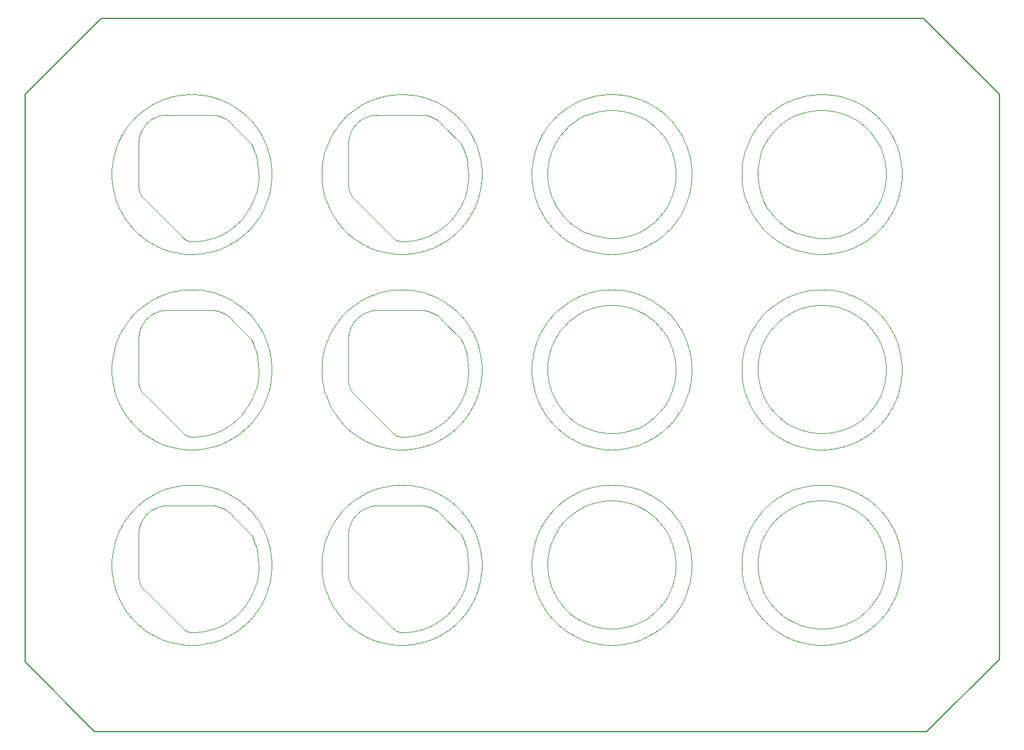
<source format=gko>
G04*
G04 #@! TF.GenerationSoftware,Altium Limited,Altium Designer,19.0.15 (446)*
G04*
G04 Layer_Color=16711935*
%FSAX25Y25*%
%MOIN*%
G70*
G01*
G75*
%ADD14C,0.00787*%
%ADD21C,0.00394*%
%ADD22C,0.00394*%
D14*
X0791073Y0625030D02*
X1237924D01*
X1279262Y0583691D01*
X0749735Y0274991D02*
Y0583691D01*
X0791073Y0625030D01*
X1279262Y0583691D02*
X1279262Y0276605D01*
X1239892Y0237235D02*
X1279262Y0276605D01*
X0787491Y0237235D02*
X1239892D01*
X0749735Y0274991D02*
X0787491Y0237235D01*
D21*
X1220796Y0349052D02*
G03*
X1220788Y0349066I-0000175J-0000089D01*
G01*
X1219010Y0351968D02*
G03*
X1219001Y0351980I-0000168J-0000103D01*
G01*
X1220796Y0349051D02*
G03*
X1220788Y0349066I-0000176J-0000088D01*
G01*
X1217001Y0354733D02*
G03*
X1216991Y0354746I-0000159J-0000116D01*
G01*
X1219010Y0351968D02*
G03*
X1219001Y0351980I-0000168J-0000103D01*
G01*
X1223654Y0342848D02*
G03*
X1223649Y0342862I-0000187J-0000061D01*
G01*
X1223655Y0342847D02*
G03*
X1223654Y0342848I-0000187J-0000060D01*
G01*
X1223655Y0342848D02*
G03*
X1223649Y0342862I-0000187J-0000061D01*
G01*
X1224706Y0339611D02*
G03*
X1224706Y0339612I-0000187J-0000060D01*
G01*
X1224710Y0339596D02*
G03*
X1224706Y0339611I-0000192J-0000046D01*
G01*
X1222347Y0346006D02*
G03*
X1222340Y0346020I-0000182J-0000075D01*
G01*
X1222347Y0346006D02*
G03*
X1222340Y0346022I-0000182J-0000075D01*
G01*
X1214781Y0357334D02*
G03*
X1214771Y0357345I-0000149J-0000128D01*
G01*
X1214782Y0357333D02*
G03*
X1214781Y0357334I-0000150J-0000128D01*
G01*
X1214781Y0357333D02*
G03*
X1214770Y0357346I-0000150J-0000128D01*
G01*
X1216992Y0354745D02*
G03*
X1216991Y0354746I-0000150J-0000128D01*
G01*
X1217001Y0354733D02*
G03*
X1216992Y0354745I-0000159J-0000116D01*
G01*
X1212366Y0359750D02*
G03*
X1212353Y0359762I-0000140J-0000138D01*
G01*
X1225508Y0336272D02*
G03*
X1225505Y0336287I-0000195J-0000031D01*
G01*
X1226042Y0332894D02*
G03*
X1226040Y0332911I-0000196J-0000014D01*
G01*
X1226042Y0332895D02*
G03*
X1226040Y0332911I-0000196J-0000015D01*
G01*
X1224710Y0339596D02*
G03*
X1224706Y0339611I-0000192J-0000046D01*
G01*
X1225508Y0336272D02*
G03*
X1225505Y0336287I-0000195J-0000031D01*
G01*
X1226310Y0329487D02*
G03*
X1226309Y0329503I-0000197J0000000D01*
G01*
X1226310Y0329487D02*
G03*
X1226309Y0329504I-0000197J0000000D01*
G01*
X1217687Y0327786D02*
G03*
X1217687Y0327781I0000197J0000000D01*
G01*
X1217687Y0327786D02*
G03*
X1217687Y0327781I0000197J0000000D01*
G01*
X1197882Y0368630D02*
G03*
X1197867Y0368635I-0000075J-0000182D01*
G01*
X1201041Y0367320D02*
G03*
X1201026Y0367327I-0000091J-0000175D01*
G01*
X1201040Y0367321D02*
G03*
X1201026Y0367327I-0000089J-0000175D01*
G01*
X1194630Y0369687D02*
G03*
X1194616Y0369691I-0000060J-0000187D01*
G01*
X1194631Y0369686D02*
G03*
X1194630Y0369687I-0000061J-0000187D01*
G01*
X1194631Y0369687D02*
G03*
X1194616Y0369691I-0000061J-0000187D01*
G01*
X1197868Y0368635D02*
G03*
X1197867Y0368635I-0000061J-0000187D01*
G01*
X1197882Y0368630D02*
G03*
X1197868Y0368635I-0000075J-0000182D01*
G01*
X1207000Y0363982D02*
G03*
X1206987Y0363990I-0000116J-0000159D01*
G01*
X1207000Y0363982D02*
G03*
X1206987Y0363990I-0000116J-0000159D01*
G01*
X1204086Y0365768D02*
G03*
X1204071Y0365776I-0000103J-0000168D01*
G01*
X1204086Y0365768D02*
G03*
X1204072Y0365776I-0000103J-0000168D01*
G01*
X1187930Y0371021D02*
G03*
X1187915Y0371022I-0000031J-0000195D01*
G01*
X1191307Y0370485D02*
G03*
X1191292Y0370488I-0000046J-0000192D01*
G01*
X1191307Y0370485D02*
G03*
X1191292Y0370488I-0000046J-0000192D01*
G01*
X1184524Y0371289D02*
G03*
X1184507Y0371290I-0000017J-0000196D01*
G01*
X1184523Y0371289D02*
G03*
X1184507Y0371290I-0000015J-0000196D01*
G01*
X1187930Y0371021D02*
G03*
X1187914Y0371022I-0000031J-0000195D01*
G01*
X1209765Y0361972D02*
G03*
X1209753Y0361981I-0000128J-0000150D01*
G01*
X1209766Y0361971D02*
G03*
X1209765Y0361972I-0000128J-0000149D01*
G01*
X1209765Y0361972D02*
G03*
X1209753Y0361981I-0000128J-0000150D01*
G01*
X1212353Y0359761D02*
G03*
X1212353Y0359762I-0000128J-0000149D01*
G01*
X1212364Y0359751D02*
G03*
X1212353Y0359761I-0000139J-0000139D01*
G01*
X1226309Y0326069D02*
G03*
X1226310Y0326084I-0000196J0000015D01*
G01*
X1226309Y0326068D02*
G03*
X1226310Y0326084I-0000196J0000017D01*
G01*
X1226040Y0322661D02*
G03*
X1226042Y0322677I-0000195J0000031D01*
G01*
X1226040Y0322661D02*
G03*
X1226042Y0322676I-0000195J0000031D01*
G01*
X1225505Y0319285D02*
G03*
X1225508Y0319300I-0000192J0000046D01*
G01*
X1225505Y0319285D02*
G03*
X1225508Y0319300I-0000192J0000046D01*
G01*
X1224706Y0315961D02*
G03*
X1224710Y0315976I-0000187J0000061D01*
G01*
X1224706Y0315961D02*
G03*
X1224710Y0315976I-0000187J0000060D01*
G01*
X1224706Y0315960D02*
G03*
X1224706Y0315961I-0000187J0000061D01*
G01*
X1223649Y0312710D02*
G03*
X1223655Y0312724I-0000182J0000075D01*
G01*
X1223654Y0312724D02*
G03*
X1223655Y0312725I-0000187J0000061D01*
G01*
X1223649Y0312710D02*
G03*
X1223654Y0312724I-0000182J0000075D01*
G01*
X1222340Y0309552D02*
G03*
X1222347Y0309566I-0000175J0000089D01*
G01*
X1222340Y0309550D02*
G03*
X1222347Y0309566I-0000175J0000091D01*
G01*
X1220788Y0306506D02*
G03*
X1220796Y0306521I-0000168J0000103D01*
G01*
X1220788Y0306506D02*
G03*
X1220796Y0306519I-0000168J0000103D01*
G01*
X1219001Y0303591D02*
G03*
X1219010Y0303604I-0000159J0000116D01*
G01*
X1219001Y0303591D02*
G03*
X1219010Y0303604I-0000159J0000116D01*
G01*
X1216991Y0300826D02*
G03*
X1217001Y0300838I-0000150J0000128D01*
G01*
X1216992Y0300827D02*
G03*
X1217001Y0300838I-0000150J0000128D01*
G01*
X1216991Y0300826D02*
G03*
X1216992Y0300827I-0000149J0000128D01*
G01*
X1214781Y0298238D02*
G03*
X1214782Y0298239I-0000149J0000128D01*
G01*
X1214771Y0298227D02*
G03*
X1214781Y0298238I-0000139J0000139D01*
G01*
X1214770Y0298226D02*
G03*
X1214781Y0298238I-0000138J0000140D01*
G01*
X1212353Y0295810D02*
G03*
X1212366Y0295822I-0000128J0000150D01*
G01*
X1212353Y0295811D02*
G03*
X1212364Y0295821I-0000128J0000149D01*
G01*
X1212353Y0295810D02*
G03*
X1212353Y0295811I-0000128J0000150D01*
G01*
X1209765Y0293600D02*
G03*
X1209766Y0293600I-0000128J0000150D01*
G01*
X1209753Y0293590D02*
G03*
X1209765Y0293600I-0000116J0000159D01*
G01*
X1209753Y0293590D02*
G03*
X1209765Y0293600I-0000116J0000159D01*
G01*
X1206987Y0291582D02*
G03*
X1207000Y0291590I-0000103J0000168D01*
G01*
X1206987Y0291582D02*
G03*
X1207000Y0291590I-0000103J0000168D01*
G01*
X1204072Y0289796D02*
G03*
X1204086Y0289804I-0000089J0000175D01*
G01*
X1204071Y0289795D02*
G03*
X1204086Y0289804I-0000088J0000176D01*
G01*
X1201026Y0288245D02*
G03*
X1201041Y0288252I-0000075J0000182D01*
G01*
X1201026Y0288245D02*
G03*
X1201040Y0288251I-0000075J0000182D01*
G01*
X1197867Y0286937D02*
G03*
X1197882Y0286942I-0000061J0000187D01*
G01*
X1197868Y0286937D02*
G03*
X1197882Y0286942I-0000061J0000187D01*
G01*
X1197867Y0286937D02*
G03*
X1197868Y0286937I-0000060J0000187D01*
G01*
X1194630Y0285885D02*
G03*
X1194631Y0285886I-0000060J0000187D01*
G01*
X1194616Y0285881D02*
G03*
X1194630Y0285885I-0000046J0000192D01*
G01*
X1194616Y0285881D02*
G03*
X1194631Y0285885I-0000046J0000192D01*
G01*
X1191292Y0285084D02*
G03*
X1191307Y0285087I-0000031J0000195D01*
G01*
X1191292Y0285084D02*
G03*
X1191307Y0285087I-0000031J0000195D01*
G01*
X1187915Y0284549D02*
G03*
X1187930Y0284551I-0000015J0000196D01*
G01*
X1187914Y0284549D02*
G03*
X1187930Y0284551I-0000014J0000196D01*
G01*
X1184507Y0284282D02*
G03*
X1184524Y0284283I0000000J0000197D01*
G01*
X1184507Y0284282D02*
G03*
X1184523Y0284282I0000000J0000197D01*
G01*
X1181104Y0371290D02*
G03*
X1181089Y0371289I0000000J-0000197D01*
G01*
X1181104Y0371290D02*
G03*
X1181087Y0371289I0000000J-0000197D01*
G01*
X1177697Y0371022D02*
G03*
X1177681Y0371021I0000014J-0000196D01*
G01*
X1177696Y0371022D02*
G03*
X1177681Y0371021I0000015J-0000196D01*
G01*
X1174319Y0370488D02*
G03*
X1174304Y0370485I0000031J-0000195D01*
G01*
X1174319Y0370488D02*
G03*
X1174304Y0370485I0000031J-0000195D01*
G01*
X1170995Y0369691D02*
G03*
X1170980Y0369687I0000046J-0000192D01*
G01*
X1170981Y0369687D02*
G03*
X1170980Y0369686I0000060J-0000187D01*
G01*
X1170995Y0369691D02*
G03*
X1170981Y0369687I0000046J-0000192D01*
G01*
X1167743Y0368635D02*
G03*
X1167729Y0368630I0000061J-0000187D01*
G01*
X1167744Y0368635D02*
G03*
X1167743Y0368635I0000060J-0000187D01*
G01*
X1167744Y0368635D02*
G03*
X1167729Y0368630I0000061J-0000187D01*
G01*
X1164585Y0367327D02*
G03*
X1164571Y0367321I0000075J-0000182D01*
G01*
X1164585Y0367327D02*
G03*
X1164570Y0367320I0000075J-0000182D01*
G01*
X1161540Y0365776D02*
G03*
X1161526Y0365768I0000088J-0000176D01*
G01*
X1161539Y0365776D02*
G03*
X1161526Y0365768I0000089J-0000175D01*
G01*
X1158624Y0363990D02*
G03*
X1158611Y0363982I0000103J-0000168D01*
G01*
X1158624Y0363990D02*
G03*
X1158611Y0363982I0000103J-0000168D01*
G01*
X1182569Y0362668D02*
G03*
X1182572Y0362668I0000000J0000197D01*
G01*
X1182569Y0362668D02*
G03*
X1182572Y0362668I0000000J0000197D01*
G01*
X1155858Y0361981D02*
G03*
X1155846Y0361972I0000116J-0000159D01*
G01*
X1155846Y0361972D02*
G03*
X1155845Y0361971I0000128J-0000150D01*
G01*
X1155858Y0361981D02*
G03*
X1155846Y0361972I0000116J-0000159D01*
G01*
X1153258Y0359761D02*
G03*
X1153247Y0359751I0000128J-0000149D01*
G01*
X1153259Y0359762D02*
G03*
X1153258Y0359761I0000128J-0000150D01*
G01*
X1153258Y0359762D02*
G03*
X1153246Y0359750I0000128J-0000150D01*
G01*
X1150842Y0357346D02*
G03*
X1150830Y0357333I0000138J-0000140D01*
G01*
X1150830Y0357334D02*
G03*
X1150830Y0357333I0000149J-0000128D01*
G01*
X1150840Y0357345D02*
G03*
X1150830Y0357334I0000139J-0000139D01*
G01*
X1148619Y0354745D02*
G03*
X1148610Y0354733I0000150J-0000128D01*
G01*
X1148620Y0354746D02*
G03*
X1148619Y0354745I0000149J-0000128D01*
G01*
X1148620Y0354746D02*
G03*
X1148610Y0354733I0000150J-0000128D01*
G01*
X1146610Y0351980D02*
G03*
X1146601Y0351968I0000159J-0000116D01*
G01*
X1146610Y0351980D02*
G03*
X1146601Y0351968I0000159J-0000116D01*
G01*
X1144823Y0349066D02*
G03*
X1144816Y0349052I0000168J-0000103D01*
G01*
X1144823Y0349066D02*
G03*
X1144815Y0349051I0000168J-0000103D01*
G01*
X1143271Y0346022D02*
G03*
X1143264Y0346006I0000175J-0000091D01*
G01*
X1143271Y0346020D02*
G03*
X1143264Y0346006I0000175J-0000089D01*
G01*
X1141962Y0342862D02*
G03*
X1141957Y0342848I0000182J-0000075D01*
G01*
X1141957Y0342848D02*
G03*
X1141956Y0342847I0000187J-0000061D01*
G01*
X1141962Y0342862D02*
G03*
X1141957Y0342848I0000182J-0000075D01*
G01*
X1140905Y0339611D02*
G03*
X1140901Y0339596I0000187J-0000060D01*
G01*
X1140905Y0339612D02*
G03*
X1140905Y0339611I0000187J-0000061D01*
G01*
X1140905Y0339611D02*
G03*
X1140901Y0339596I0000187J-0000061D01*
G01*
X1140106Y0336287D02*
G03*
X1140103Y0336272I0000192J-0000046D01*
G01*
X1140106Y0336287D02*
G03*
X1140103Y0336272I0000192J-0000046D01*
G01*
X1139571Y0332911D02*
G03*
X1139569Y0332895I0000195J-0000031D01*
G01*
X1139571Y0332911D02*
G03*
X1139569Y0332894I0000195J-0000031D01*
G01*
X1139302Y0329504D02*
G03*
X1139301Y0329487I0000196J-0000017D01*
G01*
X1139302Y0329503D02*
G03*
X1139301Y0329487I0000196J-0000015D01*
G01*
X1155846Y0293600D02*
G03*
X1155858Y0293590I0000128J0000150D01*
G01*
X1155845Y0293600D02*
G03*
X1155846Y0293600I0000128J0000149D01*
G01*
X1155846Y0293600D02*
G03*
X1155858Y0293590I0000128J0000150D01*
G01*
X1174304Y0285087D02*
G03*
X1174319Y0285084I0000046J0000192D01*
G01*
X1174304Y0285087D02*
G03*
X1174319Y0285084I0000046J0000192D01*
G01*
X1181087Y0284283D02*
G03*
X1181104Y0284282I0000017J0000196D01*
G01*
X1181089Y0284282D02*
G03*
X1181104Y0284282I0000015J0000196D01*
G01*
X1177681Y0284551D02*
G03*
X1177696Y0284549I0000031J0000195D01*
G01*
X1177681Y0284551D02*
G03*
X1177697Y0284549I0000031J0000195D01*
G01*
X1161526Y0289804D02*
G03*
X1161540Y0289795I0000103J0000168D01*
G01*
X1164570Y0288252D02*
G03*
X1164585Y0288245I0000091J0000175D01*
G01*
X1158611Y0291590D02*
G03*
X1158624Y0291582I0000116J0000159D01*
G01*
X1161526Y0289804D02*
G03*
X1161539Y0289796I0000103J0000168D01*
G01*
X1158611Y0291590D02*
G03*
X1158624Y0291582I0000116J0000159D01*
G01*
X1170981Y0285885D02*
G03*
X1170995Y0285881I0000060J0000187D01*
G01*
X1170980Y0285886D02*
G03*
X1170981Y0285885I0000061J0000187D01*
G01*
X1170980Y0285885D02*
G03*
X1170995Y0285881I0000061J0000187D01*
G01*
X1164571Y0288251D02*
G03*
X1164585Y0288245I0000089J0000175D01*
G01*
X1167743Y0286937D02*
G03*
X1167744Y0286937I0000061J0000187D01*
G01*
X1167729Y0286942D02*
G03*
X1167743Y0286937I0000075J0000182D01*
G01*
X1167729Y0286942D02*
G03*
X1167744Y0286937I0000075J0000182D01*
G01*
X1139569Y0322677D02*
G03*
X1139571Y0322661I0000196J0000014D01*
G01*
X1139301Y0326084D02*
G03*
X1139302Y0326068I0000197J0000000D01*
G01*
X1139301Y0326084D02*
G03*
X1139302Y0326069I0000197J0000000D01*
G01*
X1140901Y0315976D02*
G03*
X1140905Y0315961I0000192J0000046D01*
G01*
X1140905Y0315961D02*
G03*
X1140905Y0315960I0000187J0000060D01*
G01*
X1140901Y0315976D02*
G03*
X1140905Y0315961I0000192J0000046D01*
G01*
X1139569Y0322676D02*
G03*
X1139571Y0322661I0000196J0000015D01*
G01*
X1140103Y0319300D02*
G03*
X1140106Y0319285I0000195J0000031D01*
G01*
X1140103Y0319300D02*
G03*
X1140106Y0319285I0000195J0000031D01*
G01*
X1153246Y0295822D02*
G03*
X1153258Y0295810I0000140J0000138D01*
G01*
X1153258Y0295811D02*
G03*
X1153259Y0295810I0000128J0000149D01*
G01*
X1153247Y0295821D02*
G03*
X1153258Y0295811I0000139J0000139D01*
G01*
X1150830Y0298238D02*
G03*
X1150840Y0298227I0000149J0000128D01*
G01*
X1150830Y0298239D02*
G03*
X1150830Y0298238I0000150J0000128D01*
G01*
X1150830Y0298238D02*
G03*
X1150842Y0298226I0000150J0000128D01*
G01*
X1143264Y0309566D02*
G03*
X1143271Y0309550I0000182J0000075D01*
G01*
X1141957Y0312724D02*
G03*
X1141962Y0312710I0000187J0000061D01*
G01*
X1141956Y0312725D02*
G03*
X1141957Y0312724I0000187J0000060D01*
G01*
X1143264Y0309566D02*
G03*
X1143271Y0309552I0000182J0000075D01*
G01*
X1141957Y0312724D02*
G03*
X1141962Y0312710I0000187J0000061D01*
G01*
X1148619Y0300827D02*
G03*
X1148620Y0300826I0000150J0000128D01*
G01*
X1148610Y0300838D02*
G03*
X1148619Y0300827I0000159J0000116D01*
G01*
X1148610Y0300838D02*
G03*
X1148620Y0300826I0000159J0000116D01*
G01*
X1144816Y0306519D02*
G03*
X1144823Y0306506I0000175J0000089D01*
G01*
X1144815Y0306521D02*
G03*
X1144823Y0306506I0000176J0000088D01*
G01*
X1146601Y0303604D02*
G03*
X1146610Y0303591I0000168J0000103D01*
G01*
X1146601Y0303604D02*
G03*
X1146610Y0303591I0000168J0000103D01*
G01*
X1219010Y0351968D02*
X1220788Y0349066D01*
X1220796Y0349052D02*
X1220796Y0349051D01*
X1222340Y0346022D01*
X1222340Y0346020D01*
X1217001Y0354733D02*
X1219001Y0351980D01*
X1223654Y0342848D02*
X1223655Y0342848D01*
X1223655Y0342847D01*
X1224706Y0339612D01*
X1224706Y0339611D01*
X1224706Y0339611D01*
X1222347Y0346006D02*
X1223649Y0342862D01*
X1214781Y0357334D02*
X1214781Y0357333D01*
X1214782Y0357333D01*
X1216991Y0354746D01*
X1216991Y0354746D01*
X1216992Y0354745D01*
X1212364Y0359751D02*
X1212366Y0359750D01*
X1214770Y0357346D01*
X1214771Y0357345D01*
X1214376Y0342718D02*
X1215688Y0339551D01*
X1210857Y0348590D02*
X1212761Y0345740D01*
X1214376Y0342718D01*
X1225508Y0336272D02*
X1226040Y0332911D01*
X1224710Y0339596D02*
X1225505Y0336287D01*
X1226310Y0327786D02*
Y0329487D01*
Y0326084D02*
Y0327786D01*
X1226042Y0332895D02*
X1226042Y0332894D01*
X1226309Y0329504D01*
X1226309Y0329503D01*
X1216683Y0336272D02*
X1217351Y0332910D01*
X1215688Y0339551D02*
X1216683Y0336272D01*
X1217687Y0327786D02*
X1217687Y0329500D01*
X1217351Y0332910D02*
X1217687Y0329500D01*
X1197882Y0368630D02*
X1201026Y0367327D01*
X1197867Y0368635D02*
X1197868Y0368635D01*
X1197867Y0368635D02*
X1197867Y0368635D01*
X1194631Y0369686D02*
X1197867Y0368635D01*
X1194631Y0369687D02*
X1194631Y0369686D01*
X1194630Y0369687D02*
X1194631Y0369687D01*
X1204086Y0365768D02*
X1206987Y0363990D01*
X1207000Y0363982D02*
X1209753Y0361981D01*
X1204071Y0365776D02*
X1204072Y0365776D01*
X1201041Y0367320D02*
X1204071Y0365776D01*
X1201040Y0367321D02*
X1201041Y0367320D01*
X1187930Y0371021D02*
X1191292Y0370488D01*
X1187914Y0371022D02*
X1187915Y0371022D01*
X1184524Y0371289D02*
X1187914Y0371022D01*
X1184523Y0371289D02*
X1184524Y0371289D01*
X1191307Y0370485D02*
X1194616Y0369691D01*
X1212353Y0359762D02*
X1212353Y0359761D01*
X1212353Y0359762D02*
X1212353Y0359762D01*
X1209766Y0361971D02*
X1212353Y0359762D01*
X1209765Y0361972D02*
X1209766Y0361971D01*
X1209765Y0361972D02*
X1209765Y0361972D01*
X1208682Y0351239D02*
X1210857Y0348590D01*
X1203610Y0355837D02*
X1206259Y0353663D01*
X1208682Y0351239D01*
X1191291Y0361663D02*
X1194571Y0360668D01*
X1184519Y0362668D02*
X1187930Y0362332D01*
X1182806Y0362668D02*
X1184519Y0362668D01*
X1187930Y0362332D02*
X1191291Y0361663D01*
X1200760Y0357741D02*
X1203610Y0355837D01*
X1194571Y0360668D02*
X1197738Y0359357D01*
X1200760Y0357741D01*
X1226309Y0326068D02*
X1226309Y0326069D01*
X1226042Y0322677D02*
X1226309Y0326068D01*
X1226042Y0322676D02*
X1226042Y0322677D01*
X1225508Y0319300D02*
X1226040Y0322661D01*
X1224710Y0315976D02*
X1225505Y0319285D01*
X1224706Y0315961D02*
X1224706Y0315961D01*
X1224706Y0315960D02*
X1224706Y0315961D01*
X1223655Y0312725D02*
X1224706Y0315960D01*
X1223655Y0312724D02*
X1223655Y0312725D01*
X1223654Y0312724D02*
X1223655Y0312724D01*
X1217687Y0327781D02*
Y0327786D01*
Y0327781D02*
X1217687Y0326078D01*
X1217353Y0322679D02*
X1217687Y0326078D01*
X1216686Y0319329D02*
X1217353Y0322679D01*
X1215695Y0316060D02*
X1216686Y0319329D01*
X1214388Y0312904D02*
X1215695Y0316060D01*
X1212778Y0309892D02*
X1214388Y0312904D01*
X1222347Y0309566D02*
X1223649Y0312710D01*
X1222340Y0309550D02*
X1222340Y0309552D01*
X1220796Y0306521D02*
X1222340Y0309550D01*
X1220796Y0306519D02*
X1220796Y0306521D01*
X1219010Y0303604D02*
X1220788Y0306506D01*
X1217001Y0300838D02*
X1219001Y0303591D01*
X1216991Y0300826D02*
X1216992Y0300827D01*
X1216991Y0300826D02*
X1216991Y0300826D01*
X1214782Y0298239D02*
X1216991Y0300826D01*
X1214781Y0298238D02*
X1214782Y0298239D01*
X1214781Y0298238D02*
X1214781Y0298238D01*
X1210880Y0307052D02*
X1212778Y0309892D01*
X1208713Y0304412D02*
X1210880Y0307052D01*
X1214770Y0298226D02*
X1214771Y0298227D01*
X1212366Y0295822D02*
X1214770Y0298226D01*
X1212364Y0295821D02*
X1212366Y0295822D01*
X1212353Y0295810D02*
X1212353Y0295811D01*
X1212353Y0295810D02*
X1212353Y0295810D01*
X1209766Y0293600D02*
X1212353Y0295810D01*
X1209765Y0293600D02*
X1209766Y0293600D01*
X1209765Y0293600D02*
X1209765Y0293600D01*
X1207000Y0291590D02*
X1209753Y0293590D01*
X1206298Y0301996D02*
X1208713Y0304412D01*
X1203658Y0299830D02*
X1206298Y0301996D01*
X1200817Y0297932D02*
X1203658Y0299830D01*
X1197805Y0296322D02*
X1200817Y0297932D01*
X1194649Y0295015D02*
X1197805Y0296322D01*
X1191381Y0294023D02*
X1194649Y0295015D01*
X1188031Y0293357D02*
X1191381Y0294023D01*
X1182924Y0293022D02*
X1182924D01*
X1182924D02*
X1182924D01*
X1182924D02*
X1182924D01*
X1184632Y0293022D02*
X1188031Y0293357D01*
X1182924Y0293022D02*
X1182924D01*
X1182924D02*
X1184632Y0293022D01*
X1182924Y0293022D02*
X1182924D01*
X1204086Y0289804D02*
X1206987Y0291582D01*
X1204071Y0289795D02*
X1204072Y0289796D01*
X1201041Y0288252D02*
X1204071Y0289795D01*
X1201040Y0288251D02*
X1201041Y0288252D01*
X1197882Y0286942D02*
X1201026Y0288245D01*
X1197867Y0286937D02*
X1197868Y0286937D01*
X1197867Y0286937D02*
X1197867Y0286937D01*
X1194631Y0285886D02*
X1197867Y0286937D01*
X1194631Y0285885D02*
X1194631Y0285886D01*
X1194630Y0285885D02*
X1194631Y0285885D01*
X1191307Y0285087D02*
X1194616Y0285881D01*
X1187930Y0284551D02*
X1191292Y0285084D01*
X1187914Y0284549D02*
X1187915Y0284549D01*
X1184524Y0284283D02*
X1187914Y0284549D01*
X1184523Y0284282D02*
X1184524Y0284283D01*
X1181104Y0371290D02*
X1184507D01*
X1181087Y0371289D02*
X1181089Y0371289D01*
X1177697Y0371022D02*
X1181087Y0371289D01*
X1177696Y0371022D02*
X1177697Y0371022D01*
X1174319Y0370488D02*
X1177681Y0371021D01*
X1170995Y0369691D02*
X1174304Y0370485D01*
X1170980Y0369687D02*
X1170981Y0369687D01*
X1170980Y0369686D02*
X1170980Y0369687D01*
X1167744Y0368635D02*
X1170980Y0369686D01*
X1167744Y0368635D02*
X1167744Y0368635D01*
X1167743Y0368635D02*
X1167744Y0368635D01*
X1164585Y0367327D02*
X1167729Y0368630D01*
X1164570Y0367320D02*
X1164571Y0367321D01*
X1161540Y0365776D02*
X1164570Y0367320D01*
X1161539Y0365776D02*
X1161540Y0365776D01*
X1158624Y0363990D02*
X1161526Y0365768D01*
X1155858Y0361981D02*
X1158611Y0363982D01*
X1182572Y0362668D02*
X1182806Y0362668D01*
X1182569Y0362668D02*
X1182572D01*
X1180867Y0362668D02*
X1182569Y0362668D01*
X1177480Y0362334D02*
X1180867Y0362668D01*
X1174141Y0361670D02*
X1177480Y0362334D01*
X1170884Y0360682D02*
X1174141Y0361670D01*
X1167739Y0359379D02*
X1170884Y0360682D01*
X1164737Y0357774D02*
X1167739Y0359379D01*
X1161906Y0355883D02*
X1164737Y0357774D01*
X1159275Y0353724D02*
X1161906Y0355883D01*
X1156868Y0351317D02*
X1159275Y0353724D01*
X1155846Y0361972D02*
X1155846Y0361972D01*
X1155845Y0361971D02*
X1155846Y0361972D01*
X1153259Y0359762D02*
X1155845Y0361971D01*
X1153258Y0359762D02*
X1153259Y0359762D01*
X1153258Y0359761D02*
X1153258Y0359762D01*
X1153246Y0359750D02*
X1153247Y0359751D01*
X1150842Y0357346D02*
X1153246Y0359750D01*
X1150840Y0357345D02*
X1150842Y0357346D01*
X1154708Y0348685D02*
X1156868Y0351317D01*
X1152817Y0345855D02*
X1154708Y0348685D01*
X1151212Y0342853D02*
X1152817Y0345855D01*
X1150830Y0357333D02*
X1150830Y0357334D01*
X1150830Y0357333D02*
X1150830Y0357333D01*
X1148620Y0354746D02*
X1150830Y0357333D01*
X1148620Y0354746D02*
X1148620Y0354746D01*
X1148619Y0354745D02*
X1148620Y0354746D01*
X1146610Y0351980D02*
X1148610Y0354733D01*
X1144823Y0349066D02*
X1146601Y0351968D01*
X1144815Y0349051D02*
X1144816Y0349052D01*
X1143271Y0346022D02*
X1144815Y0349051D01*
X1143271Y0346020D02*
X1143271Y0346022D01*
X1141962Y0342862D02*
X1143264Y0346006D01*
X1149910Y0339708D02*
X1151212Y0342853D01*
X1148921Y0336450D02*
X1149910Y0339708D01*
X1148257Y0333112D02*
X1148921Y0336450D01*
X1147924Y0329724D02*
X1148257Y0333112D01*
X1147924Y0328022D02*
Y0329724D01*
Y0328022D02*
Y0328022D01*
X1141957Y0342848D02*
X1141957Y0342848D01*
X1141956Y0342847D02*
X1141957Y0342848D01*
X1140905Y0339612D02*
X1141956Y0342847D01*
X1140905Y0339611D02*
X1140905Y0339612D01*
X1140905Y0339611D02*
X1140905Y0339611D01*
X1140106Y0336287D02*
X1140901Y0339596D01*
X1139571Y0332911D02*
X1140103Y0336272D01*
X1139569Y0332894D02*
X1139569Y0332895D01*
X1139302Y0329504D02*
X1139569Y0332894D01*
X1139302Y0329503D02*
X1139302Y0329504D01*
X1167941Y0296344D02*
X1171118Y0295028D01*
X1174409Y0294030D01*
X1164909Y0297965D02*
X1167941Y0296344D01*
X1177782Y0293359D02*
X1181204Y0293022D01*
X1174409Y0294030D02*
X1177782Y0293359D01*
X1159391Y0302058D02*
X1162049Y0299876D01*
X1156959Y0304489D02*
X1159391Y0302058D01*
X1154778Y0307147D02*
X1156959Y0304489D01*
X1162049Y0299876D02*
X1164909Y0297965D01*
X1155858Y0293590D02*
X1158611Y0291590D01*
X1182924Y0293022D02*
X1182924D01*
X1181204Y0293022D02*
X1182924Y0293022D01*
X1181104Y0284282D02*
X1184507D01*
X1174319Y0285084D02*
X1177681Y0284551D01*
X1181087Y0284283D02*
X1181089Y0284282D01*
X1177697Y0284549D02*
X1181087Y0284283D01*
X1177696Y0284549D02*
X1177697Y0284549D01*
X1164570Y0288252D02*
X1164571Y0288251D01*
X1161540Y0289795D02*
X1164570Y0288252D01*
X1161539Y0289796D02*
X1161540Y0289795D01*
X1158624Y0291582D02*
X1161526Y0289804D01*
X1170980Y0285885D02*
X1170981Y0285885D01*
X1170980Y0285886D02*
X1170980Y0285885D01*
X1167744Y0286937D02*
X1170980Y0285886D01*
X1167744Y0286937D02*
X1167744Y0286937D01*
X1167743Y0286937D02*
X1167744Y0286937D01*
X1170995Y0285881D02*
X1174304Y0285087D01*
X1164585Y0288245D02*
X1167729Y0286942D01*
X1147924Y0326303D02*
X1147924Y0328022D01*
X1147924Y0326303D02*
X1148261Y0322880D01*
X1147924Y0328022D02*
Y0328022D01*
X1149930Y0316217D02*
X1151246Y0313039D01*
X1148932Y0319507D02*
X1149930Y0316217D01*
X1148261Y0322880D02*
X1148932Y0319507D01*
X1139301Y0326084D02*
Y0327786D01*
Y0329487D01*
X1139302Y0326069D02*
X1139302Y0326068D01*
X1139569Y0322677D01*
X1139569Y0322676D01*
X1140106Y0319285D02*
X1140901Y0315976D01*
X1139571Y0322661D02*
X1140103Y0319300D01*
X1152867Y0310007D02*
X1154778Y0307147D01*
X1151246Y0313039D02*
X1152867Y0310007D01*
X1155846Y0293600D02*
X1155846Y0293600D01*
X1155845Y0293600D02*
X1155846Y0293600D01*
X1153259Y0295810D02*
X1155845Y0293600D01*
X1153258Y0295810D02*
X1153259Y0295810D01*
X1153258Y0295811D02*
X1153258Y0295810D01*
X1150840Y0298227D02*
X1150842Y0298226D01*
X1153246Y0295822D01*
X1153247Y0295821D01*
X1143271Y0309552D02*
X1143271Y0309550D01*
X1144815Y0306521D01*
X1144816Y0306519D01*
X1140905Y0315961D02*
X1140905Y0315961D01*
X1140905Y0315960D01*
X1141956Y0312725D01*
X1141957Y0312724D01*
X1141957Y0312724D01*
X1141962Y0312710D02*
X1143264Y0309566D01*
X1146610Y0303591D02*
X1148610Y0300838D01*
X1148619Y0300827D02*
X1148620Y0300826D01*
X1148620Y0300826D01*
X1150830Y0298239D01*
X1150830Y0298238D01*
X1150830Y0298238D01*
X1144823Y0306506D02*
X1146601Y0303604D01*
X1220796Y0455352D02*
G03*
X1220788Y0455365I-0000175J-0000089D01*
G01*
X1219010Y0458267D02*
G03*
X1219001Y0458280I-0000168J-0000103D01*
G01*
X1220796Y0455350D02*
G03*
X1220788Y0455365I-0000176J-0000088D01*
G01*
X1217001Y0461033D02*
G03*
X1216991Y0461045I-0000159J-0000116D01*
G01*
X1219010Y0458267D02*
G03*
X1219001Y0458280I-0000168J-0000103D01*
G01*
X1223654Y0449147D02*
G03*
X1223649Y0449161I-0000187J-0000061D01*
G01*
X1223655Y0449146D02*
G03*
X1223654Y0449147I-0000187J-0000060D01*
G01*
X1223655Y0449147D02*
G03*
X1223649Y0449161I-0000187J-0000061D01*
G01*
X1224706Y0445910D02*
G03*
X1224706Y0445911I-0000187J-0000060D01*
G01*
X1224710Y0445895D02*
G03*
X1224706Y0445910I-0000192J-0000046D01*
G01*
X1222347Y0452305D02*
G03*
X1222340Y0452319I-0000182J-0000075D01*
G01*
X1222347Y0452305D02*
G03*
X1222340Y0452321I-0000182J-0000075D01*
G01*
X1214781Y0463633D02*
G03*
X1214771Y0463644I-0000149J-0000128D01*
G01*
X1214782Y0463632D02*
G03*
X1214781Y0463633I-0000150J-0000128D01*
G01*
X1214781Y0463633D02*
G03*
X1214770Y0463645I-0000150J-0000128D01*
G01*
X1216992Y0461045D02*
G03*
X1216991Y0461045I-0000150J-0000128D01*
G01*
X1217001Y0461033D02*
G03*
X1216992Y0461045I-0000159J-0000116D01*
G01*
X1212366Y0466049D02*
G03*
X1212353Y0466061I-0000140J-0000138D01*
G01*
X1225508Y0442571D02*
G03*
X1225505Y0442586I-0000195J-0000031D01*
G01*
X1226042Y0439194D02*
G03*
X1226040Y0439210I-0000196J-0000014D01*
G01*
X1226042Y0439195D02*
G03*
X1226040Y0439210I-0000196J-0000015D01*
G01*
X1224710Y0445895D02*
G03*
X1224706Y0445910I-0000192J-0000046D01*
G01*
X1225508Y0442571D02*
G03*
X1225505Y0442586I-0000195J-0000031D01*
G01*
X1226310Y0435787D02*
G03*
X1226309Y0435802I-0000197J0000000D01*
G01*
X1226310Y0435787D02*
G03*
X1226309Y0435803I-0000197J0000000D01*
G01*
X1217687Y0434085D02*
G03*
X1217687Y0434080I0000197J0000000D01*
G01*
X1217687Y0434085D02*
G03*
X1217687Y0434080I0000197J0000000D01*
G01*
X1197882Y0474929D02*
G03*
X1197867Y0474934I-0000075J-0000182D01*
G01*
X1201041Y0473619D02*
G03*
X1201026Y0473627I-0000091J-0000175D01*
G01*
X1201040Y0473620D02*
G03*
X1201026Y0473627I-0000089J-0000175D01*
G01*
X1194630Y0475986D02*
G03*
X1194616Y0475990I-0000060J-0000187D01*
G01*
X1194631Y0475985D02*
G03*
X1194630Y0475986I-0000061J-0000187D01*
G01*
X1194631Y0475986D02*
G03*
X1194616Y0475990I-0000061J-0000187D01*
G01*
X1197868Y0474934D02*
G03*
X1197867Y0474934I-0000061J-0000187D01*
G01*
X1197882Y0474929D02*
G03*
X1197868Y0474934I-0000075J-0000182D01*
G01*
X1207000Y0470281D02*
G03*
X1206987Y0470289I-0000116J-0000159D01*
G01*
X1207000Y0470281D02*
G03*
X1206987Y0470289I-0000116J-0000159D01*
G01*
X1204086Y0472067D02*
G03*
X1204071Y0472076I-0000103J-0000168D01*
G01*
X1204086Y0472067D02*
G03*
X1204072Y0472075I-0000103J-0000168D01*
G01*
X1187930Y0477320D02*
G03*
X1187915Y0477321I-0000031J-0000195D01*
G01*
X1191307Y0476784D02*
G03*
X1191292Y0476787I-0000046J-0000192D01*
G01*
X1191307Y0476784D02*
G03*
X1191292Y0476787I-0000046J-0000192D01*
G01*
X1184524Y0477589D02*
G03*
X1184507Y0477589I-0000017J-0000196D01*
G01*
X1184523Y0477589D02*
G03*
X1184507Y0477589I-0000015J-0000196D01*
G01*
X1187930Y0477320D02*
G03*
X1187914Y0477322I-0000031J-0000195D01*
G01*
X1209765Y0468271D02*
G03*
X1209753Y0468281I-0000128J-0000150D01*
G01*
X1209766Y0468271D02*
G03*
X1209765Y0468271I-0000128J-0000149D01*
G01*
X1209765Y0468271D02*
G03*
X1209753Y0468281I-0000128J-0000150D01*
G01*
X1212353Y0466060D02*
G03*
X1212353Y0466061I-0000128J-0000149D01*
G01*
X1212364Y0466050D02*
G03*
X1212353Y0466060I-0000139J-0000139D01*
G01*
X1226309Y0432368D02*
G03*
X1226310Y0432384I-0000196J0000015D01*
G01*
X1226309Y0432367D02*
G03*
X1226310Y0432384I-0000196J0000017D01*
G01*
X1226040Y0428960D02*
G03*
X1226042Y0428977I-0000195J0000031D01*
G01*
X1226040Y0428960D02*
G03*
X1226042Y0428975I-0000195J0000031D01*
G01*
X1225505Y0425584D02*
G03*
X1225508Y0425599I-0000192J0000046D01*
G01*
X1225505Y0425584D02*
G03*
X1225508Y0425599I-0000192J0000046D01*
G01*
X1224706Y0422260D02*
G03*
X1224710Y0422275I-0000187J0000061D01*
G01*
X1224706Y0422260D02*
G03*
X1224710Y0422275I-0000187J0000060D01*
G01*
X1224706Y0422259D02*
G03*
X1224706Y0422260I-0000187J0000061D01*
G01*
X1223649Y0419009D02*
G03*
X1223655Y0419023I-0000182J0000075D01*
G01*
X1223654Y0419023D02*
G03*
X1223655Y0419024I-0000187J0000061D01*
G01*
X1223649Y0419009D02*
G03*
X1223654Y0419023I-0000182J0000075D01*
G01*
X1222340Y0415851D02*
G03*
X1222347Y0415865I-0000175J0000089D01*
G01*
X1222340Y0415849D02*
G03*
X1222347Y0415865I-0000175J0000091D01*
G01*
X1220788Y0412805D02*
G03*
X1220796Y0412820I-0000168J0000103D01*
G01*
X1220788Y0412805D02*
G03*
X1220796Y0412819I-0000168J0000103D01*
G01*
X1219001Y0409891D02*
G03*
X1219010Y0409903I-0000159J0000116D01*
G01*
X1219001Y0409891D02*
G03*
X1219010Y0409903I-0000159J0000116D01*
G01*
X1216991Y0407125D02*
G03*
X1217001Y0407137I-0000150J0000128D01*
G01*
X1216992Y0407126D02*
G03*
X1217001Y0407137I-0000150J0000128D01*
G01*
X1216991Y0407125D02*
G03*
X1216992Y0407126I-0000149J0000128D01*
G01*
X1214781Y0404537D02*
G03*
X1214782Y0404538I-0000149J0000128D01*
G01*
X1214771Y0404526D02*
G03*
X1214781Y0404537I-0000139J0000139D01*
G01*
X1214770Y0404525D02*
G03*
X1214781Y0404538I-0000138J0000140D01*
G01*
X1212353Y0402109D02*
G03*
X1212366Y0402121I-0000128J0000150D01*
G01*
X1212353Y0402110D02*
G03*
X1212364Y0402120I-0000128J0000149D01*
G01*
X1212353Y0402109D02*
G03*
X1212353Y0402110I-0000128J0000150D01*
G01*
X1209765Y0399899D02*
G03*
X1209766Y0399900I-0000128J0000150D01*
G01*
X1209753Y0399890D02*
G03*
X1209765Y0399899I-0000116J0000159D01*
G01*
X1209753Y0399890D02*
G03*
X1209765Y0399899I-0000116J0000159D01*
G01*
X1206987Y0397881D02*
G03*
X1207000Y0397889I-0000103J0000168D01*
G01*
X1206987Y0397881D02*
G03*
X1207000Y0397889I-0000103J0000168D01*
G01*
X1204072Y0396095D02*
G03*
X1204086Y0396103I-0000089J0000175D01*
G01*
X1204071Y0396095D02*
G03*
X1204086Y0396103I-0000088J0000176D01*
G01*
X1201026Y0394544D02*
G03*
X1201041Y0394551I-0000075J0000182D01*
G01*
X1201026Y0394544D02*
G03*
X1201040Y0394550I-0000075J0000182D01*
G01*
X1197867Y0393236D02*
G03*
X1197882Y0393242I-0000061J0000187D01*
G01*
X1197868Y0393236D02*
G03*
X1197882Y0393242I-0000061J0000187D01*
G01*
X1197867Y0393236D02*
G03*
X1197868Y0393236I-0000060J0000187D01*
G01*
X1194630Y0392184D02*
G03*
X1194631Y0392185I-0000060J0000187D01*
G01*
X1194616Y0392180D02*
G03*
X1194630Y0392184I-0000046J0000192D01*
G01*
X1194616Y0392180D02*
G03*
X1194631Y0392184I-0000046J0000192D01*
G01*
X1191292Y0391383D02*
G03*
X1191307Y0391386I-0000031J0000195D01*
G01*
X1191292Y0391383D02*
G03*
X1191307Y0391386I-0000031J0000195D01*
G01*
X1187915Y0390849D02*
G03*
X1187930Y0390850I-0000015J0000196D01*
G01*
X1187914Y0390849D02*
G03*
X1187930Y0390850I-0000014J0000196D01*
G01*
X1184507Y0390581D02*
G03*
X1184524Y0390582I0000000J0000197D01*
G01*
X1184507Y0390581D02*
G03*
X1184523Y0390582I0000000J0000197D01*
G01*
X1181104Y0477589D02*
G03*
X1181089Y0477589I0000000J-0000197D01*
G01*
X1181104Y0477589D02*
G03*
X1181087Y0477589I0000000J-0000197D01*
G01*
X1177697Y0477322D02*
G03*
X1177681Y0477320I0000014J-0000196D01*
G01*
X1177696Y0477321D02*
G03*
X1177681Y0477320I0000015J-0000196D01*
G01*
X1174319Y0476787D02*
G03*
X1174304Y0476784I0000031J-0000195D01*
G01*
X1174319Y0476787D02*
G03*
X1174304Y0476784I0000031J-0000195D01*
G01*
X1170995Y0475990D02*
G03*
X1170980Y0475986I0000046J-0000192D01*
G01*
X1170981Y0475986D02*
G03*
X1170980Y0475985I0000060J-0000187D01*
G01*
X1170995Y0475990D02*
G03*
X1170981Y0475986I0000046J-0000192D01*
G01*
X1167743Y0474934D02*
G03*
X1167729Y0474929I0000061J-0000187D01*
G01*
X1167744Y0474934D02*
G03*
X1167743Y0474934I0000060J-0000187D01*
G01*
X1167744Y0474934D02*
G03*
X1167729Y0474929I0000061J-0000187D01*
G01*
X1164585Y0473627D02*
G03*
X1164571Y0473620I0000075J-0000182D01*
G01*
X1164585Y0473627D02*
G03*
X1164570Y0473619I0000075J-0000182D01*
G01*
X1161540Y0472076D02*
G03*
X1161526Y0472067I0000088J-0000176D01*
G01*
X1161539Y0472075D02*
G03*
X1161526Y0472067I0000089J-0000175D01*
G01*
X1158624Y0470289D02*
G03*
X1158611Y0470281I0000103J-0000168D01*
G01*
X1158624Y0470289D02*
G03*
X1158611Y0470281I0000103J-0000168D01*
G01*
X1182569Y0468967D02*
G03*
X1182572Y0468967I0000000J0000197D01*
G01*
X1182569Y0468967D02*
G03*
X1182572Y0468967I0000000J0000197D01*
G01*
X1155858Y0468281D02*
G03*
X1155846Y0468271I0000116J-0000159D01*
G01*
X1155846Y0468271D02*
G03*
X1155845Y0468271I0000128J-0000150D01*
G01*
X1155858Y0468281D02*
G03*
X1155846Y0468271I0000116J-0000159D01*
G01*
X1153258Y0466060D02*
G03*
X1153247Y0466050I0000128J-0000149D01*
G01*
X1153259Y0466061D02*
G03*
X1153258Y0466060I0000128J-0000150D01*
G01*
X1153258Y0466061D02*
G03*
X1153246Y0466049I0000128J-0000150D01*
G01*
X1150842Y0463645D02*
G03*
X1150830Y0463633I0000138J-0000140D01*
G01*
X1150830Y0463633D02*
G03*
X1150830Y0463632I0000149J-0000128D01*
G01*
X1150840Y0463644D02*
G03*
X1150830Y0463633I0000139J-0000139D01*
G01*
X1148619Y0461045D02*
G03*
X1148610Y0461033I0000150J-0000128D01*
G01*
X1148620Y0461045D02*
G03*
X1148619Y0461045I0000149J-0000128D01*
G01*
X1148620Y0461045D02*
G03*
X1148610Y0461033I0000150J-0000128D01*
G01*
X1146610Y0458280D02*
G03*
X1146601Y0458267I0000159J-0000116D01*
G01*
X1146610Y0458280D02*
G03*
X1146601Y0458267I0000159J-0000116D01*
G01*
X1144823Y0455365D02*
G03*
X1144816Y0455352I0000168J-0000103D01*
G01*
X1144823Y0455365D02*
G03*
X1144815Y0455350I0000168J-0000103D01*
G01*
X1143271Y0452321D02*
G03*
X1143264Y0452305I0000175J-0000091D01*
G01*
X1143271Y0452319D02*
G03*
X1143264Y0452305I0000175J-0000089D01*
G01*
X1141962Y0449161D02*
G03*
X1141957Y0449147I0000182J-0000075D01*
G01*
X1141957Y0449147D02*
G03*
X1141956Y0449146I0000187J-0000061D01*
G01*
X1141962Y0449161D02*
G03*
X1141957Y0449147I0000182J-0000075D01*
G01*
X1140905Y0445910D02*
G03*
X1140901Y0445895I0000187J-0000060D01*
G01*
X1140905Y0445911D02*
G03*
X1140905Y0445910I0000187J-0000061D01*
G01*
X1140905Y0445910D02*
G03*
X1140901Y0445895I0000187J-0000061D01*
G01*
X1140106Y0442586D02*
G03*
X1140103Y0442571I0000192J-0000046D01*
G01*
X1140106Y0442586D02*
G03*
X1140103Y0442571I0000192J-0000046D01*
G01*
X1139571Y0439210D02*
G03*
X1139569Y0439195I0000195J-0000031D01*
G01*
X1139571Y0439210D02*
G03*
X1139569Y0439194I0000195J-0000031D01*
G01*
X1139302Y0435803D02*
G03*
X1139301Y0435787I0000196J-0000017D01*
G01*
X1139302Y0435802D02*
G03*
X1139301Y0435787I0000196J-0000015D01*
G01*
X1155846Y0399899D02*
G03*
X1155858Y0399890I0000128J0000150D01*
G01*
X1155845Y0399900D02*
G03*
X1155846Y0399899I0000128J0000149D01*
G01*
X1155846Y0399899D02*
G03*
X1155858Y0399890I0000128J0000150D01*
G01*
X1174304Y0391386D02*
G03*
X1174319Y0391383I0000046J0000192D01*
G01*
X1174304Y0391386D02*
G03*
X1174319Y0391383I0000046J0000192D01*
G01*
X1181087Y0390582D02*
G03*
X1181104Y0390581I0000017J0000196D01*
G01*
X1181089Y0390582D02*
G03*
X1181104Y0390581I0000015J0000196D01*
G01*
X1177681Y0390850D02*
G03*
X1177696Y0390849I0000031J0000195D01*
G01*
X1177681Y0390850D02*
G03*
X1177697Y0390849I0000031J0000195D01*
G01*
X1161526Y0396103D02*
G03*
X1161540Y0396095I0000103J0000168D01*
G01*
X1164570Y0394551D02*
G03*
X1164585Y0394544I0000091J0000175D01*
G01*
X1158611Y0397889D02*
G03*
X1158624Y0397881I0000116J0000159D01*
G01*
X1161526Y0396103D02*
G03*
X1161539Y0396095I0000103J0000168D01*
G01*
X1158611Y0397889D02*
G03*
X1158624Y0397881I0000116J0000159D01*
G01*
X1170981Y0392184D02*
G03*
X1170995Y0392180I0000060J0000187D01*
G01*
X1170980Y0392185D02*
G03*
X1170981Y0392184I0000061J0000187D01*
G01*
X1170980Y0392184D02*
G03*
X1170995Y0392180I0000061J0000187D01*
G01*
X1164571Y0394550D02*
G03*
X1164585Y0394544I0000089J0000175D01*
G01*
X1167743Y0393236D02*
G03*
X1167744Y0393236I0000061J0000187D01*
G01*
X1167729Y0393242D02*
G03*
X1167743Y0393236I0000075J0000182D01*
G01*
X1167729Y0393242D02*
G03*
X1167744Y0393236I0000075J0000182D01*
G01*
X1139569Y0428977D02*
G03*
X1139571Y0428960I0000196J0000014D01*
G01*
X1139301Y0432384D02*
G03*
X1139302Y0432367I0000197J0000000D01*
G01*
X1139301Y0432384D02*
G03*
X1139302Y0432368I0000197J0000000D01*
G01*
X1140901Y0422275D02*
G03*
X1140905Y0422260I0000192J0000046D01*
G01*
X1140905Y0422260D02*
G03*
X1140905Y0422259I0000187J0000060D01*
G01*
X1140901Y0422275D02*
G03*
X1140905Y0422260I0000192J0000046D01*
G01*
X1139569Y0428975D02*
G03*
X1139571Y0428960I0000196J0000015D01*
G01*
X1140103Y0425599D02*
G03*
X1140106Y0425584I0000195J0000031D01*
G01*
X1140103Y0425599D02*
G03*
X1140106Y0425584I0000195J0000031D01*
G01*
X1153246Y0402121D02*
G03*
X1153258Y0402109I0000140J0000138D01*
G01*
X1153258Y0402110D02*
G03*
X1153259Y0402109I0000128J0000149D01*
G01*
X1153247Y0402120D02*
G03*
X1153258Y0402110I0000139J0000139D01*
G01*
X1150830Y0404537D02*
G03*
X1150840Y0404526I0000149J0000128D01*
G01*
X1150830Y0404538D02*
G03*
X1150830Y0404537I0000150J0000128D01*
G01*
X1150830Y0404538D02*
G03*
X1150842Y0404525I0000150J0000128D01*
G01*
X1143264Y0415865D02*
G03*
X1143271Y0415849I0000182J0000075D01*
G01*
X1141957Y0419023D02*
G03*
X1141962Y0419009I0000187J0000061D01*
G01*
X1141956Y0419024D02*
G03*
X1141957Y0419023I0000187J0000060D01*
G01*
X1143264Y0415865D02*
G03*
X1143271Y0415851I0000182J0000075D01*
G01*
X1141957Y0419023D02*
G03*
X1141962Y0419009I0000187J0000061D01*
G01*
X1148619Y0407126D02*
G03*
X1148620Y0407125I0000150J0000128D01*
G01*
X1148610Y0407137D02*
G03*
X1148619Y0407126I0000159J0000116D01*
G01*
X1148610Y0407137D02*
G03*
X1148620Y0407125I0000159J0000116D01*
G01*
X1144816Y0412819D02*
G03*
X1144823Y0412805I0000175J0000089D01*
G01*
X1144815Y0412820D02*
G03*
X1144823Y0412805I0000176J0000088D01*
G01*
X1146601Y0409903D02*
G03*
X1146610Y0409891I0000168J0000103D01*
G01*
X1146601Y0409903D02*
G03*
X1146610Y0409891I0000168J0000103D01*
G01*
X1219010Y0458267D02*
X1220788Y0455365D01*
X1220796Y0455352D02*
X1220796Y0455350D01*
X1222340Y0452321D01*
X1222340Y0452319D01*
X1217001Y0461033D02*
X1219001Y0458280D01*
X1223654Y0449147D02*
X1223655Y0449147D01*
X1223655Y0449146D01*
X1224706Y0445911D01*
X1224706Y0445910D01*
X1224706Y0445910D01*
X1222347Y0452305D02*
X1223649Y0449161D01*
X1214781Y0463633D02*
X1214781Y0463633D01*
X1214782Y0463632D01*
X1216991Y0461045D01*
X1216991Y0461045D01*
X1216992Y0461045D01*
X1212364Y0466050D02*
X1212366Y0466049D01*
X1214770Y0463645D01*
X1214771Y0463644D01*
X1214376Y0449017D02*
X1215688Y0445851D01*
X1210857Y0454889D02*
X1212761Y0452039D01*
X1214376Y0449017D01*
X1225508Y0442571D02*
X1226040Y0439210D01*
X1224710Y0445895D02*
X1225505Y0442586D01*
X1226310Y0434085D02*
Y0435787D01*
Y0432384D02*
Y0434085D01*
X1226042Y0439195D02*
X1226042Y0439194D01*
X1226309Y0435803D01*
X1226309Y0435802D01*
X1216683Y0442571D02*
X1217351Y0439209D01*
X1215688Y0445851D02*
X1216683Y0442571D01*
X1217687Y0434085D02*
X1217687Y0435799D01*
X1217351Y0439209D02*
X1217687Y0435799D01*
X1197882Y0474929D02*
X1201026Y0473627D01*
X1197867Y0474934D02*
X1197868Y0474934D01*
X1197867Y0474934D02*
X1197867Y0474934D01*
X1194631Y0475985D02*
X1197867Y0474934D01*
X1194631Y0475986D02*
X1194631Y0475985D01*
X1194630Y0475986D02*
X1194631Y0475986D01*
X1204086Y0472067D02*
X1206987Y0470289D01*
X1207000Y0470281D02*
X1209753Y0468281D01*
X1204071Y0472076D02*
X1204072Y0472075D01*
X1201041Y0473619D02*
X1204071Y0472076D01*
X1201040Y0473620D02*
X1201041Y0473619D01*
X1187930Y0477320D02*
X1191292Y0476787D01*
X1187914Y0477322D02*
X1187915Y0477321D01*
X1184524Y0477589D02*
X1187914Y0477322D01*
X1184523Y0477589D02*
X1184524Y0477589D01*
X1191307Y0476784D02*
X1194616Y0475990D01*
X1212353Y0466061D02*
X1212353Y0466060D01*
X1212353Y0466061D02*
X1212353Y0466061D01*
X1209766Y0468271D02*
X1212353Y0466061D01*
X1209765Y0468271D02*
X1209766Y0468271D01*
X1209765Y0468271D02*
X1209765Y0468271D01*
X1208682Y0457539D02*
X1210857Y0454889D01*
X1203610Y0462136D02*
X1206259Y0459962D01*
X1208682Y0457539D01*
X1191291Y0467962D02*
X1194571Y0466967D01*
X1184519Y0468967D02*
X1187930Y0468631D01*
X1182806Y0468967D02*
X1184519Y0468967D01*
X1187930Y0468631D02*
X1191291Y0467962D01*
X1200760Y0464040D02*
X1203610Y0462136D01*
X1194571Y0466967D02*
X1197738Y0465656D01*
X1200760Y0464040D01*
X1226309Y0432367D02*
X1226309Y0432368D01*
X1226042Y0428977D02*
X1226309Y0432367D01*
X1226042Y0428975D02*
X1226042Y0428977D01*
X1225508Y0425599D02*
X1226040Y0428960D01*
X1224710Y0422275D02*
X1225505Y0425584D01*
X1224706Y0422260D02*
X1224706Y0422260D01*
X1224706Y0422259D02*
X1224706Y0422260D01*
X1223655Y0419024D02*
X1224706Y0422259D01*
X1223655Y0419023D02*
X1223655Y0419024D01*
X1223654Y0419023D02*
X1223655Y0419023D01*
X1217687Y0434080D02*
Y0434085D01*
Y0434080D02*
X1217687Y0432377D01*
X1217353Y0428978D02*
X1217687Y0432377D01*
X1216686Y0425628D02*
X1217353Y0428978D01*
X1215695Y0422359D02*
X1216686Y0425628D01*
X1214388Y0419204D02*
X1215695Y0422359D01*
X1212778Y0416191D02*
X1214388Y0419204D01*
X1222347Y0415865D02*
X1223649Y0419009D01*
X1222340Y0415849D02*
X1222340Y0415851D01*
X1220796Y0412820D02*
X1222340Y0415849D01*
X1220796Y0412819D02*
X1220796Y0412820D01*
X1219010Y0409903D02*
X1220788Y0412805D01*
X1217001Y0407137D02*
X1219001Y0409891D01*
X1216991Y0407125D02*
X1216992Y0407126D01*
X1216991Y0407125D02*
X1216991Y0407125D01*
X1214782Y0404538D02*
X1216991Y0407125D01*
X1214781Y0404538D02*
X1214782Y0404538D01*
X1214781Y0404537D02*
X1214781Y0404538D01*
X1210880Y0413351D02*
X1212778Y0416191D01*
X1208713Y0410711D02*
X1210880Y0413351D01*
X1214770Y0404525D02*
X1214771Y0404526D01*
X1212366Y0402121D02*
X1214770Y0404525D01*
X1212364Y0402120D02*
X1212366Y0402121D01*
X1212353Y0402109D02*
X1212353Y0402110D01*
X1212353Y0402109D02*
X1212353Y0402109D01*
X1209766Y0399900D02*
X1212353Y0402109D01*
X1209765Y0399899D02*
X1209766Y0399900D01*
X1209765Y0399899D02*
X1209765Y0399899D01*
X1207000Y0397889D02*
X1209753Y0399890D01*
X1206298Y0408296D02*
X1208713Y0410711D01*
X1203658Y0406129D02*
X1206298Y0408296D01*
X1200817Y0404231D02*
X1203658Y0406129D01*
X1197805Y0402621D02*
X1200817Y0404231D01*
X1194649Y0401314D02*
X1197805Y0402621D01*
X1191381Y0400322D02*
X1194649Y0401314D01*
X1188031Y0399656D02*
X1191381Y0400322D01*
X1182924Y0399321D02*
X1182924D01*
X1182924D02*
X1182924D01*
X1182924D02*
X1182924D01*
X1184632Y0399321D02*
X1188031Y0399656D01*
X1182924Y0399321D02*
X1182924D01*
X1182924D02*
X1184632Y0399321D01*
X1182924Y0399321D02*
X1182924D01*
X1204086Y0396103D02*
X1206987Y0397881D01*
X1204071Y0396095D02*
X1204072Y0396095D01*
X1201041Y0394551D02*
X1204071Y0396095D01*
X1201040Y0394550D02*
X1201041Y0394551D01*
X1197882Y0393242D02*
X1201026Y0394544D01*
X1197867Y0393236D02*
X1197868Y0393236D01*
X1197867Y0393236D02*
X1197867Y0393236D01*
X1194631Y0392185D02*
X1197867Y0393236D01*
X1194631Y0392184D02*
X1194631Y0392185D01*
X1194630Y0392184D02*
X1194631Y0392184D01*
X1191307Y0391386D02*
X1194616Y0392180D01*
X1187930Y0390850D02*
X1191292Y0391383D01*
X1187914Y0390849D02*
X1187915Y0390849D01*
X1184524Y0390582D02*
X1187914Y0390849D01*
X1184523Y0390582D02*
X1184524Y0390582D01*
X1181104Y0477589D02*
X1184507D01*
X1181087Y0477589D02*
X1181089Y0477589D01*
X1177697Y0477322D02*
X1181087Y0477589D01*
X1177696Y0477321D02*
X1177697Y0477322D01*
X1174319Y0476787D02*
X1177681Y0477320D01*
X1170995Y0475990D02*
X1174304Y0476784D01*
X1170980Y0475986D02*
X1170981Y0475986D01*
X1170980Y0475985D02*
X1170980Y0475986D01*
X1167744Y0474934D02*
X1170980Y0475985D01*
X1167744Y0474934D02*
X1167744Y0474934D01*
X1167743Y0474934D02*
X1167744Y0474934D01*
X1164585Y0473627D02*
X1167729Y0474929D01*
X1164570Y0473619D02*
X1164571Y0473620D01*
X1161540Y0472076D02*
X1164570Y0473619D01*
X1161539Y0472075D02*
X1161540Y0472076D01*
X1158624Y0470289D02*
X1161526Y0472067D01*
X1155858Y0468281D02*
X1158611Y0470281D01*
X1182572Y0468967D02*
X1182806Y0468967D01*
X1182569Y0468967D02*
X1182572D01*
X1180867Y0468967D02*
X1182569Y0468967D01*
X1177480Y0468633D02*
X1180867Y0468967D01*
X1174141Y0467969D02*
X1177480Y0468633D01*
X1170884Y0466981D02*
X1174141Y0467969D01*
X1167739Y0465678D02*
X1170884Y0466981D01*
X1164737Y0464074D02*
X1167739Y0465678D01*
X1161906Y0462182D02*
X1164737Y0464074D01*
X1159275Y0460023D02*
X1161906Y0462182D01*
X1156868Y0457616D02*
X1159275Y0460023D01*
X1155846Y0468271D02*
X1155846Y0468271D01*
X1155845Y0468271D02*
X1155846Y0468271D01*
X1153259Y0466061D02*
X1155845Y0468271D01*
X1153258Y0466061D02*
X1153259Y0466061D01*
X1153258Y0466060D02*
X1153258Y0466061D01*
X1153246Y0466049D02*
X1153247Y0466050D01*
X1150842Y0463645D02*
X1153246Y0466049D01*
X1150840Y0463644D02*
X1150842Y0463645D01*
X1154708Y0454985D02*
X1156868Y0457616D01*
X1152817Y0452154D02*
X1154708Y0454985D01*
X1151212Y0449152D02*
X1152817Y0452154D01*
X1150830Y0463633D02*
X1150830Y0463633D01*
X1150830Y0463632D02*
X1150830Y0463633D01*
X1148620Y0461045D02*
X1150830Y0463632D01*
X1148620Y0461045D02*
X1148620Y0461045D01*
X1148619Y0461045D02*
X1148620Y0461045D01*
X1146610Y0458280D02*
X1148610Y0461033D01*
X1144823Y0455365D02*
X1146601Y0458267D01*
X1144815Y0455350D02*
X1144816Y0455352D01*
X1143271Y0452321D02*
X1144815Y0455350D01*
X1143271Y0452319D02*
X1143271Y0452321D01*
X1141962Y0449161D02*
X1143264Y0452305D01*
X1149910Y0446007D02*
X1151212Y0449152D01*
X1148921Y0442750D02*
X1149910Y0446007D01*
X1148257Y0439411D02*
X1148921Y0442750D01*
X1147924Y0436023D02*
X1148257Y0439411D01*
X1147924Y0434321D02*
Y0436023D01*
Y0434321D02*
Y0434321D01*
X1141957Y0449147D02*
X1141957Y0449147D01*
X1141956Y0449146D02*
X1141957Y0449147D01*
X1140905Y0445911D02*
X1141956Y0449146D01*
X1140905Y0445910D02*
X1140905Y0445911D01*
X1140905Y0445910D02*
X1140905Y0445910D01*
X1140106Y0442586D02*
X1140901Y0445895D01*
X1139571Y0439210D02*
X1140103Y0442571D01*
X1139569Y0439194D02*
X1139569Y0439195D01*
X1139302Y0435803D02*
X1139569Y0439194D01*
X1139302Y0435802D02*
X1139302Y0435803D01*
X1167941Y0402644D02*
X1171118Y0401328D01*
X1174409Y0400329D01*
X1164909Y0404265D02*
X1167941Y0402644D01*
X1177782Y0399658D02*
X1181204Y0399321D01*
X1174409Y0400329D02*
X1177782Y0399658D01*
X1159391Y0408357D02*
X1162049Y0406175D01*
X1156959Y0410788D02*
X1159391Y0408357D01*
X1154778Y0413447D02*
X1156959Y0410788D01*
X1162049Y0406175D02*
X1164909Y0404265D01*
X1155858Y0399890D02*
X1158611Y0397889D01*
X1182924Y0399321D02*
X1182924D01*
X1181204Y0399321D02*
X1182924Y0399321D01*
X1181104Y0390581D02*
X1184507D01*
X1174319Y0391383D02*
X1177681Y0390850D01*
X1181087Y0390582D02*
X1181089Y0390582D01*
X1177697Y0390849D02*
X1181087Y0390582D01*
X1177696Y0390849D02*
X1177697Y0390849D01*
X1164570Y0394551D02*
X1164571Y0394550D01*
X1161540Y0396095D02*
X1164570Y0394551D01*
X1161539Y0396095D02*
X1161540Y0396095D01*
X1158624Y0397881D02*
X1161526Y0396103D01*
X1170980Y0392184D02*
X1170981Y0392184D01*
X1170980Y0392185D02*
X1170980Y0392184D01*
X1167744Y0393236D02*
X1170980Y0392185D01*
X1167744Y0393236D02*
X1167744Y0393236D01*
X1167743Y0393236D02*
X1167744Y0393236D01*
X1170995Y0392180D02*
X1174304Y0391386D01*
X1164585Y0394544D02*
X1167729Y0393242D01*
X1147924Y0432602D02*
X1147924Y0434321D01*
X1147924Y0432602D02*
X1148261Y0429179D01*
X1147924Y0434321D02*
Y0434321D01*
X1149930Y0422516D02*
X1151246Y0419339D01*
X1148932Y0425807D02*
X1149930Y0422516D01*
X1148261Y0429179D02*
X1148932Y0425807D01*
X1139301Y0432384D02*
Y0434085D01*
Y0435787D01*
X1139302Y0432368D02*
X1139302Y0432367D01*
X1139569Y0428977D01*
X1139569Y0428975D01*
X1140106Y0425584D02*
X1140901Y0422275D01*
X1139571Y0428960D02*
X1140103Y0425599D01*
X1152867Y0416306D02*
X1154778Y0413447D01*
X1151246Y0419339D02*
X1152867Y0416306D01*
X1155846Y0399899D02*
X1155846Y0399899D01*
X1155845Y0399900D02*
X1155846Y0399899D01*
X1153259Y0402109D02*
X1155845Y0399900D01*
X1153258Y0402109D02*
X1153259Y0402109D01*
X1153258Y0402110D02*
X1153258Y0402109D01*
X1150840Y0404526D02*
X1150842Y0404525D01*
X1153246Y0402121D01*
X1153247Y0402120D01*
X1143271Y0415851D02*
X1143271Y0415849D01*
X1144815Y0412820D01*
X1144816Y0412819D01*
X1140905Y0422260D02*
X1140905Y0422260D01*
X1140905Y0422259D01*
X1141956Y0419024D01*
X1141957Y0419023D01*
X1141957Y0419023D01*
X1141962Y0419009D02*
X1143264Y0415865D01*
X1146610Y0409891D02*
X1148610Y0407137D01*
X1148619Y0407126D02*
X1148620Y0407125D01*
X1148620Y0407125D01*
X1150830Y0404538D01*
X1150830Y0404538D01*
X1150830Y0404537D01*
X1144823Y0412805D02*
X1146601Y0409903D01*
X1220796Y0561651D02*
G03*
X1220788Y0561664I-0000175J-0000089D01*
G01*
X1219010Y0564566D02*
G03*
X1219001Y0564579I-0000168J-0000103D01*
G01*
X1220796Y0561650D02*
G03*
X1220788Y0561664I-0000176J-0000088D01*
G01*
X1217001Y0567332D02*
G03*
X1216991Y0567344I-0000159J-0000116D01*
G01*
X1219010Y0564566D02*
G03*
X1219001Y0564579I-0000168J-0000103D01*
G01*
X1223654Y0555447D02*
G03*
X1223649Y0555461I-0000187J-0000061D01*
G01*
X1223655Y0555445D02*
G03*
X1223654Y0555447I-0000187J-0000060D01*
G01*
X1223655Y0555446D02*
G03*
X1223649Y0555461I-0000187J-0000061D01*
G01*
X1224706Y0552209D02*
G03*
X1224706Y0552210I-0000187J-0000060D01*
G01*
X1224710Y0552195D02*
G03*
X1224706Y0552209I-0000192J-0000046D01*
G01*
X1222347Y0558605D02*
G03*
X1222340Y0558619I-0000182J-0000075D01*
G01*
X1222347Y0558605D02*
G03*
X1222340Y0558620I-0000182J-0000075D01*
G01*
X1214781Y0569932D02*
G03*
X1214771Y0569943I-0000149J-0000128D01*
G01*
X1214782Y0569931D02*
G03*
X1214781Y0569932I-0000150J-0000128D01*
G01*
X1214781Y0569932D02*
G03*
X1214770Y0569944I-0000150J-0000128D01*
G01*
X1216992Y0567344D02*
G03*
X1216991Y0567345I-0000150J-0000128D01*
G01*
X1217001Y0567332D02*
G03*
X1216992Y0567344I-0000159J-0000116D01*
G01*
X1212366Y0572348D02*
G03*
X1212353Y0572360I-0000140J-0000138D01*
G01*
X1225508Y0548871D02*
G03*
X1225505Y0548886I-0000195J-0000031D01*
G01*
X1226042Y0545493D02*
G03*
X1226040Y0545509I-0000196J-0000014D01*
G01*
X1226042Y0545494D02*
G03*
X1226040Y0545509I-0000196J-0000015D01*
G01*
X1224710Y0552195D02*
G03*
X1224706Y0552210I-0000192J-0000046D01*
G01*
X1225508Y0548871D02*
G03*
X1225505Y0548886I-0000195J-0000031D01*
G01*
X1226310Y0542086D02*
G03*
X1226309Y0542101I-0000197J0000000D01*
G01*
X1226310Y0542086D02*
G03*
X1226309Y0542102I-0000197J0000000D01*
G01*
X1217687Y0540384D02*
G03*
X1217687Y0540379I0000197J0000000D01*
G01*
X1217687Y0540384D02*
G03*
X1217687Y0540379I0000197J0000000D01*
G01*
X1197882Y0581228D02*
G03*
X1197867Y0581233I-0000075J-0000182D01*
G01*
X1201041Y0579919D02*
G03*
X1201026Y0579926I-0000091J-0000175D01*
G01*
X1201040Y0579919D02*
G03*
X1201026Y0579926I-0000089J-0000175D01*
G01*
X1194630Y0582285D02*
G03*
X1194616Y0582289I-0000060J-0000187D01*
G01*
X1194631Y0582285D02*
G03*
X1194630Y0582285I-0000061J-0000187D01*
G01*
X1194631Y0582285D02*
G03*
X1194616Y0582289I-0000061J-0000187D01*
G01*
X1197868Y0581233D02*
G03*
X1197867Y0581234I-0000061J-0000187D01*
G01*
X1197882Y0581228D02*
G03*
X1197868Y0581233I-0000075J-0000182D01*
G01*
X1207000Y0576580D02*
G03*
X1206987Y0576589I-0000116J-0000159D01*
G01*
X1207000Y0576580D02*
G03*
X1206987Y0576589I-0000116J-0000159D01*
G01*
X1204086Y0578367D02*
G03*
X1204071Y0578375I-0000103J-0000168D01*
G01*
X1204086Y0578367D02*
G03*
X1204072Y0578374I-0000103J-0000168D01*
G01*
X1187930Y0583619D02*
G03*
X1187915Y0583621I-0000031J-0000195D01*
G01*
X1191307Y0583084D02*
G03*
X1191292Y0583087I-0000046J-0000192D01*
G01*
X1191307Y0583084D02*
G03*
X1191292Y0583087I-0000046J-0000192D01*
G01*
X1184524Y0583888D02*
G03*
X1184507Y0583888I-0000017J-0000196D01*
G01*
X1184523Y0583888D02*
G03*
X1184507Y0583888I-0000015J-0000196D01*
G01*
X1187930Y0583619D02*
G03*
X1187914Y0583621I-0000031J-0000195D01*
G01*
X1209765Y0574571D02*
G03*
X1209753Y0574580I-0000128J-0000150D01*
G01*
X1209766Y0574570D02*
G03*
X1209765Y0574571I-0000128J-0000149D01*
G01*
X1209765Y0574570D02*
G03*
X1209753Y0574580I-0000128J-0000150D01*
G01*
X1212364Y0572350D02*
G03*
X1212353Y0572360I-0000139J-0000139D01*
G01*
X1226309Y0538667D02*
G03*
X1226310Y0538683I-0000196J0000015D01*
G01*
X1226309Y0538666D02*
G03*
X1226310Y0538683I-0000196J0000017D01*
G01*
X1226040Y0535259D02*
G03*
X1226042Y0535276I-0000195J0000031D01*
G01*
X1226040Y0535259D02*
G03*
X1226042Y0535275I-0000195J0000031D01*
G01*
X1225505Y0531883D02*
G03*
X1225508Y0531898I-0000192J0000046D01*
G01*
X1225505Y0531883D02*
G03*
X1225508Y0531898I-0000192J0000046D01*
G01*
X1224706Y0528559D02*
G03*
X1224710Y0528574I-0000187J0000061D01*
G01*
X1224706Y0528560D02*
G03*
X1224710Y0528574I-0000187J0000060D01*
G01*
X1224706Y0528559D02*
G03*
X1224706Y0528560I-0000187J0000061D01*
G01*
X1223649Y0525308D02*
G03*
X1223655Y0525323I-0000182J0000075D01*
G01*
X1223654Y0525322D02*
G03*
X1223655Y0525323I-0000187J0000061D01*
G01*
X1223649Y0525308D02*
G03*
X1223654Y0525322I-0000182J0000075D01*
G01*
X1222340Y0522150D02*
G03*
X1222347Y0522164I-0000175J0000089D01*
G01*
X1222340Y0522149D02*
G03*
X1222347Y0522164I-0000175J0000091D01*
G01*
X1220788Y0519104D02*
G03*
X1220796Y0519119I-0000168J0000103D01*
G01*
X1220788Y0519104D02*
G03*
X1220796Y0519118I-0000168J0000103D01*
G01*
X1219001Y0516190D02*
G03*
X1219010Y0516203I-0000159J0000116D01*
G01*
X1219001Y0516190D02*
G03*
X1219010Y0516203I-0000159J0000116D01*
G01*
X1216991Y0513425D02*
G03*
X1217001Y0513437I-0000150J0000128D01*
G01*
X1216992Y0513425D02*
G03*
X1217001Y0513437I-0000150J0000128D01*
G01*
X1216991Y0513424D02*
G03*
X1216992Y0513425I-0000149J0000128D01*
G01*
X1214781Y0510837D02*
G03*
X1214782Y0510837I-0000149J0000128D01*
G01*
X1214771Y0510825D02*
G03*
X1214781Y0510837I-0000139J0000139D01*
G01*
X1214770Y0510824D02*
G03*
X1214781Y0510837I-0000138J0000140D01*
G01*
X1212353Y0508409D02*
G03*
X1212366Y0508420I-0000128J0000150D01*
G01*
X1212353Y0508409D02*
G03*
X1212364Y0508419I-0000128J0000149D01*
G01*
X1212353Y0508408D02*
G03*
X1212353Y0508409I-0000128J0000150D01*
G01*
X1209765Y0506198D02*
G03*
X1209766Y0506199I-0000128J0000150D01*
G01*
X1209753Y0506189D02*
G03*
X1209765Y0506198I-0000116J0000159D01*
G01*
X1209753Y0506189D02*
G03*
X1209765Y0506199I-0000116J0000159D01*
G01*
X1206987Y0504180D02*
G03*
X1207000Y0504189I-0000103J0000168D01*
G01*
X1206987Y0504180D02*
G03*
X1207000Y0504189I-0000103J0000168D01*
G01*
X1204072Y0502394D02*
G03*
X1204086Y0502402I-0000089J0000175D01*
G01*
X1204071Y0502394D02*
G03*
X1204086Y0502402I-0000088J0000176D01*
G01*
X1201026Y0500843D02*
G03*
X1201041Y0500850I-0000075J0000182D01*
G01*
X1201026Y0500843D02*
G03*
X1201040Y0500849I-0000075J0000182D01*
G01*
X1197867Y0499535D02*
G03*
X1197882Y0499541I-0000061J0000187D01*
G01*
X1197868Y0499536D02*
G03*
X1197882Y0499541I-0000061J0000187D01*
G01*
X1197867Y0499535D02*
G03*
X1197868Y0499536I-0000060J0000187D01*
G01*
X1194630Y0498484D02*
G03*
X1194631Y0498484I-0000060J0000187D01*
G01*
X1194616Y0498480D02*
G03*
X1194630Y0498484I-0000046J0000192D01*
G01*
X1194616Y0498480D02*
G03*
X1194631Y0498484I-0000046J0000192D01*
G01*
X1191292Y0497682D02*
G03*
X1191307Y0497685I-0000031J0000195D01*
G01*
X1191292Y0497682D02*
G03*
X1191307Y0497685I-0000031J0000195D01*
G01*
X1187915Y0497148D02*
G03*
X1187930Y0497150I-0000015J0000196D01*
G01*
X1187914Y0497148D02*
G03*
X1187930Y0497150I-0000014J0000196D01*
G01*
X1184507Y0496880D02*
G03*
X1184524Y0496881I0000000J0000197D01*
G01*
X1184507Y0496880D02*
G03*
X1184523Y0496881I0000000J0000197D01*
G01*
X1181104Y0583888D02*
G03*
X1181089Y0583888I0000000J-0000197D01*
G01*
X1181104Y0583888D02*
G03*
X1181087Y0583888I0000000J-0000197D01*
G01*
X1177697Y0583621D02*
G03*
X1177681Y0583619I0000014J-0000196D01*
G01*
X1177696Y0583621D02*
G03*
X1177681Y0583619I0000015J-0000196D01*
G01*
X1174319Y0583087D02*
G03*
X1174304Y0583084I0000031J-0000195D01*
G01*
X1174319Y0583087D02*
G03*
X1174304Y0583084I0000031J-0000195D01*
G01*
X1170995Y0582289D02*
G03*
X1170980Y0582285I0000046J-0000192D01*
G01*
X1170981Y0582285D02*
G03*
X1170980Y0582285I0000060J-0000187D01*
G01*
X1170995Y0582289D02*
G03*
X1170981Y0582285I0000046J-0000192D01*
G01*
X1167743Y0581233D02*
G03*
X1167729Y0581228I0000061J-0000187D01*
G01*
X1167744Y0581234D02*
G03*
X1167743Y0581233I0000060J-0000187D01*
G01*
X1167744Y0581233D02*
G03*
X1167729Y0581228I0000061J-0000187D01*
G01*
X1164585Y0579926D02*
G03*
X1164571Y0579919I0000075J-0000182D01*
G01*
X1164585Y0579926D02*
G03*
X1164570Y0579919I0000075J-0000182D01*
G01*
X1161540Y0578375D02*
G03*
X1161526Y0578367I0000088J-0000176D01*
G01*
X1161539Y0578374D02*
G03*
X1161526Y0578367I0000089J-0000175D01*
G01*
X1158624Y0576589D02*
G03*
X1158611Y0576580I0000103J-0000168D01*
G01*
X1158624Y0576589D02*
G03*
X1158611Y0576580I0000103J-0000168D01*
G01*
X1182569Y0575266D02*
G03*
X1182572Y0575266I0000000J0000197D01*
G01*
X1182569Y0575266D02*
G03*
X1182572Y0575266I0000000J0000197D01*
G01*
X1155858Y0574580D02*
G03*
X1155846Y0574570I0000116J-0000159D01*
G01*
X1155846Y0574571D02*
G03*
X1155845Y0574570I0000128J-0000150D01*
G01*
X1155858Y0574580D02*
G03*
X1155846Y0574571I0000116J-0000159D01*
G01*
X1153258Y0572360D02*
G03*
X1153247Y0572350I0000128J-0000149D01*
G01*
X1153259Y0572360D02*
G03*
X1153258Y0572360I0000128J-0000150D01*
G01*
X1153258Y0572360D02*
G03*
X1153246Y0572348I0000128J-0000150D01*
G01*
X1150842Y0569944D02*
G03*
X1150830Y0569932I0000138J-0000140D01*
G01*
X1150830Y0569932D02*
G03*
X1150830Y0569931I0000149J-0000128D01*
G01*
X1150840Y0569943D02*
G03*
X1150830Y0569932I0000139J-0000139D01*
G01*
X1148619Y0567344D02*
G03*
X1148610Y0567332I0000150J-0000128D01*
G01*
X1148620Y0567345D02*
G03*
X1148619Y0567344I0000149J-0000128D01*
G01*
X1148620Y0567344D02*
G03*
X1148610Y0567332I0000150J-0000128D01*
G01*
X1146610Y0564579D02*
G03*
X1146601Y0564566I0000159J-0000116D01*
G01*
X1146610Y0564579D02*
G03*
X1146601Y0564566I0000159J-0000116D01*
G01*
X1144823Y0561664D02*
G03*
X1144816Y0561651I0000168J-0000103D01*
G01*
X1144823Y0561664D02*
G03*
X1144815Y0561650I0000168J-0000103D01*
G01*
X1143271Y0558620D02*
G03*
X1143264Y0558605I0000175J-0000091D01*
G01*
X1143271Y0558619D02*
G03*
X1143264Y0558605I0000175J-0000089D01*
G01*
X1147924Y0540620D02*
G03*
X1147924Y0540621I-0000197J0000000D01*
G01*
X1141962Y0555461D02*
G03*
X1141957Y0555446I0000182J-0000075D01*
G01*
X1141957Y0555447D02*
G03*
X1141956Y0555445I0000187J-0000061D01*
G01*
X1141962Y0555461D02*
G03*
X1141957Y0555447I0000182J-0000075D01*
G01*
X1140905Y0552209D02*
G03*
X1140901Y0552195I0000187J-0000060D01*
G01*
X1140905Y0552210D02*
G03*
X1140905Y0552209I0000187J-0000061D01*
G01*
X1140905Y0552210D02*
G03*
X1140901Y0552195I0000187J-0000061D01*
G01*
X1140106Y0548886D02*
G03*
X1140103Y0548871I0000192J-0000046D01*
G01*
X1140106Y0548886D02*
G03*
X1140103Y0548871I0000192J-0000046D01*
G01*
X1139571Y0545509D02*
G03*
X1139569Y0545494I0000195J-0000031D01*
G01*
X1139571Y0545509D02*
G03*
X1139569Y0545493I0000195J-0000031D01*
G01*
X1139302Y0542102D02*
G03*
X1139301Y0542086I0000196J-0000017D01*
G01*
X1139302Y0542101D02*
G03*
X1139301Y0542086I0000196J-0000015D01*
G01*
X1155846Y0506198D02*
G03*
X1155858Y0506189I0000128J0000150D01*
G01*
X1155845Y0506199D02*
G03*
X1155846Y0506198I0000128J0000149D01*
G01*
X1155846Y0506199D02*
G03*
X1155858Y0506189I0000128J0000150D01*
G01*
X1174304Y0497685D02*
G03*
X1174319Y0497682I0000046J0000192D01*
G01*
X1174304Y0497685D02*
G03*
X1174319Y0497682I0000046J0000192D01*
G01*
X1181087Y0496881D02*
G03*
X1181104Y0496880I0000017J0000196D01*
G01*
X1181089Y0496881D02*
G03*
X1181104Y0496880I0000015J0000196D01*
G01*
X1177681Y0497150D02*
G03*
X1177696Y0497148I0000031J0000195D01*
G01*
X1177681Y0497150D02*
G03*
X1177697Y0497148I0000031J0000195D01*
G01*
X1161526Y0502402D02*
G03*
X1161540Y0502394I0000103J0000168D01*
G01*
X1164570Y0500850D02*
G03*
X1164585Y0500843I0000091J0000175D01*
G01*
X1158611Y0504189D02*
G03*
X1158624Y0504180I0000116J0000159D01*
G01*
X1161526Y0502402D02*
G03*
X1161539Y0502394I0000103J0000168D01*
G01*
X1158611Y0504189D02*
G03*
X1158624Y0504180I0000116J0000159D01*
G01*
X1170981Y0498484D02*
G03*
X1170995Y0498480I0000060J0000187D01*
G01*
X1170980Y0498484D02*
G03*
X1170981Y0498484I0000061J0000187D01*
G01*
X1170980Y0498484D02*
G03*
X1170995Y0498480I0000061J0000187D01*
G01*
X1164571Y0500849D02*
G03*
X1164585Y0500843I0000089J0000175D01*
G01*
X1167743Y0499536D02*
G03*
X1167744Y0499535I0000061J0000187D01*
G01*
X1167729Y0499541D02*
G03*
X1167743Y0499536I0000075J0000182D01*
G01*
X1167729Y0499541D02*
G03*
X1167744Y0499535I0000075J0000182D01*
G01*
X1147924Y0540620D02*
G03*
X1147924Y0540621I-0000197J0000000D01*
G01*
X1139569Y0535276D02*
G03*
X1139571Y0535259I0000196J0000014D01*
G01*
X1139301Y0538683D02*
G03*
X1139302Y0538666I0000197J0000000D01*
G01*
X1139301Y0538683D02*
G03*
X1139302Y0538667I0000197J0000000D01*
G01*
X1140901Y0528574D02*
G03*
X1140905Y0528559I0000192J0000046D01*
G01*
X1140905Y0528560D02*
G03*
X1140905Y0528559I0000187J0000060D01*
G01*
X1140901Y0528574D02*
G03*
X1140905Y0528560I0000192J0000046D01*
G01*
X1139569Y0535275D02*
G03*
X1139571Y0535259I0000196J0000015D01*
G01*
X1140103Y0531898D02*
G03*
X1140106Y0531883I0000195J0000031D01*
G01*
X1140103Y0531898D02*
G03*
X1140106Y0531883I0000195J0000031D01*
G01*
X1153246Y0508420D02*
G03*
X1153258Y0508409I0000140J0000138D01*
G01*
X1153258Y0508409D02*
G03*
X1153259Y0508408I0000128J0000149D01*
G01*
X1153247Y0508419D02*
G03*
X1153258Y0508409I0000139J0000139D01*
G01*
X1150830Y0510837D02*
G03*
X1150840Y0510825I0000149J0000128D01*
G01*
X1150830Y0510837D02*
G03*
X1150842Y0510824I0000150J0000128D01*
G01*
X1143264Y0522164D02*
G03*
X1143271Y0522149I0000182J0000075D01*
G01*
X1141957Y0525322D02*
G03*
X1141962Y0525308I0000187J0000061D01*
G01*
X1141956Y0525323D02*
G03*
X1141957Y0525322I0000187J0000060D01*
G01*
X1143264Y0522164D02*
G03*
X1143271Y0522150I0000182J0000075D01*
G01*
X1141957Y0525323D02*
G03*
X1141962Y0525308I0000187J0000061D01*
G01*
X1148619Y0513425D02*
G03*
X1148620Y0513424I0000150J0000128D01*
G01*
X1148610Y0513437D02*
G03*
X1148619Y0513425I0000159J0000116D01*
G01*
X1148610Y0513437D02*
G03*
X1148620Y0513425I0000159J0000116D01*
G01*
X1144816Y0519118D02*
G03*
X1144823Y0519104I0000175J0000089D01*
G01*
X1144815Y0519119D02*
G03*
X1144823Y0519104I0000176J0000088D01*
G01*
X1146601Y0516203D02*
G03*
X1146610Y0516190I0000168J0000103D01*
G01*
X1146601Y0516203D02*
G03*
X1146610Y0516190I0000168J0000103D01*
G01*
X1219010Y0564566D02*
X1220788Y0561664D01*
X1220796Y0561651D02*
X1220796Y0561650D01*
X1222340Y0558620D01*
X1222340Y0558619D01*
X1217001Y0567332D02*
X1219001Y0564579D01*
X1223654Y0555447D02*
X1223655Y0555446D01*
X1223655Y0555445D01*
X1224706Y0552210D01*
X1224706Y0552210D01*
X1224706Y0552209D01*
X1222347Y0558605D02*
X1223649Y0555461D01*
X1214781Y0569932D02*
X1214781Y0569932D01*
X1214782Y0569931D01*
X1216991Y0567345D01*
X1216991Y0567344D01*
X1216992Y0567344D01*
X1212364Y0572350D02*
X1212366Y0572348D01*
X1214770Y0569944D01*
X1214771Y0569943D01*
X1214376Y0555316D02*
X1215688Y0552150D01*
X1210857Y0561189D02*
X1212761Y0558339D01*
X1214376Y0555316D01*
X1225508Y0548871D02*
X1226040Y0545509D01*
X1224710Y0552195D02*
X1225505Y0548886D01*
X1226310Y0540384D02*
Y0542086D01*
Y0538683D02*
Y0540384D01*
X1226042Y0545494D02*
X1226042Y0545493D01*
X1226309Y0542102D01*
X1226309Y0542101D01*
X1216683Y0548870D02*
X1217351Y0545509D01*
X1215688Y0552150D02*
X1216683Y0548870D01*
X1217687Y0540384D02*
X1217687Y0542098D01*
X1217351Y0545509D02*
X1217687Y0542098D01*
X1197882Y0581228D02*
X1201026Y0579926D01*
X1197867Y0581233D02*
X1197868Y0581233D01*
X1197867Y0581234D02*
X1197867Y0581233D01*
X1194631Y0582285D02*
X1197867Y0581234D01*
X1194631Y0582285D02*
X1194631Y0582285D01*
X1194630Y0582285D02*
X1194631Y0582285D01*
X1204086Y0578367D02*
X1206987Y0576589D01*
X1207000Y0576580D02*
X1209753Y0574580D01*
X1204071Y0578375D02*
X1204072Y0578374D01*
X1201041Y0579919D02*
X1204071Y0578375D01*
X1201040Y0579919D02*
X1201041Y0579919D01*
X1187930Y0583619D02*
X1191292Y0583087D01*
X1187914Y0583621D02*
X1187915Y0583621D01*
X1184524Y0583888D02*
X1187914Y0583621D01*
X1184523Y0583888D02*
X1184524Y0583888D01*
X1191307Y0583084D02*
X1194616Y0582289D01*
X1212353Y0572360D02*
X1212353Y0572360D01*
X1212353Y0572360D02*
X1212353Y0572360D01*
X1209766Y0574570D02*
X1212353Y0572360D01*
X1209765Y0574570D02*
X1209766Y0574570D01*
X1209765Y0574571D02*
X1209765Y0574570D01*
X1208682Y0563838D02*
X1210857Y0561189D01*
X1203610Y0568435D02*
X1206259Y0566261D01*
X1208682Y0563838D01*
X1191291Y0574262D02*
X1194571Y0573267D01*
X1184519Y0575266D02*
X1187930Y0574930D01*
X1182806Y0575266D02*
X1184519Y0575266D01*
X1187930Y0574930D02*
X1191291Y0574262D01*
X1200760Y0570339D02*
X1203610Y0568435D01*
X1194571Y0573267D02*
X1197738Y0571955D01*
X1200760Y0570339D01*
X1226309Y0538666D02*
X1226309Y0538667D01*
X1226042Y0535276D02*
X1226309Y0538666D01*
X1226042Y0535275D02*
X1226042Y0535276D01*
X1225508Y0531898D02*
X1226040Y0535259D01*
X1224710Y0528574D02*
X1225505Y0531883D01*
X1224706Y0528559D02*
X1224706Y0528560D01*
X1224706Y0528559D02*
X1224706Y0528559D01*
X1223655Y0525323D02*
X1224706Y0528559D01*
X1223655Y0525323D02*
X1223655Y0525323D01*
X1223654Y0525322D02*
X1223655Y0525323D01*
X1217687Y0540379D02*
Y0540384D01*
Y0540379D02*
X1217687Y0538676D01*
X1217353Y0535277D02*
X1217687Y0538676D01*
X1216686Y0531927D02*
X1217353Y0535277D01*
X1215695Y0528659D02*
X1216686Y0531927D01*
X1214388Y0525503D02*
X1215695Y0528659D01*
X1212778Y0522491D02*
X1214388Y0525503D01*
X1222347Y0522164D02*
X1223649Y0525308D01*
X1222340Y0522149D02*
X1222340Y0522150D01*
X1220796Y0519119D02*
X1222340Y0522149D01*
X1220796Y0519118D02*
X1220796Y0519119D01*
X1219010Y0516203D02*
X1220788Y0519104D01*
X1217001Y0513437D02*
X1219001Y0516190D01*
X1216991Y0513425D02*
X1216992Y0513425D01*
X1216991Y0513424D02*
X1216991Y0513425D01*
X1214782Y0510837D02*
X1216991Y0513424D01*
X1214781Y0510837D02*
X1214782Y0510837D01*
X1214781Y0510837D02*
X1214781Y0510837D01*
X1210880Y0519651D02*
X1212778Y0522491D01*
X1208713Y0517010D02*
X1210880Y0519651D01*
X1214770Y0510824D02*
X1214771Y0510825D01*
X1212366Y0508420D02*
X1214770Y0510824D01*
X1212364Y0508419D02*
X1212366Y0508420D01*
X1212353Y0508409D02*
X1212353Y0508409D01*
X1212353Y0508408D02*
X1212353Y0508409D01*
X1209766Y0506199D02*
X1212353Y0508408D01*
X1209765Y0506199D02*
X1209766Y0506199D01*
X1209765Y0506198D02*
X1209765Y0506199D01*
X1207000Y0504189D02*
X1209753Y0506189D01*
X1206298Y0514595D02*
X1208713Y0517010D01*
X1203658Y0512428D02*
X1206298Y0514595D01*
X1200817Y0510530D02*
X1203658Y0512428D01*
X1197805Y0508920D02*
X1200817Y0510530D01*
X1194649Y0507613D02*
X1197805Y0508920D01*
X1191381Y0506622D02*
X1194649Y0507613D01*
X1188031Y0505955D02*
X1191381Y0506622D01*
X1182924Y0505621D02*
X1182924D01*
X1182924D02*
X1182924D01*
X1182924D02*
X1182924D01*
X1184632Y0505621D02*
X1188031Y0505955D01*
X1182924Y0505621D02*
X1182924D01*
X1182924D02*
X1184632Y0505621D01*
X1182924Y0505621D02*
X1182924D01*
X1204086Y0502402D02*
X1206987Y0504180D01*
X1204071Y0502394D02*
X1204072Y0502394D01*
X1201041Y0500850D02*
X1204071Y0502394D01*
X1201040Y0500849D02*
X1201041Y0500850D01*
X1197882Y0499541D02*
X1201026Y0500843D01*
X1197867Y0499535D02*
X1197868Y0499536D01*
X1197867Y0499535D02*
X1197867Y0499535D01*
X1194631Y0498484D02*
X1197867Y0499535D01*
X1194631Y0498484D02*
X1194631Y0498484D01*
X1194630Y0498484D02*
X1194631Y0498484D01*
X1191307Y0497685D02*
X1194616Y0498480D01*
X1187930Y0497150D02*
X1191292Y0497682D01*
X1187914Y0497148D02*
X1187915Y0497148D01*
X1184524Y0496881D02*
X1187914Y0497148D01*
X1184523Y0496881D02*
X1184524Y0496881D01*
X1181104Y0583888D02*
X1184507D01*
X1181087Y0583888D02*
X1181089Y0583888D01*
X1177697Y0583621D02*
X1181087Y0583888D01*
X1177696Y0583621D02*
X1177697Y0583621D01*
X1174319Y0583087D02*
X1177681Y0583619D01*
X1170995Y0582289D02*
X1174304Y0583084D01*
X1170980Y0582285D02*
X1170981Y0582285D01*
X1170980Y0582285D02*
X1170980Y0582285D01*
X1167744Y0581234D02*
X1170980Y0582285D01*
X1167744Y0581233D02*
X1167744Y0581234D01*
X1167743Y0581233D02*
X1167744Y0581233D01*
X1164585Y0579926D02*
X1167729Y0581228D01*
X1164570Y0579919D02*
X1164571Y0579919D01*
X1161540Y0578375D02*
X1164570Y0579919D01*
X1161539Y0578374D02*
X1161540Y0578375D01*
X1158624Y0576589D02*
X1161526Y0578367D01*
X1155858Y0574580D02*
X1158611Y0576580D01*
X1182572Y0575266D02*
X1182806Y0575266D01*
X1182569Y0575266D02*
X1182572D01*
X1180867Y0575266D02*
X1182569Y0575266D01*
X1177480Y0574932D02*
X1180867Y0575266D01*
X1174141Y0574268D02*
X1177480Y0574932D01*
X1170884Y0573280D02*
X1174141Y0574268D01*
X1167739Y0571978D02*
X1170884Y0573280D01*
X1164737Y0570373D02*
X1167739Y0571978D01*
X1161906Y0568482D02*
X1164737Y0570373D01*
X1159275Y0566322D02*
X1161906Y0568482D01*
X1156868Y0563915D02*
X1159275Y0566322D01*
X1155846Y0574570D02*
X1155846Y0574571D01*
X1155845Y0574570D02*
X1155846Y0574570D01*
X1153259Y0572360D02*
X1155845Y0574570D01*
X1153258Y0572360D02*
X1153259Y0572360D01*
X1153258Y0572360D02*
X1153258Y0572360D01*
X1153246Y0572348D02*
X1153247Y0572350D01*
X1150842Y0569944D02*
X1153246Y0572348D01*
X1150840Y0569943D02*
X1150842Y0569944D01*
X1154708Y0561284D02*
X1156868Y0563915D01*
X1152817Y0558453D02*
X1154708Y0561284D01*
X1151212Y0555451D02*
X1152817Y0558453D01*
X1150830Y0569932D02*
X1150830Y0569932D01*
X1150830Y0569931D02*
X1150830Y0569932D01*
X1148620Y0567345D02*
X1150830Y0569931D01*
X1148620Y0567344D02*
X1148620Y0567345D01*
X1148619Y0567344D02*
X1148620Y0567344D01*
X1146610Y0564579D02*
X1148610Y0567332D01*
X1144823Y0561664D02*
X1146601Y0564566D01*
X1144815Y0561650D02*
X1144816Y0561651D01*
X1143271Y0558620D02*
X1144815Y0561650D01*
X1143271Y0558619D02*
X1143271Y0558620D01*
X1141962Y0555461D02*
X1143264Y0558605D01*
X1149910Y0552306D02*
X1151212Y0555451D01*
X1148921Y0549049D02*
X1149910Y0552306D01*
X1148257Y0545710D02*
X1148921Y0549049D01*
X1147924Y0542322D02*
X1148257Y0545710D01*
X1147924Y0540621D02*
Y0542322D01*
Y0540620D02*
Y0540621D01*
X1141957Y0555446D02*
X1141957Y0555447D01*
X1141956Y0555445D02*
X1141957Y0555446D01*
X1140905Y0552210D02*
X1141956Y0555445D01*
X1140905Y0552210D02*
X1140905Y0552210D01*
X1140905Y0552209D02*
X1140905Y0552210D01*
X1140106Y0548886D02*
X1140901Y0552195D01*
X1139571Y0545509D02*
X1140103Y0548871D01*
X1139569Y0545493D02*
X1139569Y0545494D01*
X1139302Y0542102D02*
X1139569Y0545493D01*
X1139302Y0542101D02*
X1139302Y0542102D01*
X1167941Y0508943D02*
X1171118Y0507627D01*
X1174409Y0506629D01*
X1164909Y0510564D02*
X1167941Y0508943D01*
X1177782Y0505958D02*
X1181204Y0505621D01*
X1174409Y0506629D02*
X1177782Y0505958D01*
X1159391Y0514656D02*
X1162049Y0512474D01*
X1156959Y0517088D02*
X1159391Y0514656D01*
X1154778Y0519746D02*
X1156959Y0517088D01*
X1162049Y0512474D02*
X1164909Y0510564D01*
X1155858Y0506189D02*
X1158611Y0504189D01*
X1182924Y0505621D02*
X1182924D01*
X1181204Y0505621D02*
X1182924Y0505621D01*
X1181104Y0496880D02*
X1184507D01*
X1174319Y0497682D02*
X1177681Y0497150D01*
X1181087Y0496881D02*
X1181089Y0496881D01*
X1177697Y0497148D02*
X1181087Y0496881D01*
X1177696Y0497148D02*
X1177697Y0497148D01*
X1164570Y0500850D02*
X1164571Y0500849D01*
X1161540Y0502394D02*
X1164570Y0500850D01*
X1161539Y0502394D02*
X1161540Y0502394D01*
X1158624Y0504180D02*
X1161526Y0502402D01*
X1170980Y0498484D02*
X1170981Y0498484D01*
X1170980Y0498484D02*
X1170980Y0498484D01*
X1167744Y0499535D02*
X1170980Y0498484D01*
X1167744Y0499535D02*
X1167744Y0499535D01*
X1167743Y0499536D02*
X1167744Y0499535D01*
X1170995Y0498480D02*
X1174304Y0497685D01*
X1164585Y0500843D02*
X1167729Y0499541D01*
X1147924Y0538901D02*
X1147924Y0540620D01*
X1147924Y0538901D02*
X1148261Y0535479D01*
X1147924Y0540620D02*
Y0540621D01*
X1149930Y0528815D02*
X1151246Y0525638D01*
X1148932Y0532106D02*
X1149930Y0528815D01*
X1148261Y0535479D02*
X1148932Y0532106D01*
X1139301Y0538683D02*
Y0540384D01*
Y0542086D01*
X1139302Y0538667D02*
X1139302Y0538666D01*
X1139569Y0535276D01*
X1139569Y0535275D01*
X1140106Y0531883D02*
X1140901Y0528574D01*
X1139571Y0535259D02*
X1140103Y0531898D01*
X1152867Y0522605D02*
X1154778Y0519746D01*
X1151246Y0525638D02*
X1152867Y0522605D01*
X1155846Y0506199D02*
X1155846Y0506198D01*
X1155845Y0506199D02*
X1155846Y0506199D01*
X1153259Y0508408D02*
X1155845Y0506199D01*
X1153258Y0508409D02*
X1153259Y0508408D01*
X1153258Y0508409D02*
X1153258Y0508409D01*
X1150840Y0510825D02*
X1150842Y0510824D01*
X1153246Y0508420D01*
X1153247Y0508419D01*
X1143271Y0522150D02*
X1143271Y0522149D01*
X1144815Y0519119D01*
X1144816Y0519118D01*
X1140905Y0528560D02*
X1140905Y0528559D01*
X1140905Y0528559D01*
X1141956Y0525323D01*
X1141957Y0525323D01*
X1141957Y0525322D01*
X1141962Y0525308D02*
X1143264Y0522164D01*
X1146610Y0516190D02*
X1148610Y0513437D01*
X1148619Y0513425D02*
X1148620Y0513425D01*
X1148620Y0513424D01*
X1150830Y0510837D01*
X1150830Y0510837D01*
X1150830Y0510837D01*
X1144823Y0519104D02*
X1146601Y0516203D01*
X1106622Y0349052D02*
G03*
X1106615Y0349066I-0000175J-0000089D01*
G01*
X1104837Y0351968D02*
G03*
X1104828Y0351980I-0000168J-0000103D01*
G01*
X1106623Y0349051D02*
G03*
X1106615Y0349066I-0000176J-0000088D01*
G01*
X1102828Y0354733D02*
G03*
X1102818Y0354746I-0000159J-0000116D01*
G01*
X1104837Y0351968D02*
G03*
X1104828Y0351980I-0000168J-0000103D01*
G01*
X1109481Y0342848D02*
G03*
X1109476Y0342862I-0000187J-0000061D01*
G01*
X1109482Y0342847D02*
G03*
X1109481Y0342848I-0000187J-0000060D01*
G01*
X1109481Y0342848D02*
G03*
X1109476Y0342862I-0000187J-0000061D01*
G01*
X1110533Y0339611D02*
G03*
X1110533Y0339612I-0000187J-0000060D01*
G01*
X1110537Y0339596D02*
G03*
X1110533Y0339611I-0000192J-0000046D01*
G01*
X1108174Y0346006D02*
G03*
X1108167Y0346020I-0000182J-0000075D01*
G01*
X1108174Y0346006D02*
G03*
X1108167Y0346022I-0000182J-0000075D01*
G01*
X1100608Y0357334D02*
G03*
X1100597Y0357345I-0000149J-0000128D01*
G01*
X1100608Y0357333D02*
G03*
X1100608Y0357334I-0000150J-0000128D01*
G01*
X1100608Y0357333D02*
G03*
X1100596Y0357346I-0000150J-0000128D01*
G01*
X1102818Y0354745D02*
G03*
X1102818Y0354746I-0000150J-0000128D01*
G01*
X1102828Y0354733D02*
G03*
X1102818Y0354745I-0000159J-0000116D01*
G01*
X1098192Y0359750D02*
G03*
X1098180Y0359762I-0000140J-0000138D01*
G01*
X1111335Y0336272D02*
G03*
X1111332Y0336287I-0000195J-0000031D01*
G01*
X1111869Y0332894D02*
G03*
X1111867Y0332911I-0000196J-0000014D01*
G01*
X1111869Y0332895D02*
G03*
X1111867Y0332911I-0000196J-0000015D01*
G01*
X1110537Y0339596D02*
G03*
X1110533Y0339611I-0000192J-0000046D01*
G01*
X1111335Y0336272D02*
G03*
X1111332Y0336287I-0000195J-0000031D01*
G01*
X1112136Y0329487D02*
G03*
X1112136Y0329503I-0000197J0000000D01*
G01*
X1112136Y0329487D02*
G03*
X1112136Y0329504I-0000197J0000000D01*
G01*
X1103514Y0327786D02*
G03*
X1103514Y0327781I0000197J0000000D01*
G01*
X1103514Y0327786D02*
G03*
X1103514Y0327781I0000197J0000000D01*
G01*
X1083709Y0368630D02*
G03*
X1083694Y0368635I-0000075J-0000182D01*
G01*
X1086868Y0367320D02*
G03*
X1086853Y0367327I-0000091J-0000175D01*
G01*
X1086867Y0367321D02*
G03*
X1086853Y0367327I-0000089J-0000175D01*
G01*
X1080457Y0369687D02*
G03*
X1080443Y0369691I-0000060J-0000187D01*
G01*
X1080458Y0369686D02*
G03*
X1080457Y0369687I-0000061J-0000187D01*
G01*
X1080458Y0369687D02*
G03*
X1080443Y0369691I-0000061J-0000187D01*
G01*
X1083695Y0368635D02*
G03*
X1083694Y0368635I-0000061J-0000187D01*
G01*
X1083709Y0368630D02*
G03*
X1083695Y0368635I-0000075J-0000182D01*
G01*
X1092827Y0363982D02*
G03*
X1092814Y0363990I-0000116J-0000159D01*
G01*
X1092827Y0363982D02*
G03*
X1092814Y0363990I-0000116J-0000159D01*
G01*
X1089912Y0365768D02*
G03*
X1089898Y0365776I-0000103J-0000168D01*
G01*
X1089912Y0365768D02*
G03*
X1089899Y0365776I-0000103J-0000168D01*
G01*
X1073757Y0371021D02*
G03*
X1073742Y0371022I-0000031J-0000195D01*
G01*
X1077134Y0370485D02*
G03*
X1077118Y0370488I-0000046J-0000192D01*
G01*
X1077134Y0370485D02*
G03*
X1077118Y0370488I-0000046J-0000192D01*
G01*
X1070350Y0371289D02*
G03*
X1070334Y0371290I-0000017J-0000196D01*
G01*
X1070349Y0371289D02*
G03*
X1070334Y0371290I-0000015J-0000196D01*
G01*
X1073757Y0371021D02*
G03*
X1073741Y0371022I-0000031J-0000195D01*
G01*
X1095592Y0361972D02*
G03*
X1095580Y0361981I-0000128J-0000150D01*
G01*
X1095592Y0361971D02*
G03*
X1095592Y0361972I-0000128J-0000149D01*
G01*
X1095592Y0361972D02*
G03*
X1095580Y0361981I-0000128J-0000150D01*
G01*
X1098180Y0359761D02*
G03*
X1098179Y0359762I-0000128J-0000149D01*
G01*
X1098191Y0359751D02*
G03*
X1098180Y0359761I-0000139J-0000139D01*
G01*
X1112136Y0326069D02*
G03*
X1112136Y0326084I-0000196J0000015D01*
G01*
X1112136Y0326068D02*
G03*
X1112136Y0326084I-0000196J0000017D01*
G01*
X1111867Y0322661D02*
G03*
X1111869Y0322677I-0000195J0000031D01*
G01*
X1111867Y0322661D02*
G03*
X1111869Y0322676I-0000195J0000031D01*
G01*
X1111332Y0319285D02*
G03*
X1111335Y0319300I-0000192J0000046D01*
G01*
X1111332Y0319285D02*
G03*
X1111335Y0319300I-0000192J0000046D01*
G01*
X1110533Y0315961D02*
G03*
X1110537Y0315976I-0000187J0000061D01*
G01*
X1110533Y0315961D02*
G03*
X1110537Y0315976I-0000187J0000060D01*
G01*
X1110533Y0315960D02*
G03*
X1110533Y0315961I-0000187J0000061D01*
G01*
X1109476Y0312710D02*
G03*
X1109481Y0312724I-0000182J0000075D01*
G01*
X1109481Y0312724D02*
G03*
X1109482Y0312725I-0000187J0000061D01*
G01*
X1109476Y0312710D02*
G03*
X1109481Y0312724I-0000182J0000075D01*
G01*
X1108167Y0309552D02*
G03*
X1108174Y0309566I-0000175J0000089D01*
G01*
X1108167Y0309550D02*
G03*
X1108174Y0309566I-0000175J0000091D01*
G01*
X1106615Y0306506D02*
G03*
X1106623Y0306521I-0000168J0000103D01*
G01*
X1106615Y0306506D02*
G03*
X1106622Y0306519I-0000168J0000103D01*
G01*
X1104828Y0303591D02*
G03*
X1104837Y0303604I-0000159J0000116D01*
G01*
X1104828Y0303591D02*
G03*
X1104837Y0303604I-0000159J0000116D01*
G01*
X1102818Y0300826D02*
G03*
X1102828Y0300838I-0000150J0000128D01*
G01*
X1102818Y0300827D02*
G03*
X1102828Y0300838I-0000150J0000128D01*
G01*
X1102818Y0300826D02*
G03*
X1102818Y0300827I-0000149J0000128D01*
G01*
X1100608Y0298238D02*
G03*
X1100608Y0298239I-0000149J0000128D01*
G01*
X1100597Y0298227D02*
G03*
X1100608Y0298238I-0000139J0000139D01*
G01*
X1100596Y0298226D02*
G03*
X1100608Y0298238I-0000138J0000140D01*
G01*
X1098180Y0295810D02*
G03*
X1098192Y0295822I-0000128J0000150D01*
G01*
X1098180Y0295811D02*
G03*
X1098191Y0295821I-0000128J0000149D01*
G01*
X1098179Y0295810D02*
G03*
X1098180Y0295811I-0000128J0000150D01*
G01*
X1095580Y0293590D02*
G03*
X1095592Y0293600I-0000116J0000159D01*
G01*
X1095580Y0293590D02*
G03*
X1095592Y0293600I-0000116J0000159D01*
G01*
X1092814Y0291582D02*
G03*
X1092827Y0291590I-0000103J0000168D01*
G01*
X1092814Y0291582D02*
G03*
X1092827Y0291590I-0000103J0000168D01*
G01*
X1089899Y0289796D02*
G03*
X1089912Y0289804I-0000089J0000175D01*
G01*
X1089898Y0289795D02*
G03*
X1089912Y0289804I-0000088J0000176D01*
G01*
X1086853Y0288245D02*
G03*
X1086868Y0288252I-0000075J0000182D01*
G01*
X1086853Y0288245D02*
G03*
X1086867Y0288251I-0000075J0000182D01*
G01*
X1083694Y0286937D02*
G03*
X1083709Y0286942I-0000061J0000187D01*
G01*
X1083695Y0286937D02*
G03*
X1083709Y0286942I-0000061J0000187D01*
G01*
X1083694Y0286937D02*
G03*
X1083695Y0286937I-0000060J0000187D01*
G01*
X1080457Y0285885D02*
G03*
X1080458Y0285886I-0000060J0000187D01*
G01*
X1080443Y0285881D02*
G03*
X1080457Y0285885I-0000046J0000192D01*
G01*
X1080443Y0285881D02*
G03*
X1080458Y0285885I-0000046J0000192D01*
G01*
X1077118Y0285084D02*
G03*
X1077134Y0285087I-0000031J0000195D01*
G01*
X1077118Y0285084D02*
G03*
X1077134Y0285087I-0000031J0000195D01*
G01*
X1073742Y0284549D02*
G03*
X1073757Y0284551I-0000015J0000196D01*
G01*
X1073741Y0284549D02*
G03*
X1073757Y0284551I-0000014J0000196D01*
G01*
X1070334Y0284282D02*
G03*
X1070350Y0284283I0000000J0000197D01*
G01*
X1070334Y0284282D02*
G03*
X1070349Y0284282I0000000J0000197D01*
G01*
X1066931Y0371290D02*
G03*
X1066915Y0371289I0000000J-0000197D01*
G01*
X1066931Y0371290D02*
G03*
X1066914Y0371289I0000000J-0000197D01*
G01*
X1063524Y0371022D02*
G03*
X1063507Y0371021I0000014J-0000196D01*
G01*
X1063523Y0371022D02*
G03*
X1063507Y0371021I0000015J-0000196D01*
G01*
X1060146Y0370488D02*
G03*
X1060131Y0370485I0000031J-0000195D01*
G01*
X1060146Y0370488D02*
G03*
X1060131Y0370485I0000031J-0000195D01*
G01*
X1056822Y0369691D02*
G03*
X1056807Y0369687I0000046J-0000192D01*
G01*
X1056808Y0369687D02*
G03*
X1056807Y0369686I0000060J-0000187D01*
G01*
X1056822Y0369691D02*
G03*
X1056808Y0369687I0000046J-0000192D01*
G01*
X1053570Y0368635D02*
G03*
X1053556Y0368630I0000061J-0000187D01*
G01*
X1053571Y0368635D02*
G03*
X1053570Y0368635I0000060J-0000187D01*
G01*
X1053571Y0368635D02*
G03*
X1053556Y0368630I0000061J-0000187D01*
G01*
X1050412Y0367327D02*
G03*
X1050398Y0367321I0000075J-0000182D01*
G01*
X1050412Y0367327D02*
G03*
X1050397Y0367320I0000075J-0000182D01*
G01*
X1047367Y0365776D02*
G03*
X1047352Y0365768I0000088J-0000176D01*
G01*
X1047366Y0365776D02*
G03*
X1047352Y0365768I0000089J-0000175D01*
G01*
X1044451Y0363990D02*
G03*
X1044438Y0363982I0000103J-0000168D01*
G01*
X1044451Y0363990D02*
G03*
X1044438Y0363982I0000103J-0000168D01*
G01*
X1068396Y0362668D02*
G03*
X1068399Y0362668I0000000J0000197D01*
G01*
X1068396Y0362668D02*
G03*
X1068399Y0362668I0000000J0000197D01*
G01*
X1041685Y0361981D02*
G03*
X1041673Y0361972I0000116J-0000159D01*
G01*
X1041673Y0361972D02*
G03*
X1041672Y0361971I0000128J-0000150D01*
G01*
X1041685Y0361981D02*
G03*
X1041673Y0361972I0000116J-0000159D01*
G01*
X1039085Y0359761D02*
G03*
X1039073Y0359751I0000128J-0000149D01*
G01*
X1039085Y0359762D02*
G03*
X1039085Y0359761I0000128J-0000150D01*
G01*
X1039085Y0359762D02*
G03*
X1039072Y0359750I0000128J-0000150D01*
G01*
X1036668Y0357346D02*
G03*
X1036657Y0357333I0000138J-0000140D01*
G01*
X1036657Y0357334D02*
G03*
X1036656Y0357333I0000149J-0000128D01*
G01*
X1036667Y0357345D02*
G03*
X1036657Y0357334I0000139J-0000139D01*
G01*
X1034446Y0354745D02*
G03*
X1034437Y0354733I0000150J-0000128D01*
G01*
X1034447Y0354746D02*
G03*
X1034446Y0354745I0000149J-0000128D01*
G01*
X1034447Y0354746D02*
G03*
X1034437Y0354733I0000150J-0000128D01*
G01*
X1032437Y0351980D02*
G03*
X1032428Y0351968I0000159J-0000116D01*
G01*
X1032437Y0351980D02*
G03*
X1032428Y0351968I0000159J-0000116D01*
G01*
X1030650Y0349066D02*
G03*
X1030642Y0349052I0000168J-0000103D01*
G01*
X1030650Y0349066D02*
G03*
X1030642Y0349051I0000168J-0000103D01*
G01*
X1029098Y0346022D02*
G03*
X1029091Y0346006I0000175J-0000091D01*
G01*
X1029097Y0346020D02*
G03*
X1029091Y0346006I0000175J-0000089D01*
G01*
X1027789Y0342862D02*
G03*
X1027783Y0342848I0000182J-0000075D01*
G01*
X1027783Y0342848D02*
G03*
X1027783Y0342847I0000187J-0000061D01*
G01*
X1027789Y0342862D02*
G03*
X1027783Y0342848I0000182J-0000075D01*
G01*
X1026732Y0339611D02*
G03*
X1026727Y0339596I0000187J-0000060D01*
G01*
X1026732Y0339612D02*
G03*
X1026732Y0339611I0000187J-0000061D01*
G01*
X1026732Y0339611D02*
G03*
X1026727Y0339596I0000187J-0000061D01*
G01*
X1025933Y0336287D02*
G03*
X1025930Y0336272I0000192J-0000046D01*
G01*
X1025933Y0336287D02*
G03*
X1025930Y0336272I0000192J-0000046D01*
G01*
X1025398Y0332911D02*
G03*
X1025396Y0332895I0000195J-0000031D01*
G01*
X1025398Y0332911D02*
G03*
X1025396Y0332894I0000195J-0000031D01*
G01*
X1025129Y0329504D02*
G03*
X1025128Y0329487I0000196J-0000017D01*
G01*
X1025129Y0329503D02*
G03*
X1025128Y0329487I0000196J-0000015D01*
G01*
X1041673Y0293600D02*
G03*
X1041685Y0293590I0000128J0000150D01*
G01*
X1041672Y0293600D02*
G03*
X1041673Y0293600I0000128J0000149D01*
G01*
X1041673Y0293600D02*
G03*
X1041685Y0293590I0000128J0000150D01*
G01*
X1060131Y0285087D02*
G03*
X1060146Y0285084I0000046J0000192D01*
G01*
X1060131Y0285087D02*
G03*
X1060146Y0285084I0000046J0000192D01*
G01*
X1066914Y0284283D02*
G03*
X1066931Y0284282I0000017J0000196D01*
G01*
X1066915Y0284282D02*
G03*
X1066931Y0284282I0000015J0000196D01*
G01*
X1063507Y0284551D02*
G03*
X1063523Y0284549I0000031J0000195D01*
G01*
X1063507Y0284551D02*
G03*
X1063524Y0284549I0000031J0000195D01*
G01*
X1047352Y0289804D02*
G03*
X1047367Y0289795I0000103J0000168D01*
G01*
X1050397Y0288252D02*
G03*
X1050412Y0288245I0000091J0000175D01*
G01*
X1044438Y0291590D02*
G03*
X1044451Y0291582I0000116J0000159D01*
G01*
X1047352Y0289804D02*
G03*
X1047366Y0289796I0000103J0000168D01*
G01*
X1044438Y0291590D02*
G03*
X1044451Y0291582I0000116J0000159D01*
G01*
X1056808Y0285885D02*
G03*
X1056822Y0285881I0000060J0000187D01*
G01*
X1056807Y0285886D02*
G03*
X1056808Y0285885I0000061J0000187D01*
G01*
X1056807Y0285885D02*
G03*
X1056822Y0285881I0000061J0000187D01*
G01*
X1050398Y0288251D02*
G03*
X1050412Y0288245I0000089J0000175D01*
G01*
X1053570Y0286937D02*
G03*
X1053571Y0286937I0000061J0000187D01*
G01*
X1053556Y0286942D02*
G03*
X1053570Y0286937I0000075J0000182D01*
G01*
X1053556Y0286942D02*
G03*
X1053571Y0286937I0000075J0000182D01*
G01*
X1025396Y0322677D02*
G03*
X1025398Y0322661I0000196J0000014D01*
G01*
X1025128Y0326084D02*
G03*
X1025129Y0326068I0000197J0000000D01*
G01*
X1025128Y0326084D02*
G03*
X1025129Y0326069I0000197J0000000D01*
G01*
X1026727Y0315976D02*
G03*
X1026732Y0315961I0000192J0000046D01*
G01*
X1026732Y0315961D02*
G03*
X1026732Y0315960I0000187J0000060D01*
G01*
X1026727Y0315976D02*
G03*
X1026732Y0315961I0000192J0000046D01*
G01*
X1025396Y0322676D02*
G03*
X1025398Y0322661I0000196J0000015D01*
G01*
X1025930Y0319300D02*
G03*
X1025933Y0319285I0000195J0000031D01*
G01*
X1025930Y0319300D02*
G03*
X1025933Y0319285I0000195J0000031D01*
G01*
X1039072Y0295822D02*
G03*
X1039085Y0295810I0000140J0000138D01*
G01*
X1039085Y0295811D02*
G03*
X1039085Y0295810I0000128J0000149D01*
G01*
X1039073Y0295821D02*
G03*
X1039085Y0295811I0000139J0000139D01*
G01*
X1036657Y0298238D02*
G03*
X1036667Y0298227I0000149J0000128D01*
G01*
X1036656Y0298239D02*
G03*
X1036657Y0298238I0000150J0000128D01*
G01*
X1036657Y0298238D02*
G03*
X1036668Y0298226I0000150J0000128D01*
G01*
X1029091Y0309566D02*
G03*
X1029098Y0309550I0000182J0000075D01*
G01*
X1027783Y0312724D02*
G03*
X1027789Y0312710I0000187J0000061D01*
G01*
X1027783Y0312725D02*
G03*
X1027783Y0312724I0000187J0000060D01*
G01*
X1029091Y0309566D02*
G03*
X1029097Y0309552I0000182J0000075D01*
G01*
X1027783Y0312724D02*
G03*
X1027789Y0312710I0000187J0000061D01*
G01*
X1034446Y0300827D02*
G03*
X1034447Y0300826I0000150J0000128D01*
G01*
X1034437Y0300838D02*
G03*
X1034446Y0300827I0000159J0000116D01*
G01*
X1034437Y0300838D02*
G03*
X1034447Y0300826I0000159J0000116D01*
G01*
X1030642Y0306519D02*
G03*
X1030650Y0306506I0000175J0000089D01*
G01*
X1030642Y0306521D02*
G03*
X1030650Y0306506I0000176J0000088D01*
G01*
X1032428Y0303604D02*
G03*
X1032437Y0303591I0000168J0000103D01*
G01*
X1032428Y0303604D02*
G03*
X1032437Y0303591I0000168J0000103D01*
G01*
X1104837Y0351968D02*
X1106615Y0349066D01*
X1106622Y0349052D02*
X1106623Y0349051D01*
X1108167Y0346022D01*
X1108167Y0346020D01*
X1102828Y0354733D02*
X1104828Y0351980D01*
X1109481Y0342848D02*
X1109481Y0342848D01*
X1109482Y0342847D01*
X1110533Y0339612D01*
X1110533Y0339611D01*
X1110533Y0339611D01*
X1108174Y0346006D02*
X1109476Y0342862D01*
X1100608Y0357334D02*
X1100608Y0357333D01*
X1100608Y0357333D01*
X1102818Y0354746D01*
X1102818Y0354746D01*
X1102818Y0354745D01*
X1098191Y0359751D02*
X1098192Y0359750D01*
X1100596Y0357346D01*
X1100597Y0357345D01*
X1100203Y0342718D02*
X1101515Y0339551D01*
X1096683Y0348590D02*
X1098588Y0345740D01*
X1100203Y0342718D01*
X1111335Y0336272D02*
X1111867Y0332911D01*
X1110537Y0339596D02*
X1111332Y0336287D01*
X1112136Y0327786D02*
Y0329487D01*
Y0326084D02*
Y0327786D01*
X1111869Y0332895D02*
X1111869Y0332894D01*
X1112136Y0329504D01*
X1112136Y0329503D01*
X1102509Y0336272D02*
X1103178Y0332910D01*
X1101515Y0339551D02*
X1102509Y0336272D01*
X1103514Y0327786D02*
X1103514Y0329500D01*
X1103178Y0332910D02*
X1103514Y0329500D01*
X1083709Y0368630D02*
X1086853Y0367327D01*
X1083694Y0368635D02*
X1083695Y0368635D01*
X1083694Y0368635D02*
X1083694Y0368635D01*
X1080458Y0369686D02*
X1083694Y0368635D01*
X1080458Y0369687D02*
X1080458Y0369686D01*
X1080457Y0369687D02*
X1080458Y0369687D01*
X1089912Y0365768D02*
X1092814Y0363990D01*
X1092827Y0363982D02*
X1095580Y0361981D01*
X1089898Y0365776D02*
X1089899Y0365776D01*
X1086868Y0367320D02*
X1089898Y0365776D01*
X1086867Y0367321D02*
X1086868Y0367320D01*
X1073757Y0371021D02*
X1077118Y0370488D01*
X1073741Y0371022D02*
X1073742Y0371022D01*
X1070350Y0371289D02*
X1073741Y0371022D01*
X1070349Y0371289D02*
X1070350Y0371289D01*
X1077134Y0370485D02*
X1080443Y0369691D01*
X1098180Y0359762D02*
X1098180Y0359761D01*
X1098179Y0359762D02*
X1098180Y0359762D01*
X1095592Y0361971D02*
X1098179Y0359762D01*
X1095592Y0361972D02*
X1095592Y0361971D01*
X1095592Y0361972D02*
X1095592Y0361972D01*
X1094509Y0351239D02*
X1096683Y0348590D01*
X1089437Y0355837D02*
X1092086Y0353663D01*
X1094509Y0351239D01*
X1077118Y0361663D02*
X1080398Y0360668D01*
X1070346Y0362668D02*
X1073757Y0362332D01*
X1068632Y0362668D02*
X1070346Y0362668D01*
X1073757Y0362332D02*
X1077118Y0361663D01*
X1086587Y0357741D02*
X1089437Y0355837D01*
X1080398Y0360668D02*
X1083564Y0359357D01*
X1086587Y0357741D01*
X1112136Y0326068D02*
X1112136Y0326069D01*
X1111869Y0322677D02*
X1112136Y0326068D01*
X1111869Y0322676D02*
X1111869Y0322677D01*
X1111335Y0319300D02*
X1111867Y0322661D01*
X1110537Y0315976D02*
X1111332Y0319285D01*
X1110533Y0315961D02*
X1110533Y0315961D01*
X1110533Y0315960D02*
X1110533Y0315961D01*
X1109482Y0312725D02*
X1110533Y0315960D01*
X1109481Y0312724D02*
X1109482Y0312725D01*
X1109481Y0312724D02*
X1109481Y0312724D01*
X1103514Y0327781D02*
Y0327786D01*
Y0327781D02*
X1103514Y0326078D01*
X1103179Y0322679D02*
X1103514Y0326078D01*
X1102513Y0319329D02*
X1103179Y0322679D01*
X1101521Y0316060D02*
X1102513Y0319329D01*
X1100214Y0312904D02*
X1101521Y0316060D01*
X1098604Y0309892D02*
X1100214Y0312904D01*
X1108174Y0309566D02*
X1109476Y0312710D01*
X1108167Y0309550D02*
X1108167Y0309552D01*
X1106623Y0306521D02*
X1108167Y0309550D01*
X1106622Y0306519D02*
X1106623Y0306521D01*
X1104837Y0303604D02*
X1106615Y0306506D01*
X1102828Y0300838D02*
X1104828Y0303591D01*
X1102818Y0300826D02*
X1102818Y0300827D01*
X1102818Y0300826D02*
X1102818Y0300826D01*
X1100608Y0298239D02*
X1102818Y0300826D01*
X1100608Y0298238D02*
X1100608Y0298239D01*
X1100608Y0298238D02*
X1100608Y0298238D01*
X1096707Y0307052D02*
X1098604Y0309892D01*
X1094540Y0304412D02*
X1096707Y0307052D01*
X1100596Y0298226D02*
X1100597Y0298227D01*
X1098192Y0295822D02*
X1100596Y0298226D01*
X1098191Y0295821D02*
X1098192Y0295822D01*
X1098180Y0295810D02*
X1098180Y0295811D01*
X1098179Y0295810D02*
X1098180Y0295810D01*
X1095592Y0293600D02*
X1098179Y0295810D01*
X1095592Y0293600D02*
X1095592Y0293600D01*
X1095592Y0293600D02*
X1095592Y0293600D01*
X1092827Y0291590D02*
X1095580Y0293590D01*
X1092124Y0301996D02*
X1094540Y0304412D01*
X1089484Y0299830D02*
X1092124Y0301996D01*
X1086644Y0297932D02*
X1089484Y0299830D01*
X1083632Y0296322D02*
X1086644Y0297932D01*
X1080476Y0295015D02*
X1083632Y0296322D01*
X1077207Y0294023D02*
X1080476Y0295015D01*
X1073857Y0293357D02*
X1077207Y0294023D01*
X1068750Y0293022D02*
X1068750D01*
X1068750D02*
X1068750D01*
X1068750D02*
X1068750D01*
X1070458Y0293022D02*
X1073857Y0293357D01*
X1068750Y0293022D02*
X1068750D01*
X1068750D02*
X1070458Y0293022D01*
X1068750Y0293022D02*
X1068750D01*
X1089912Y0289804D02*
X1092814Y0291582D01*
X1089898Y0289795D02*
X1089899Y0289796D01*
X1086868Y0288252D02*
X1089898Y0289795D01*
X1086867Y0288251D02*
X1086868Y0288252D01*
X1083709Y0286942D02*
X1086853Y0288245D01*
X1083694Y0286937D02*
X1083695Y0286937D01*
X1083694Y0286937D02*
X1083694Y0286937D01*
X1080458Y0285886D02*
X1083694Y0286937D01*
X1080458Y0285885D02*
X1080458Y0285886D01*
X1080457Y0285885D02*
X1080458Y0285885D01*
X1077134Y0285087D02*
X1080443Y0285881D01*
X1073757Y0284551D02*
X1077118Y0285084D01*
X1073741Y0284549D02*
X1073742Y0284549D01*
X1070350Y0284283D02*
X1073741Y0284549D01*
X1070349Y0284282D02*
X1070350Y0284283D01*
X1066931Y0371290D02*
X1070334D01*
X1066914Y0371289D02*
X1066915Y0371289D01*
X1063524Y0371022D02*
X1066914Y0371289D01*
X1063523Y0371022D02*
X1063524Y0371022D01*
X1060146Y0370488D02*
X1063507Y0371021D01*
X1056822Y0369691D02*
X1060131Y0370485D01*
X1056807Y0369687D02*
X1056808Y0369687D01*
X1056807Y0369686D02*
X1056807Y0369687D01*
X1053571Y0368635D02*
X1056807Y0369686D01*
X1053571Y0368635D02*
X1053571Y0368635D01*
X1053570Y0368635D02*
X1053571Y0368635D01*
X1050412Y0367327D02*
X1053556Y0368630D01*
X1050397Y0367320D02*
X1050398Y0367321D01*
X1047367Y0365776D02*
X1050397Y0367320D01*
X1047366Y0365776D02*
X1047367Y0365776D01*
X1044451Y0363990D02*
X1047352Y0365768D01*
X1041685Y0361981D02*
X1044438Y0363982D01*
X1068399Y0362668D02*
X1068632Y0362668D01*
X1068396Y0362668D02*
X1068399D01*
X1066694Y0362668D02*
X1068396Y0362668D01*
X1063307Y0362334D02*
X1066694Y0362668D01*
X1059968Y0361670D02*
X1063307Y0362334D01*
X1056710Y0360682D02*
X1059968Y0361670D01*
X1053565Y0359379D02*
X1056710Y0360682D01*
X1050563Y0357774D02*
X1053565Y0359379D01*
X1047733Y0355883D02*
X1050563Y0357774D01*
X1045102Y0353724D02*
X1047733Y0355883D01*
X1042694Y0351317D02*
X1045102Y0353724D01*
X1041673Y0361972D02*
X1041673Y0361972D01*
X1041672Y0361971D02*
X1041673Y0361972D01*
X1039085Y0359762D02*
X1041672Y0361971D01*
X1039085Y0359762D02*
X1039085Y0359762D01*
X1039085Y0359761D02*
X1039085Y0359762D01*
X1039072Y0359750D02*
X1039073Y0359751D01*
X1036668Y0357346D02*
X1039072Y0359750D01*
X1036667Y0357345D02*
X1036668Y0357346D01*
X1040535Y0348685D02*
X1042694Y0351317D01*
X1038644Y0345855D02*
X1040535Y0348685D01*
X1037039Y0342853D02*
X1038644Y0345855D01*
X1036657Y0357333D02*
X1036657Y0357334D01*
X1036656Y0357333D02*
X1036657Y0357333D01*
X1034447Y0354746D02*
X1036656Y0357333D01*
X1034447Y0354746D02*
X1034447Y0354746D01*
X1034446Y0354745D02*
X1034447Y0354746D01*
X1032437Y0351980D02*
X1034437Y0354733D01*
X1030650Y0349066D02*
X1032428Y0351968D01*
X1030642Y0349051D02*
X1030642Y0349052D01*
X1029098Y0346022D02*
X1030642Y0349051D01*
X1029097Y0346020D02*
X1029098Y0346022D01*
X1027789Y0342862D02*
X1029091Y0346006D01*
X1035736Y0339708D02*
X1037039Y0342853D01*
X1034748Y0336450D02*
X1035736Y0339708D01*
X1034084Y0333112D02*
X1034748Y0336450D01*
X1033751Y0329724D02*
X1034084Y0333112D01*
X1033751Y0328022D02*
Y0329724D01*
Y0328022D02*
Y0328022D01*
X1027783Y0342848D02*
X1027783Y0342848D01*
X1027783Y0342847D02*
X1027783Y0342848D01*
X1026732Y0339612D02*
X1027783Y0342847D01*
X1026732Y0339611D02*
X1026732Y0339612D01*
X1026732Y0339611D02*
X1026732Y0339611D01*
X1025933Y0336287D02*
X1026727Y0339596D01*
X1025398Y0332911D02*
X1025930Y0336272D01*
X1025396Y0332894D02*
X1025396Y0332895D01*
X1025129Y0329504D02*
X1025396Y0332894D01*
X1025129Y0329503D02*
X1025129Y0329504D01*
X1053768Y0296344D02*
X1056945Y0295028D01*
X1060236Y0294030D01*
X1050735Y0297965D02*
X1053768Y0296344D01*
X1063609Y0293359D02*
X1067031Y0293022D01*
X1060236Y0294030D02*
X1063609Y0293359D01*
X1045218Y0302058D02*
X1047876Y0299876D01*
X1042786Y0304489D02*
X1045218Y0302058D01*
X1040604Y0307147D02*
X1042786Y0304489D01*
X1047876Y0299876D02*
X1050735Y0297965D01*
X1041685Y0293590D02*
X1044438Y0291590D01*
X1068750Y0293022D02*
X1068750D01*
X1067031Y0293022D02*
X1068750Y0293022D01*
X1066931Y0284282D02*
X1070334D01*
X1060146Y0285084D02*
X1063507Y0284551D01*
X1066914Y0284283D02*
X1066915Y0284282D01*
X1063524Y0284549D02*
X1066914Y0284283D01*
X1063523Y0284549D02*
X1063524Y0284549D01*
X1050397Y0288252D02*
X1050398Y0288251D01*
X1047367Y0289795D02*
X1050397Y0288252D01*
X1047366Y0289796D02*
X1047367Y0289795D01*
X1044451Y0291582D02*
X1047352Y0289804D01*
X1056807Y0285885D02*
X1056808Y0285885D01*
X1056807Y0285886D02*
X1056807Y0285885D01*
X1053571Y0286937D02*
X1056807Y0285886D01*
X1053571Y0286937D02*
X1053571Y0286937D01*
X1053570Y0286937D02*
X1053571Y0286937D01*
X1056822Y0285881D02*
X1060131Y0285087D01*
X1050412Y0288245D02*
X1053556Y0286942D01*
X1033751Y0326303D02*
X1033751Y0328022D01*
X1033751Y0326303D02*
X1034088Y0322880D01*
X1033751Y0328022D02*
Y0328022D01*
X1035757Y0316217D02*
X1037073Y0313039D01*
X1034758Y0319507D02*
X1035757Y0316217D01*
X1034088Y0322880D02*
X1034758Y0319507D01*
X1025128Y0326084D02*
Y0327786D01*
Y0329487D01*
X1025129Y0326069D02*
X1025129Y0326068D01*
X1025396Y0322677D01*
X1025396Y0322676D01*
X1025933Y0319285D02*
X1026727Y0315976D01*
X1025398Y0322661D02*
X1025930Y0319300D01*
X1038694Y0310007D02*
X1040604Y0307147D01*
X1037073Y0313039D02*
X1038694Y0310007D01*
X1041673Y0293600D02*
X1041673Y0293600D01*
X1041672Y0293600D02*
X1041673Y0293600D01*
X1039085Y0295810D02*
X1041672Y0293600D01*
X1039085Y0295810D02*
X1039085Y0295810D01*
X1039085Y0295811D02*
X1039085Y0295810D01*
X1036667Y0298227D02*
X1036668Y0298226D01*
X1039072Y0295822D01*
X1039073Y0295821D01*
X1029097Y0309552D02*
X1029098Y0309550D01*
X1030642Y0306521D01*
X1030642Y0306519D01*
X1026732Y0315961D02*
X1026732Y0315961D01*
X1026732Y0315960D01*
X1027783Y0312725D01*
X1027783Y0312724D01*
X1027783Y0312724D01*
X1027789Y0312710D02*
X1029091Y0309566D01*
X1032437Y0303591D02*
X1034437Y0300838D01*
X1034446Y0300827D02*
X1034447Y0300826D01*
X1034447Y0300826D01*
X1036656Y0298239D01*
X1036657Y0298238D01*
X1036657Y0298238D01*
X1030650Y0306506D02*
X1032428Y0303604D01*
X1106622Y0455352D02*
G03*
X1106615Y0455365I-0000175J-0000089D01*
G01*
X1104837Y0458267D02*
G03*
X1104828Y0458280I-0000168J-0000103D01*
G01*
X1106623Y0455350D02*
G03*
X1106615Y0455365I-0000176J-0000088D01*
G01*
X1102828Y0461033D02*
G03*
X1102818Y0461045I-0000159J-0000116D01*
G01*
X1104837Y0458267D02*
G03*
X1104828Y0458280I-0000168J-0000103D01*
G01*
X1109481Y0449147D02*
G03*
X1109476Y0449161I-0000187J-0000061D01*
G01*
X1109482Y0449146D02*
G03*
X1109481Y0449147I-0000187J-0000060D01*
G01*
X1109481Y0449147D02*
G03*
X1109476Y0449161I-0000187J-0000061D01*
G01*
X1110533Y0445910D02*
G03*
X1110533Y0445911I-0000187J-0000060D01*
G01*
X1110537Y0445895D02*
G03*
X1110533Y0445910I-0000192J-0000046D01*
G01*
X1108174Y0452305D02*
G03*
X1108167Y0452319I-0000182J-0000075D01*
G01*
X1108174Y0452305D02*
G03*
X1108167Y0452321I-0000182J-0000075D01*
G01*
X1100608Y0463633D02*
G03*
X1100597Y0463644I-0000149J-0000128D01*
G01*
X1100608Y0463632D02*
G03*
X1100608Y0463633I-0000150J-0000128D01*
G01*
X1100608Y0463633D02*
G03*
X1100596Y0463645I-0000150J-0000128D01*
G01*
X1102828Y0461033D02*
G03*
X1102818Y0461045I-0000159J-0000116D01*
G01*
X1098192Y0466049D02*
G03*
X1098180Y0466061I-0000140J-0000138D01*
G01*
X1111335Y0442571D02*
G03*
X1111332Y0442586I-0000195J-0000031D01*
G01*
X1111869Y0439194D02*
G03*
X1111867Y0439210I-0000196J-0000014D01*
G01*
X1111869Y0439195D02*
G03*
X1111867Y0439210I-0000196J-0000015D01*
G01*
X1110537Y0445895D02*
G03*
X1110533Y0445910I-0000192J-0000046D01*
G01*
X1111335Y0442571D02*
G03*
X1111332Y0442586I-0000195J-0000031D01*
G01*
X1112136Y0435787D02*
G03*
X1112136Y0435802I-0000197J0000000D01*
G01*
X1112136Y0435787D02*
G03*
X1112136Y0435803I-0000197J0000000D01*
G01*
X1103514Y0434085D02*
G03*
X1103514Y0434080I0000197J0000000D01*
G01*
X1103514Y0434085D02*
G03*
X1103514Y0434080I0000197J0000000D01*
G01*
X1083709Y0474929D02*
G03*
X1083694Y0474934I-0000075J-0000182D01*
G01*
X1086868Y0473619D02*
G03*
X1086853Y0473627I-0000091J-0000175D01*
G01*
X1086867Y0473620D02*
G03*
X1086853Y0473627I-0000089J-0000175D01*
G01*
X1080457Y0475986D02*
G03*
X1080443Y0475990I-0000060J-0000187D01*
G01*
X1080458Y0475985D02*
G03*
X1080457Y0475986I-0000061J-0000187D01*
G01*
X1080458Y0475986D02*
G03*
X1080443Y0475990I-0000061J-0000187D01*
G01*
X1083695Y0474934D02*
G03*
X1083694Y0474934I-0000061J-0000187D01*
G01*
X1083709Y0474929D02*
G03*
X1083695Y0474934I-0000075J-0000182D01*
G01*
X1092827Y0470281D02*
G03*
X1092814Y0470289I-0000116J-0000159D01*
G01*
X1092827Y0470281D02*
G03*
X1092814Y0470289I-0000116J-0000159D01*
G01*
X1089912Y0472067D02*
G03*
X1089898Y0472076I-0000103J-0000168D01*
G01*
X1089912Y0472067D02*
G03*
X1089899Y0472075I-0000103J-0000168D01*
G01*
X1073757Y0477320D02*
G03*
X1073742Y0477321I-0000031J-0000195D01*
G01*
X1077134Y0476784D02*
G03*
X1077118Y0476787I-0000046J-0000192D01*
G01*
X1077134Y0476784D02*
G03*
X1077118Y0476787I-0000046J-0000192D01*
G01*
X1070350Y0477589D02*
G03*
X1070334Y0477589I-0000017J-0000196D01*
G01*
X1070349Y0477589D02*
G03*
X1070334Y0477589I-0000015J-0000196D01*
G01*
X1073757Y0477320D02*
G03*
X1073741Y0477322I-0000031J-0000195D01*
G01*
X1095592Y0468271D02*
G03*
X1095580Y0468281I-0000128J-0000150D01*
G01*
X1095592Y0468271D02*
G03*
X1095580Y0468281I-0000128J-0000150D01*
G01*
X1098180Y0466060D02*
G03*
X1098179Y0466061I-0000128J-0000149D01*
G01*
X1098191Y0466050D02*
G03*
X1098180Y0466060I-0000139J-0000139D01*
G01*
X1112136Y0432368D02*
G03*
X1112136Y0432384I-0000196J0000015D01*
G01*
X1112136Y0432367D02*
G03*
X1112136Y0432384I-0000196J0000017D01*
G01*
X1111867Y0428960D02*
G03*
X1111869Y0428977I-0000195J0000031D01*
G01*
X1111867Y0428960D02*
G03*
X1111869Y0428975I-0000195J0000031D01*
G01*
X1111332Y0425584D02*
G03*
X1111335Y0425599I-0000192J0000046D01*
G01*
X1111332Y0425584D02*
G03*
X1111335Y0425599I-0000192J0000046D01*
G01*
X1110533Y0422260D02*
G03*
X1110537Y0422275I-0000187J0000061D01*
G01*
X1110533Y0422260D02*
G03*
X1110537Y0422275I-0000187J0000060D01*
G01*
X1110533Y0422259D02*
G03*
X1110533Y0422260I-0000187J0000061D01*
G01*
X1109476Y0419009D02*
G03*
X1109481Y0419023I-0000182J0000075D01*
G01*
X1109481Y0419023D02*
G03*
X1109482Y0419024I-0000187J0000061D01*
G01*
X1109476Y0419009D02*
G03*
X1109481Y0419023I-0000182J0000075D01*
G01*
X1108167Y0415851D02*
G03*
X1108174Y0415865I-0000175J0000089D01*
G01*
X1108167Y0415849D02*
G03*
X1108174Y0415865I-0000175J0000091D01*
G01*
X1106615Y0412805D02*
G03*
X1106623Y0412820I-0000168J0000103D01*
G01*
X1106615Y0412805D02*
G03*
X1106622Y0412819I-0000168J0000103D01*
G01*
X1104828Y0409891D02*
G03*
X1104837Y0409903I-0000159J0000116D01*
G01*
X1104828Y0409891D02*
G03*
X1104837Y0409903I-0000159J0000116D01*
G01*
X1102818Y0407125D02*
G03*
X1102828Y0407137I-0000150J0000128D01*
G01*
X1102818Y0407126D02*
G03*
X1102828Y0407137I-0000150J0000128D01*
G01*
X1102818Y0407125D02*
G03*
X1102818Y0407126I-0000149J0000128D01*
G01*
X1100608Y0404537D02*
G03*
X1100608Y0404538I-0000149J0000128D01*
G01*
X1100597Y0404526D02*
G03*
X1100608Y0404537I-0000139J0000139D01*
G01*
X1100596Y0404525D02*
G03*
X1100608Y0404538I-0000138J0000140D01*
G01*
X1098180Y0402109D02*
G03*
X1098192Y0402121I-0000128J0000150D01*
G01*
X1098180Y0402110D02*
G03*
X1098191Y0402120I-0000128J0000149D01*
G01*
X1098179Y0402109D02*
G03*
X1098180Y0402110I-0000128J0000150D01*
G01*
X1095592Y0399899D02*
G03*
X1095592Y0399900I-0000128J0000150D01*
G01*
X1095580Y0399890D02*
G03*
X1095592Y0399899I-0000116J0000159D01*
G01*
X1095580Y0399890D02*
G03*
X1095592Y0399899I-0000116J0000159D01*
G01*
X1092814Y0397881D02*
G03*
X1092827Y0397889I-0000103J0000168D01*
G01*
X1092814Y0397881D02*
G03*
X1092827Y0397889I-0000103J0000168D01*
G01*
X1089899Y0396095D02*
G03*
X1089912Y0396103I-0000089J0000175D01*
G01*
X1089898Y0396095D02*
G03*
X1089912Y0396103I-0000088J0000176D01*
G01*
X1086853Y0394544D02*
G03*
X1086868Y0394551I-0000075J0000182D01*
G01*
X1086853Y0394544D02*
G03*
X1086867Y0394550I-0000075J0000182D01*
G01*
X1083694Y0393236D02*
G03*
X1083709Y0393242I-0000061J0000187D01*
G01*
X1083695Y0393236D02*
G03*
X1083709Y0393242I-0000061J0000187D01*
G01*
X1083694Y0393236D02*
G03*
X1083695Y0393236I-0000060J0000187D01*
G01*
X1080457Y0392184D02*
G03*
X1080458Y0392185I-0000060J0000187D01*
G01*
X1080443Y0392180D02*
G03*
X1080457Y0392184I-0000046J0000192D01*
G01*
X1080443Y0392180D02*
G03*
X1080458Y0392184I-0000046J0000192D01*
G01*
X1077118Y0391383D02*
G03*
X1077134Y0391386I-0000031J0000195D01*
G01*
X1077118Y0391383D02*
G03*
X1077134Y0391386I-0000031J0000195D01*
G01*
X1073742Y0390849D02*
G03*
X1073757Y0390850I-0000015J0000196D01*
G01*
X1073741Y0390849D02*
G03*
X1073757Y0390850I-0000014J0000196D01*
G01*
X1070334Y0390581D02*
G03*
X1070350Y0390582I0000000J0000197D01*
G01*
X1070334Y0390581D02*
G03*
X1070349Y0390582I0000000J0000197D01*
G01*
X1066931Y0477589D02*
G03*
X1066915Y0477589I0000000J-0000197D01*
G01*
X1066931Y0477589D02*
G03*
X1066914Y0477589I0000000J-0000197D01*
G01*
X1063524Y0477322D02*
G03*
X1063507Y0477320I0000014J-0000196D01*
G01*
X1063523Y0477321D02*
G03*
X1063507Y0477320I0000015J-0000196D01*
G01*
X1060146Y0476787D02*
G03*
X1060131Y0476784I0000031J-0000195D01*
G01*
X1060146Y0476787D02*
G03*
X1060131Y0476784I0000031J-0000195D01*
G01*
X1056822Y0475990D02*
G03*
X1056807Y0475986I0000046J-0000192D01*
G01*
X1056808Y0475986D02*
G03*
X1056807Y0475985I0000060J-0000187D01*
G01*
X1056822Y0475990D02*
G03*
X1056808Y0475986I0000046J-0000192D01*
G01*
X1053570Y0474934D02*
G03*
X1053556Y0474929I0000061J-0000187D01*
G01*
X1053571Y0474934D02*
G03*
X1053570Y0474934I0000060J-0000187D01*
G01*
X1053571Y0474934D02*
G03*
X1053556Y0474929I0000061J-0000187D01*
G01*
X1050412Y0473627D02*
G03*
X1050398Y0473620I0000075J-0000182D01*
G01*
X1050412Y0473627D02*
G03*
X1050397Y0473619I0000075J-0000182D01*
G01*
X1047367Y0472076D02*
G03*
X1047352Y0472067I0000088J-0000176D01*
G01*
X1047366Y0472075D02*
G03*
X1047352Y0472067I0000089J-0000175D01*
G01*
X1044451Y0470289D02*
G03*
X1044438Y0470281I0000103J-0000168D01*
G01*
X1044451Y0470289D02*
G03*
X1044438Y0470281I0000103J-0000168D01*
G01*
X1068396Y0468967D02*
G03*
X1068399Y0468967I0000000J0000197D01*
G01*
X1068396Y0468967D02*
G03*
X1068399Y0468967I0000000J0000197D01*
G01*
X1041685Y0468281D02*
G03*
X1041673Y0468271I0000116J-0000159D01*
G01*
X1041673Y0468271D02*
G03*
X1041672Y0468271I0000128J-0000150D01*
G01*
X1041685Y0468281D02*
G03*
X1041673Y0468271I0000116J-0000159D01*
G01*
X1039085Y0466060D02*
G03*
X1039073Y0466050I0000128J-0000149D01*
G01*
X1039085Y0466061D02*
G03*
X1039085Y0466060I0000128J-0000150D01*
G01*
X1039085Y0466061D02*
G03*
X1039072Y0466049I0000128J-0000150D01*
G01*
X1036668Y0463645D02*
G03*
X1036657Y0463633I0000138J-0000140D01*
G01*
X1036657Y0463633D02*
G03*
X1036656Y0463632I0000149J-0000128D01*
G01*
X1036667Y0463644D02*
G03*
X1036657Y0463633I0000139J-0000139D01*
G01*
X1034446Y0461045D02*
G03*
X1034437Y0461033I0000150J-0000128D01*
G01*
X1034447Y0461045D02*
G03*
X1034446Y0461045I0000149J-0000128D01*
G01*
X1034447Y0461045D02*
G03*
X1034437Y0461033I0000150J-0000128D01*
G01*
X1032437Y0458280D02*
G03*
X1032428Y0458267I0000159J-0000116D01*
G01*
X1032437Y0458280D02*
G03*
X1032428Y0458267I0000159J-0000116D01*
G01*
X1030650Y0455365D02*
G03*
X1030642Y0455352I0000168J-0000103D01*
G01*
X1030650Y0455365D02*
G03*
X1030642Y0455350I0000168J-0000103D01*
G01*
X1029098Y0452321D02*
G03*
X1029091Y0452305I0000175J-0000091D01*
G01*
X1029097Y0452319D02*
G03*
X1029091Y0452305I0000175J-0000089D01*
G01*
X1027789Y0449161D02*
G03*
X1027783Y0449147I0000182J-0000075D01*
G01*
X1027783Y0449147D02*
G03*
X1027783Y0449146I0000187J-0000061D01*
G01*
X1027789Y0449161D02*
G03*
X1027783Y0449147I0000182J-0000075D01*
G01*
X1026732Y0445910D02*
G03*
X1026727Y0445895I0000187J-0000060D01*
G01*
X1026732Y0445911D02*
G03*
X1026732Y0445910I0000187J-0000061D01*
G01*
X1026732Y0445910D02*
G03*
X1026727Y0445895I0000187J-0000061D01*
G01*
X1025933Y0442586D02*
G03*
X1025930Y0442571I0000192J-0000046D01*
G01*
X1025933Y0442586D02*
G03*
X1025930Y0442571I0000192J-0000046D01*
G01*
X1025398Y0439210D02*
G03*
X1025396Y0439195I0000195J-0000031D01*
G01*
X1025398Y0439210D02*
G03*
X1025396Y0439194I0000195J-0000031D01*
G01*
X1025129Y0435803D02*
G03*
X1025128Y0435787I0000196J-0000017D01*
G01*
X1025129Y0435802D02*
G03*
X1025128Y0435787I0000196J-0000015D01*
G01*
X1041673Y0399899D02*
G03*
X1041685Y0399890I0000128J0000150D01*
G01*
X1041672Y0399900D02*
G03*
X1041673Y0399899I0000128J0000149D01*
G01*
X1041673Y0399899D02*
G03*
X1041685Y0399890I0000128J0000150D01*
G01*
X1060131Y0391386D02*
G03*
X1060146Y0391383I0000046J0000192D01*
G01*
X1060131Y0391386D02*
G03*
X1060146Y0391383I0000046J0000192D01*
G01*
X1066914Y0390582D02*
G03*
X1066931Y0390581I0000017J0000196D01*
G01*
X1066915Y0390582D02*
G03*
X1066931Y0390581I0000015J0000196D01*
G01*
X1063507Y0390850D02*
G03*
X1063523Y0390849I0000031J0000195D01*
G01*
X1063507Y0390850D02*
G03*
X1063524Y0390849I0000031J0000195D01*
G01*
X1047352Y0396103D02*
G03*
X1047367Y0396095I0000103J0000168D01*
G01*
X1050397Y0394551D02*
G03*
X1050412Y0394544I0000091J0000175D01*
G01*
X1044438Y0397889D02*
G03*
X1044451Y0397881I0000116J0000159D01*
G01*
X1047352Y0396103D02*
G03*
X1047366Y0396095I0000103J0000168D01*
G01*
X1044438Y0397889D02*
G03*
X1044451Y0397881I0000116J0000159D01*
G01*
X1056808Y0392184D02*
G03*
X1056822Y0392180I0000060J0000187D01*
G01*
X1056807Y0392185D02*
G03*
X1056808Y0392184I0000061J0000187D01*
G01*
X1056807Y0392184D02*
G03*
X1056822Y0392180I0000061J0000187D01*
G01*
X1050398Y0394550D02*
G03*
X1050412Y0394544I0000089J0000175D01*
G01*
X1053570Y0393236D02*
G03*
X1053571Y0393236I0000061J0000187D01*
G01*
X1053556Y0393242D02*
G03*
X1053570Y0393236I0000075J0000182D01*
G01*
X1053556Y0393242D02*
G03*
X1053571Y0393236I0000075J0000182D01*
G01*
X1025396Y0428977D02*
G03*
X1025398Y0428960I0000196J0000014D01*
G01*
X1025128Y0432384D02*
G03*
X1025129Y0432367I0000197J0000000D01*
G01*
X1025128Y0432384D02*
G03*
X1025129Y0432368I0000197J0000000D01*
G01*
X1026727Y0422275D02*
G03*
X1026732Y0422260I0000192J0000046D01*
G01*
X1026732Y0422260D02*
G03*
X1026732Y0422259I0000187J0000060D01*
G01*
X1026727Y0422275D02*
G03*
X1026732Y0422260I0000192J0000046D01*
G01*
X1025396Y0428975D02*
G03*
X1025398Y0428960I0000196J0000015D01*
G01*
X1025930Y0425599D02*
G03*
X1025933Y0425584I0000195J0000031D01*
G01*
X1025930Y0425599D02*
G03*
X1025933Y0425584I0000195J0000031D01*
G01*
X1039072Y0402121D02*
G03*
X1039085Y0402109I0000140J0000138D01*
G01*
X1039085Y0402110D02*
G03*
X1039085Y0402109I0000128J0000149D01*
G01*
X1039073Y0402120D02*
G03*
X1039085Y0402110I0000139J0000139D01*
G01*
X1036657Y0404537D02*
G03*
X1036667Y0404526I0000149J0000128D01*
G01*
X1036656Y0404538D02*
G03*
X1036657Y0404537I0000150J0000128D01*
G01*
X1036657Y0404538D02*
G03*
X1036668Y0404525I0000150J0000128D01*
G01*
X1029091Y0415865D02*
G03*
X1029098Y0415849I0000182J0000075D01*
G01*
X1027783Y0419023D02*
G03*
X1027789Y0419009I0000187J0000061D01*
G01*
X1027783Y0419024D02*
G03*
X1027783Y0419023I0000187J0000060D01*
G01*
X1029091Y0415865D02*
G03*
X1029097Y0415851I0000182J0000075D01*
G01*
X1027783Y0419023D02*
G03*
X1027789Y0419009I0000187J0000061D01*
G01*
X1034446Y0407126D02*
G03*
X1034447Y0407125I0000150J0000128D01*
G01*
X1034437Y0407137D02*
G03*
X1034446Y0407126I0000159J0000116D01*
G01*
X1034437Y0407137D02*
G03*
X1034447Y0407125I0000159J0000116D01*
G01*
X1030642Y0412819D02*
G03*
X1030650Y0412805I0000175J0000089D01*
G01*
X1030642Y0412820D02*
G03*
X1030650Y0412805I0000176J0000088D01*
G01*
X1032428Y0409903D02*
G03*
X1032437Y0409891I0000168J0000103D01*
G01*
X1032428Y0409903D02*
G03*
X1032437Y0409891I0000168J0000103D01*
G01*
X1104837Y0458267D02*
X1106615Y0455365D01*
X1106622Y0455352D02*
X1106623Y0455350D01*
X1108167Y0452321D01*
X1108167Y0452319D01*
X1102828Y0461033D02*
X1104828Y0458280D01*
X1109481Y0449147D02*
X1109481Y0449147D01*
X1109482Y0449146D01*
X1110533Y0445911D01*
X1110533Y0445910D01*
X1110533Y0445910D01*
X1108174Y0452305D02*
X1109476Y0449161D01*
X1100608Y0463633D02*
X1100608Y0463633D01*
X1100608Y0463632D01*
X1102818Y0461045D01*
X1102818Y0461045D01*
X1102818Y0461045D01*
X1098191Y0466050D02*
X1098192Y0466049D01*
X1100596Y0463645D01*
X1100597Y0463644D01*
X1100203Y0449017D02*
X1101515Y0445851D01*
X1096683Y0454889D02*
X1098588Y0452039D01*
X1100203Y0449017D01*
X1111335Y0442571D02*
X1111867Y0439210D01*
X1110537Y0445895D02*
X1111332Y0442586D01*
X1112136Y0434085D02*
Y0435787D01*
Y0432384D02*
Y0434085D01*
X1111869Y0439195D02*
X1111869Y0439194D01*
X1112136Y0435803D01*
X1112136Y0435802D01*
X1102509Y0442571D02*
X1103178Y0439209D01*
X1101515Y0445851D02*
X1102509Y0442571D01*
X1103514Y0434085D02*
X1103514Y0435799D01*
X1103178Y0439209D02*
X1103514Y0435799D01*
X1083709Y0474929D02*
X1086853Y0473627D01*
X1083694Y0474934D02*
X1083695Y0474934D01*
X1083694Y0474934D02*
X1083694Y0474934D01*
X1080458Y0475985D02*
X1083694Y0474934D01*
X1080458Y0475986D02*
X1080458Y0475985D01*
X1080457Y0475986D02*
X1080458Y0475986D01*
X1089912Y0472067D02*
X1092814Y0470289D01*
X1092827Y0470281D02*
X1095580Y0468281D01*
X1089898Y0472076D02*
X1089899Y0472075D01*
X1086868Y0473619D02*
X1089898Y0472076D01*
X1086867Y0473620D02*
X1086868Y0473619D01*
X1073757Y0477320D02*
X1077118Y0476787D01*
X1073741Y0477322D02*
X1073742Y0477321D01*
X1070350Y0477589D02*
X1073741Y0477322D01*
X1070349Y0477589D02*
X1070350Y0477589D01*
X1077134Y0476784D02*
X1080443Y0475990D01*
X1098180Y0466061D02*
X1098180Y0466060D01*
X1098179Y0466061D02*
X1098180Y0466061D01*
X1095592Y0468271D02*
X1098179Y0466061D01*
X1095592Y0468271D02*
X1095592Y0468271D01*
X1095592Y0468271D02*
X1095592Y0468271D01*
X1094509Y0457539D02*
X1096683Y0454889D01*
X1089437Y0462136D02*
X1092086Y0459962D01*
X1094509Y0457539D01*
X1077118Y0467962D02*
X1080398Y0466967D01*
X1070346Y0468967D02*
X1073757Y0468631D01*
X1068632Y0468967D02*
X1070346Y0468967D01*
X1073757Y0468631D02*
X1077118Y0467962D01*
X1086587Y0464040D02*
X1089437Y0462136D01*
X1080398Y0466967D02*
X1083564Y0465656D01*
X1086587Y0464040D01*
X1112136Y0432367D02*
X1112136Y0432368D01*
X1111869Y0428977D02*
X1112136Y0432367D01*
X1111869Y0428975D02*
X1111869Y0428977D01*
X1111335Y0425599D02*
X1111867Y0428960D01*
X1110537Y0422275D02*
X1111332Y0425584D01*
X1110533Y0422260D02*
X1110533Y0422260D01*
X1110533Y0422259D02*
X1110533Y0422260D01*
X1109482Y0419024D02*
X1110533Y0422259D01*
X1109481Y0419023D02*
X1109482Y0419024D01*
X1109481Y0419023D02*
X1109481Y0419023D01*
X1103514Y0434080D02*
Y0434085D01*
Y0434080D02*
X1103514Y0432377D01*
X1103179Y0428978D02*
X1103514Y0432377D01*
X1102513Y0425628D02*
X1103179Y0428978D01*
X1101521Y0422359D02*
X1102513Y0425628D01*
X1100214Y0419204D02*
X1101521Y0422359D01*
X1098604Y0416191D02*
X1100214Y0419204D01*
X1108174Y0415865D02*
X1109476Y0419009D01*
X1108167Y0415849D02*
X1108167Y0415851D01*
X1106623Y0412820D02*
X1108167Y0415849D01*
X1106622Y0412819D02*
X1106623Y0412820D01*
X1104837Y0409903D02*
X1106615Y0412805D01*
X1102828Y0407137D02*
X1104828Y0409891D01*
X1102818Y0407125D02*
X1102818Y0407126D01*
X1102818Y0407125D02*
X1102818Y0407125D01*
X1100608Y0404538D02*
X1102818Y0407125D01*
X1100608Y0404538D02*
X1100608Y0404538D01*
X1100608Y0404537D02*
X1100608Y0404538D01*
X1096707Y0413351D02*
X1098604Y0416191D01*
X1094540Y0410711D02*
X1096707Y0413351D01*
X1100596Y0404525D02*
X1100597Y0404526D01*
X1098192Y0402121D02*
X1100596Y0404525D01*
X1098191Y0402120D02*
X1098192Y0402121D01*
X1098180Y0402109D02*
X1098180Y0402110D01*
X1098179Y0402109D02*
X1098180Y0402109D01*
X1095592Y0399900D02*
X1098179Y0402109D01*
X1095592Y0399899D02*
X1095592Y0399900D01*
X1095592Y0399899D02*
X1095592Y0399899D01*
X1092827Y0397889D02*
X1095580Y0399890D01*
X1092124Y0408296D02*
X1094540Y0410711D01*
X1089484Y0406129D02*
X1092124Y0408296D01*
X1086644Y0404231D02*
X1089484Y0406129D01*
X1083632Y0402621D02*
X1086644Y0404231D01*
X1080476Y0401314D02*
X1083632Y0402621D01*
X1077207Y0400322D02*
X1080476Y0401314D01*
X1073857Y0399656D02*
X1077207Y0400322D01*
X1068750Y0399321D02*
X1068750D01*
X1068750D02*
X1068750D01*
X1068750D02*
X1068750D01*
X1070458Y0399321D02*
X1073857Y0399656D01*
X1068750Y0399321D02*
X1068750D01*
X1068750D02*
X1070458Y0399321D01*
X1068750Y0399321D02*
X1068750D01*
X1089912Y0396103D02*
X1092814Y0397881D01*
X1089898Y0396095D02*
X1089899Y0396095D01*
X1086868Y0394551D02*
X1089898Y0396095D01*
X1086867Y0394550D02*
X1086868Y0394551D01*
X1083709Y0393242D02*
X1086853Y0394544D01*
X1083694Y0393236D02*
X1083695Y0393236D01*
X1083694Y0393236D02*
X1083694Y0393236D01*
X1080458Y0392185D02*
X1083694Y0393236D01*
X1080458Y0392184D02*
X1080458Y0392185D01*
X1080457Y0392184D02*
X1080458Y0392184D01*
X1077134Y0391386D02*
X1080443Y0392180D01*
X1073757Y0390850D02*
X1077118Y0391383D01*
X1073741Y0390849D02*
X1073742Y0390849D01*
X1070350Y0390582D02*
X1073741Y0390849D01*
X1070349Y0390582D02*
X1070350Y0390582D01*
X1066931Y0477589D02*
X1070334D01*
X1066914Y0477589D02*
X1066915Y0477589D01*
X1063524Y0477322D02*
X1066914Y0477589D01*
X1063523Y0477321D02*
X1063524Y0477322D01*
X1060146Y0476787D02*
X1063507Y0477320D01*
X1056822Y0475990D02*
X1060131Y0476784D01*
X1056807Y0475986D02*
X1056808Y0475986D01*
X1056807Y0475985D02*
X1056807Y0475986D01*
X1053571Y0474934D02*
X1056807Y0475985D01*
X1053571Y0474934D02*
X1053571Y0474934D01*
X1053570Y0474934D02*
X1053571Y0474934D01*
X1050412Y0473627D02*
X1053556Y0474929D01*
X1050397Y0473619D02*
X1050398Y0473620D01*
X1047367Y0472076D02*
X1050397Y0473619D01*
X1047366Y0472075D02*
X1047367Y0472076D01*
X1044451Y0470289D02*
X1047352Y0472067D01*
X1041685Y0468281D02*
X1044438Y0470281D01*
X1068399Y0468967D02*
X1068632Y0468967D01*
X1068396Y0468967D02*
X1068399D01*
X1066694Y0468967D02*
X1068396Y0468967D01*
X1063307Y0468633D02*
X1066694Y0468967D01*
X1059968Y0467969D02*
X1063307Y0468633D01*
X1056710Y0466981D02*
X1059968Y0467969D01*
X1053565Y0465678D02*
X1056710Y0466981D01*
X1050563Y0464074D02*
X1053565Y0465678D01*
X1047733Y0462182D02*
X1050563Y0464074D01*
X1045102Y0460023D02*
X1047733Y0462182D01*
X1042694Y0457616D02*
X1045102Y0460023D01*
X1041673Y0468271D02*
X1041673Y0468271D01*
X1041672Y0468271D02*
X1041673Y0468271D01*
X1039085Y0466061D02*
X1041672Y0468271D01*
X1039085Y0466061D02*
X1039085Y0466061D01*
X1039085Y0466060D02*
X1039085Y0466061D01*
X1039072Y0466049D02*
X1039073Y0466050D01*
X1036668Y0463645D02*
X1039072Y0466049D01*
X1036667Y0463644D02*
X1036668Y0463645D01*
X1040535Y0454985D02*
X1042694Y0457616D01*
X1038644Y0452154D02*
X1040535Y0454985D01*
X1037039Y0449152D02*
X1038644Y0452154D01*
X1036657Y0463633D02*
X1036657Y0463633D01*
X1036656Y0463632D02*
X1036657Y0463633D01*
X1034447Y0461045D02*
X1036656Y0463632D01*
X1034447Y0461045D02*
X1034447Y0461045D01*
X1034446Y0461045D02*
X1034447Y0461045D01*
X1032437Y0458280D02*
X1034437Y0461033D01*
X1030650Y0455365D02*
X1032428Y0458267D01*
X1030642Y0455350D02*
X1030642Y0455352D01*
X1029098Y0452321D02*
X1030642Y0455350D01*
X1029097Y0452319D02*
X1029098Y0452321D01*
X1027789Y0449161D02*
X1029091Y0452305D01*
X1035736Y0446007D02*
X1037039Y0449152D01*
X1034748Y0442750D02*
X1035736Y0446007D01*
X1034084Y0439411D02*
X1034748Y0442750D01*
X1033751Y0436023D02*
X1034084Y0439411D01*
X1033751Y0434321D02*
Y0436023D01*
Y0434321D02*
Y0434321D01*
X1027783Y0449147D02*
X1027783Y0449147D01*
X1027783Y0449146D02*
X1027783Y0449147D01*
X1026732Y0445911D02*
X1027783Y0449146D01*
X1026732Y0445910D02*
X1026732Y0445911D01*
X1026732Y0445910D02*
X1026732Y0445910D01*
X1025933Y0442586D02*
X1026727Y0445895D01*
X1025398Y0439210D02*
X1025930Y0442571D01*
X1025396Y0439194D02*
X1025396Y0439195D01*
X1025129Y0435803D02*
X1025396Y0439194D01*
X1025129Y0435802D02*
X1025129Y0435803D01*
X1053768Y0402644D02*
X1056945Y0401328D01*
X1060236Y0400329D01*
X1050735Y0404265D02*
X1053768Y0402644D01*
X1063609Y0399658D02*
X1067031Y0399321D01*
X1060236Y0400329D02*
X1063609Y0399658D01*
X1045218Y0408357D02*
X1047876Y0406175D01*
X1042786Y0410788D02*
X1045218Y0408357D01*
X1040604Y0413447D02*
X1042786Y0410788D01*
X1047876Y0406175D02*
X1050735Y0404265D01*
X1041685Y0399890D02*
X1044438Y0397889D01*
X1068750Y0399321D02*
X1068750D01*
X1067031Y0399321D02*
X1068750Y0399321D01*
X1066931Y0390581D02*
X1070334D01*
X1060146Y0391383D02*
X1063507Y0390850D01*
X1066914Y0390582D02*
X1066915Y0390582D01*
X1063524Y0390849D02*
X1066914Y0390582D01*
X1063523Y0390849D02*
X1063524Y0390849D01*
X1050397Y0394551D02*
X1050398Y0394550D01*
X1047367Y0396095D02*
X1050397Y0394551D01*
X1047366Y0396095D02*
X1047367Y0396095D01*
X1044451Y0397881D02*
X1047352Y0396103D01*
X1056807Y0392184D02*
X1056808Y0392184D01*
X1056807Y0392185D02*
X1056807Y0392184D01*
X1053571Y0393236D02*
X1056807Y0392185D01*
X1053571Y0393236D02*
X1053571Y0393236D01*
X1053570Y0393236D02*
X1053571Y0393236D01*
X1056822Y0392180D02*
X1060131Y0391386D01*
X1050412Y0394544D02*
X1053556Y0393242D01*
X1033751Y0432602D02*
X1033751Y0434321D01*
X1033751Y0432602D02*
X1034088Y0429179D01*
X1033751Y0434321D02*
Y0434321D01*
X1035757Y0422516D02*
X1037073Y0419339D01*
X1034758Y0425807D02*
X1035757Y0422516D01*
X1034088Y0429179D02*
X1034758Y0425807D01*
X1025128Y0432384D02*
Y0434085D01*
Y0435787D01*
X1025129Y0432368D02*
X1025129Y0432367D01*
X1025396Y0428977D01*
X1025396Y0428975D01*
X1025933Y0425584D02*
X1026727Y0422275D01*
X1025398Y0428960D02*
X1025930Y0425599D01*
X1038694Y0416306D02*
X1040604Y0413447D01*
X1037073Y0419339D02*
X1038694Y0416306D01*
X1041673Y0399899D02*
X1041673Y0399899D01*
X1041672Y0399900D02*
X1041673Y0399899D01*
X1039085Y0402109D02*
X1041672Y0399900D01*
X1039085Y0402109D02*
X1039085Y0402109D01*
X1039085Y0402110D02*
X1039085Y0402109D01*
X1036667Y0404526D02*
X1036668Y0404525D01*
X1039072Y0402121D01*
X1039073Y0402120D01*
X1029097Y0415851D02*
X1029098Y0415849D01*
X1030642Y0412820D01*
X1030642Y0412819D01*
X1026732Y0422260D02*
X1026732Y0422260D01*
X1026732Y0422259D01*
X1027783Y0419024D01*
X1027783Y0419023D01*
X1027783Y0419023D01*
X1027789Y0419009D02*
X1029091Y0415865D01*
X1032437Y0409891D02*
X1034437Y0407137D01*
X1034446Y0407126D02*
X1034447Y0407125D01*
X1034447Y0407125D01*
X1036656Y0404538D01*
X1036657Y0404538D01*
X1036657Y0404537D01*
X1030650Y0412805D02*
X1032428Y0409903D01*
X1106622Y0561651D02*
G03*
X1106615Y0561664I-0000175J-0000089D01*
G01*
X1104837Y0564566D02*
G03*
X1104828Y0564579I-0000168J-0000103D01*
G01*
X1106623Y0561650D02*
G03*
X1106615Y0561664I-0000176J-0000088D01*
G01*
X1102828Y0567332D02*
G03*
X1102818Y0567344I-0000159J-0000116D01*
G01*
X1104837Y0564566D02*
G03*
X1104828Y0564579I-0000168J-0000103D01*
G01*
X1109481Y0555447D02*
G03*
X1109476Y0555461I-0000187J-0000061D01*
G01*
X1109482Y0555445D02*
G03*
X1109481Y0555447I-0000187J-0000060D01*
G01*
X1109481Y0555446D02*
G03*
X1109476Y0555461I-0000187J-0000061D01*
G01*
X1110533Y0552209D02*
G03*
X1110533Y0552210I-0000187J-0000060D01*
G01*
X1110537Y0552195D02*
G03*
X1110533Y0552209I-0000192J-0000046D01*
G01*
X1108174Y0558605D02*
G03*
X1108167Y0558619I-0000182J-0000075D01*
G01*
X1108174Y0558605D02*
G03*
X1108167Y0558620I-0000182J-0000075D01*
G01*
X1100608Y0569932D02*
G03*
X1100597Y0569943I-0000149J-0000128D01*
G01*
X1100608Y0569931D02*
G03*
X1100608Y0569932I-0000150J-0000128D01*
G01*
X1100608Y0569932D02*
G03*
X1100596Y0569944I-0000150J-0000128D01*
G01*
X1102818Y0567344D02*
G03*
X1102818Y0567345I-0000150J-0000128D01*
G01*
X1102828Y0567332D02*
G03*
X1102818Y0567344I-0000159J-0000116D01*
G01*
X1098192Y0572348D02*
G03*
X1098180Y0572360I-0000140J-0000138D01*
G01*
X1111335Y0548871D02*
G03*
X1111332Y0548886I-0000195J-0000031D01*
G01*
X1111869Y0545493D02*
G03*
X1111867Y0545509I-0000196J-0000014D01*
G01*
X1111869Y0545494D02*
G03*
X1111867Y0545509I-0000196J-0000015D01*
G01*
X1110537Y0552195D02*
G03*
X1110533Y0552210I-0000192J-0000046D01*
G01*
X1111335Y0548871D02*
G03*
X1111332Y0548886I-0000195J-0000031D01*
G01*
X1112136Y0542086D02*
G03*
X1112136Y0542101I-0000197J0000000D01*
G01*
X1112136Y0542086D02*
G03*
X1112136Y0542102I-0000197J0000000D01*
G01*
X1103514Y0540384D02*
G03*
X1103514Y0540379I0000197J0000000D01*
G01*
X1103514Y0540384D02*
G03*
X1103514Y0540379I0000197J0000000D01*
G01*
X1083709Y0581228D02*
G03*
X1083694Y0581233I-0000075J-0000182D01*
G01*
X1086868Y0579919D02*
G03*
X1086853Y0579926I-0000091J-0000175D01*
G01*
X1086867Y0579919D02*
G03*
X1086853Y0579926I-0000089J-0000175D01*
G01*
X1080457Y0582285D02*
G03*
X1080443Y0582289I-0000060J-0000187D01*
G01*
X1080458Y0582285D02*
G03*
X1080457Y0582285I-0000061J-0000187D01*
G01*
X1080458Y0582285D02*
G03*
X1080443Y0582289I-0000061J-0000187D01*
G01*
X1083695Y0581233D02*
G03*
X1083694Y0581234I-0000061J-0000187D01*
G01*
X1083709Y0581228D02*
G03*
X1083695Y0581233I-0000075J-0000182D01*
G01*
X1092827Y0576580D02*
G03*
X1092814Y0576589I-0000116J-0000159D01*
G01*
X1092827Y0576580D02*
G03*
X1092814Y0576589I-0000116J-0000159D01*
G01*
X1089912Y0578367D02*
G03*
X1089898Y0578375I-0000103J-0000168D01*
G01*
X1089912Y0578367D02*
G03*
X1089899Y0578374I-0000103J-0000168D01*
G01*
X1073757Y0583619D02*
G03*
X1073742Y0583621I-0000031J-0000195D01*
G01*
X1077134Y0583084D02*
G03*
X1077118Y0583087I-0000046J-0000192D01*
G01*
X1077134Y0583084D02*
G03*
X1077118Y0583087I-0000046J-0000192D01*
G01*
X1070350Y0583888D02*
G03*
X1070334Y0583888I-0000017J-0000196D01*
G01*
X1070349Y0583888D02*
G03*
X1070334Y0583888I-0000015J-0000196D01*
G01*
X1073757Y0583619D02*
G03*
X1073741Y0583621I-0000031J-0000195D01*
G01*
X1095592Y0574571D02*
G03*
X1095580Y0574580I-0000128J-0000150D01*
G01*
X1095592Y0574570D02*
G03*
X1095592Y0574571I-0000128J-0000149D01*
G01*
X1095592Y0574570D02*
G03*
X1095580Y0574580I-0000128J-0000150D01*
G01*
X1098180Y0572360D02*
G03*
X1098179Y0572360I-0000128J-0000149D01*
G01*
X1098191Y0572350D02*
G03*
X1098180Y0572360I-0000139J-0000139D01*
G01*
X1112136Y0538667D02*
G03*
X1112136Y0538683I-0000196J0000015D01*
G01*
X1112136Y0538666D02*
G03*
X1112136Y0538683I-0000196J0000017D01*
G01*
X1111867Y0535259D02*
G03*
X1111869Y0535276I-0000195J0000031D01*
G01*
X1111867Y0535259D02*
G03*
X1111869Y0535275I-0000195J0000031D01*
G01*
X1111332Y0531883D02*
G03*
X1111335Y0531898I-0000192J0000046D01*
G01*
X1111332Y0531883D02*
G03*
X1111335Y0531898I-0000192J0000046D01*
G01*
X1110533Y0528559D02*
G03*
X1110537Y0528574I-0000187J0000061D01*
G01*
X1110533Y0528560D02*
G03*
X1110537Y0528574I-0000187J0000060D01*
G01*
X1110533Y0528559D02*
G03*
X1110533Y0528560I-0000187J0000061D01*
G01*
X1109476Y0525308D02*
G03*
X1109481Y0525323I-0000182J0000075D01*
G01*
X1109481Y0525322D02*
G03*
X1109482Y0525323I-0000187J0000061D01*
G01*
X1109476Y0525308D02*
G03*
X1109481Y0525322I-0000182J0000075D01*
G01*
X1108167Y0522150D02*
G03*
X1108174Y0522164I-0000175J0000089D01*
G01*
X1108167Y0522149D02*
G03*
X1108174Y0522164I-0000175J0000091D01*
G01*
X1106615Y0519104D02*
G03*
X1106623Y0519119I-0000168J0000103D01*
G01*
X1106615Y0519104D02*
G03*
X1106622Y0519118I-0000168J0000103D01*
G01*
X1104828Y0516190D02*
G03*
X1104837Y0516203I-0000159J0000116D01*
G01*
X1104828Y0516190D02*
G03*
X1104837Y0516203I-0000159J0000116D01*
G01*
X1102818Y0513425D02*
G03*
X1102828Y0513437I-0000150J0000128D01*
G01*
X1102818Y0513425D02*
G03*
X1102828Y0513437I-0000150J0000128D01*
G01*
X1102818Y0513424D02*
G03*
X1102818Y0513425I-0000149J0000128D01*
G01*
X1100597Y0510825D02*
G03*
X1100608Y0510837I-0000139J0000139D01*
G01*
X1100596Y0510824D02*
G03*
X1100608Y0510837I-0000138J0000140D01*
G01*
X1098180Y0508409D02*
G03*
X1098192Y0508420I-0000128J0000150D01*
G01*
X1098180Y0508409D02*
G03*
X1098191Y0508419I-0000128J0000149D01*
G01*
X1098179Y0508408D02*
G03*
X1098180Y0508409I-0000128J0000150D01*
G01*
X1095592Y0506198D02*
G03*
X1095592Y0506199I-0000128J0000150D01*
G01*
X1095580Y0506189D02*
G03*
X1095592Y0506198I-0000116J0000159D01*
G01*
X1095580Y0506189D02*
G03*
X1095592Y0506199I-0000116J0000159D01*
G01*
X1092814Y0504180D02*
G03*
X1092827Y0504189I-0000103J0000168D01*
G01*
X1092814Y0504180D02*
G03*
X1092827Y0504189I-0000103J0000168D01*
G01*
X1089899Y0502394D02*
G03*
X1089912Y0502402I-0000089J0000175D01*
G01*
X1089898Y0502394D02*
G03*
X1089912Y0502402I-0000088J0000176D01*
G01*
X1086853Y0500843D02*
G03*
X1086868Y0500850I-0000075J0000182D01*
G01*
X1086853Y0500843D02*
G03*
X1086867Y0500849I-0000075J0000182D01*
G01*
X1083694Y0499535D02*
G03*
X1083709Y0499541I-0000061J0000187D01*
G01*
X1083695Y0499536D02*
G03*
X1083709Y0499541I-0000061J0000187D01*
G01*
X1083694Y0499535D02*
G03*
X1083695Y0499536I-0000060J0000187D01*
G01*
X1080457Y0498484D02*
G03*
X1080458Y0498484I-0000060J0000187D01*
G01*
X1080443Y0498480D02*
G03*
X1080457Y0498484I-0000046J0000192D01*
G01*
X1080443Y0498480D02*
G03*
X1080458Y0498484I-0000046J0000192D01*
G01*
X1077118Y0497682D02*
G03*
X1077134Y0497685I-0000031J0000195D01*
G01*
X1077118Y0497682D02*
G03*
X1077134Y0497685I-0000031J0000195D01*
G01*
X1073742Y0497148D02*
G03*
X1073757Y0497150I-0000015J0000196D01*
G01*
X1073741Y0497148D02*
G03*
X1073757Y0497150I-0000014J0000196D01*
G01*
X1070334Y0496880D02*
G03*
X1070350Y0496881I0000000J0000197D01*
G01*
X1070334Y0496880D02*
G03*
X1070349Y0496881I0000000J0000197D01*
G01*
X1066931Y0583888D02*
G03*
X1066915Y0583888I0000000J-0000197D01*
G01*
X1066931Y0583888D02*
G03*
X1066914Y0583888I0000000J-0000197D01*
G01*
X1063524Y0583621D02*
G03*
X1063507Y0583619I0000014J-0000196D01*
G01*
X1063523Y0583621D02*
G03*
X1063507Y0583619I0000015J-0000196D01*
G01*
X1060146Y0583087D02*
G03*
X1060131Y0583084I0000031J-0000195D01*
G01*
X1060146Y0583087D02*
G03*
X1060131Y0583084I0000031J-0000195D01*
G01*
X1056822Y0582289D02*
G03*
X1056807Y0582285I0000046J-0000192D01*
G01*
X1056808Y0582285D02*
G03*
X1056807Y0582285I0000060J-0000187D01*
G01*
X1056822Y0582289D02*
G03*
X1056808Y0582285I0000046J-0000192D01*
G01*
X1053570Y0581233D02*
G03*
X1053556Y0581228I0000061J-0000187D01*
G01*
X1053571Y0581234D02*
G03*
X1053570Y0581233I0000060J-0000187D01*
G01*
X1053571Y0581233D02*
G03*
X1053556Y0581228I0000061J-0000187D01*
G01*
X1050412Y0579926D02*
G03*
X1050398Y0579919I0000075J-0000182D01*
G01*
X1050412Y0579926D02*
G03*
X1050397Y0579919I0000075J-0000182D01*
G01*
X1047367Y0578375D02*
G03*
X1047352Y0578367I0000088J-0000176D01*
G01*
X1047366Y0578374D02*
G03*
X1047352Y0578367I0000089J-0000175D01*
G01*
X1044451Y0576589D02*
G03*
X1044438Y0576580I0000103J-0000168D01*
G01*
X1044451Y0576589D02*
G03*
X1044438Y0576580I0000103J-0000168D01*
G01*
X1068396Y0575266D02*
G03*
X1068399Y0575266I0000000J0000197D01*
G01*
X1068396Y0575266D02*
G03*
X1068399Y0575266I0000000J0000197D01*
G01*
X1041685Y0574580D02*
G03*
X1041673Y0574570I0000116J-0000159D01*
G01*
X1041673Y0574571D02*
G03*
X1041672Y0574570I0000128J-0000150D01*
G01*
X1041685Y0574580D02*
G03*
X1041673Y0574571I0000116J-0000159D01*
G01*
X1039085Y0572360D02*
G03*
X1039073Y0572350I0000128J-0000149D01*
G01*
X1039085Y0572360D02*
G03*
X1039072Y0572348I0000128J-0000150D01*
G01*
X1036668Y0569944D02*
G03*
X1036657Y0569932I0000138J-0000140D01*
G01*
X1036657Y0569932D02*
G03*
X1036656Y0569931I0000149J-0000128D01*
G01*
X1036667Y0569943D02*
G03*
X1036657Y0569932I0000139J-0000139D01*
G01*
X1034446Y0567344D02*
G03*
X1034437Y0567332I0000150J-0000128D01*
G01*
X1034447Y0567345D02*
G03*
X1034446Y0567344I0000149J-0000128D01*
G01*
X1034447Y0567344D02*
G03*
X1034437Y0567332I0000150J-0000128D01*
G01*
X1032437Y0564579D02*
G03*
X1032428Y0564566I0000159J-0000116D01*
G01*
X1032437Y0564579D02*
G03*
X1032428Y0564566I0000159J-0000116D01*
G01*
X1030650Y0561664D02*
G03*
X1030642Y0561651I0000168J-0000103D01*
G01*
X1030650Y0561664D02*
G03*
X1030642Y0561650I0000168J-0000103D01*
G01*
X1029098Y0558620D02*
G03*
X1029091Y0558605I0000175J-0000091D01*
G01*
X1029097Y0558619D02*
G03*
X1029091Y0558605I0000175J-0000089D01*
G01*
X1033751Y0540620D02*
G03*
X1033751Y0540621I-0000197J0000000D01*
G01*
X1027789Y0555461D02*
G03*
X1027783Y0555446I0000182J-0000075D01*
G01*
X1027783Y0555447D02*
G03*
X1027783Y0555445I0000187J-0000061D01*
G01*
X1027789Y0555461D02*
G03*
X1027783Y0555447I0000182J-0000075D01*
G01*
X1026732Y0552209D02*
G03*
X1026727Y0552195I0000187J-0000060D01*
G01*
X1026732Y0552210D02*
G03*
X1026732Y0552209I0000187J-0000061D01*
G01*
X1026732Y0552210D02*
G03*
X1026727Y0552195I0000187J-0000061D01*
G01*
X1025933Y0548886D02*
G03*
X1025930Y0548871I0000192J-0000046D01*
G01*
X1025933Y0548886D02*
G03*
X1025930Y0548871I0000192J-0000046D01*
G01*
X1025398Y0545509D02*
G03*
X1025396Y0545494I0000195J-0000031D01*
G01*
X1025398Y0545509D02*
G03*
X1025396Y0545493I0000195J-0000031D01*
G01*
X1025129Y0542102D02*
G03*
X1025128Y0542086I0000196J-0000017D01*
G01*
X1025129Y0542101D02*
G03*
X1025128Y0542086I0000196J-0000015D01*
G01*
X1041673Y0506198D02*
G03*
X1041685Y0506189I0000128J0000150D01*
G01*
X1041672Y0506199D02*
G03*
X1041673Y0506198I0000128J0000149D01*
G01*
X1041673Y0506199D02*
G03*
X1041685Y0506189I0000128J0000150D01*
G01*
X1060131Y0497685D02*
G03*
X1060146Y0497682I0000046J0000192D01*
G01*
X1060131Y0497685D02*
G03*
X1060146Y0497682I0000046J0000192D01*
G01*
X1066914Y0496881D02*
G03*
X1066931Y0496880I0000017J0000196D01*
G01*
X1066915Y0496881D02*
G03*
X1066931Y0496880I0000015J0000196D01*
G01*
X1063507Y0497150D02*
G03*
X1063523Y0497148I0000031J0000195D01*
G01*
X1063507Y0497150D02*
G03*
X1063524Y0497148I0000031J0000195D01*
G01*
X1047352Y0502402D02*
G03*
X1047367Y0502394I0000103J0000168D01*
G01*
X1050397Y0500850D02*
G03*
X1050412Y0500843I0000091J0000175D01*
G01*
X1044438Y0504189D02*
G03*
X1044451Y0504180I0000116J0000159D01*
G01*
X1047352Y0502402D02*
G03*
X1047366Y0502394I0000103J0000168D01*
G01*
X1044438Y0504189D02*
G03*
X1044451Y0504180I0000116J0000159D01*
G01*
X1056808Y0498484D02*
G03*
X1056822Y0498480I0000060J0000187D01*
G01*
X1056807Y0498484D02*
G03*
X1056808Y0498484I0000061J0000187D01*
G01*
X1056807Y0498484D02*
G03*
X1056822Y0498480I0000061J0000187D01*
G01*
X1050398Y0500849D02*
G03*
X1050412Y0500843I0000089J0000175D01*
G01*
X1053570Y0499536D02*
G03*
X1053571Y0499535I0000061J0000187D01*
G01*
X1053556Y0499541D02*
G03*
X1053570Y0499536I0000075J0000182D01*
G01*
X1053556Y0499541D02*
G03*
X1053571Y0499535I0000075J0000182D01*
G01*
X1033751Y0540620D02*
G03*
X1033751Y0540621I-0000197J0000000D01*
G01*
X1025396Y0535276D02*
G03*
X1025398Y0535259I0000196J0000014D01*
G01*
X1025128Y0538683D02*
G03*
X1025129Y0538666I0000197J0000000D01*
G01*
X1025128Y0538683D02*
G03*
X1025129Y0538667I0000197J0000000D01*
G01*
X1026727Y0528574D02*
G03*
X1026732Y0528559I0000192J0000046D01*
G01*
X1026732Y0528560D02*
G03*
X1026732Y0528559I0000187J0000060D01*
G01*
X1026727Y0528574D02*
G03*
X1026732Y0528560I0000192J0000046D01*
G01*
X1025396Y0535275D02*
G03*
X1025398Y0535259I0000196J0000015D01*
G01*
X1025930Y0531898D02*
G03*
X1025933Y0531883I0000195J0000031D01*
G01*
X1025930Y0531898D02*
G03*
X1025933Y0531883I0000195J0000031D01*
G01*
X1039072Y0508420D02*
G03*
X1039085Y0508409I0000140J0000138D01*
G01*
X1039085Y0508409D02*
G03*
X1039085Y0508408I0000128J0000149D01*
G01*
X1039073Y0508419D02*
G03*
X1039085Y0508409I0000139J0000139D01*
G01*
X1036657Y0510837D02*
G03*
X1036667Y0510825I0000149J0000128D01*
G01*
X1036656Y0510837D02*
G03*
X1036657Y0510837I0000150J0000128D01*
G01*
X1036657Y0510837D02*
G03*
X1036668Y0510824I0000150J0000128D01*
G01*
X1029091Y0522164D02*
G03*
X1029098Y0522149I0000182J0000075D01*
G01*
X1027783Y0525322D02*
G03*
X1027789Y0525308I0000187J0000061D01*
G01*
X1027783Y0525323D02*
G03*
X1027783Y0525322I0000187J0000060D01*
G01*
X1029091Y0522164D02*
G03*
X1029097Y0522150I0000182J0000075D01*
G01*
X1027783Y0525323D02*
G03*
X1027789Y0525308I0000187J0000061D01*
G01*
X1034446Y0513425D02*
G03*
X1034447Y0513424I0000150J0000128D01*
G01*
X1034437Y0513437D02*
G03*
X1034446Y0513425I0000159J0000116D01*
G01*
X1034437Y0513437D02*
G03*
X1034447Y0513425I0000159J0000116D01*
G01*
X1030642Y0519118D02*
G03*
X1030650Y0519104I0000175J0000089D01*
G01*
X1030642Y0519119D02*
G03*
X1030650Y0519104I0000176J0000088D01*
G01*
X1032428Y0516203D02*
G03*
X1032437Y0516190I0000168J0000103D01*
G01*
X1032428Y0516203D02*
G03*
X1032437Y0516190I0000168J0000103D01*
G01*
X1104837Y0564566D02*
X1106615Y0561664D01*
X1106622Y0561651D02*
X1106623Y0561650D01*
X1108167Y0558620D01*
X1108167Y0558619D01*
X1102828Y0567332D02*
X1104828Y0564579D01*
X1109481Y0555447D02*
X1109481Y0555446D01*
X1109482Y0555445D01*
X1110533Y0552210D01*
X1110533Y0552210D01*
X1110533Y0552209D01*
X1108174Y0558605D02*
X1109476Y0555461D01*
X1100608Y0569932D02*
X1100608Y0569932D01*
X1100608Y0569931D01*
X1102818Y0567345D01*
X1102818Y0567344D01*
X1102818Y0567344D01*
X1098191Y0572350D02*
X1098192Y0572348D01*
X1100596Y0569944D01*
X1100597Y0569943D01*
X1100203Y0555316D02*
X1101515Y0552150D01*
X1096683Y0561189D02*
X1098588Y0558339D01*
X1100203Y0555316D01*
X1111335Y0548871D02*
X1111867Y0545509D01*
X1110537Y0552195D02*
X1111332Y0548886D01*
X1112136Y0540384D02*
Y0542086D01*
Y0538683D02*
Y0540384D01*
X1111869Y0545494D02*
X1111869Y0545493D01*
X1112136Y0542102D01*
X1112136Y0542101D01*
X1102509Y0548870D02*
X1103178Y0545509D01*
X1101515Y0552150D02*
X1102509Y0548870D01*
X1103514Y0540384D02*
X1103514Y0542098D01*
X1103178Y0545509D02*
X1103514Y0542098D01*
X1083709Y0581228D02*
X1086853Y0579926D01*
X1083694Y0581233D02*
X1083695Y0581233D01*
X1083694Y0581234D02*
X1083694Y0581233D01*
X1080458Y0582285D02*
X1083694Y0581234D01*
X1080458Y0582285D02*
X1080458Y0582285D01*
X1080457Y0582285D02*
X1080458Y0582285D01*
X1089912Y0578367D02*
X1092814Y0576589D01*
X1092827Y0576580D02*
X1095580Y0574580D01*
X1089898Y0578375D02*
X1089899Y0578374D01*
X1086868Y0579919D02*
X1089898Y0578375D01*
X1086867Y0579919D02*
X1086868Y0579919D01*
X1073757Y0583619D02*
X1077118Y0583087D01*
X1073741Y0583621D02*
X1073742Y0583621D01*
X1070350Y0583888D02*
X1073741Y0583621D01*
X1070349Y0583888D02*
X1070350Y0583888D01*
X1077134Y0583084D02*
X1080443Y0582289D01*
X1098180Y0572360D02*
X1098180Y0572360D01*
X1098179Y0572360D02*
X1098180Y0572360D01*
X1095592Y0574570D02*
X1098179Y0572360D01*
X1095592Y0574570D02*
X1095592Y0574570D01*
X1095592Y0574571D02*
X1095592Y0574570D01*
X1094509Y0563838D02*
X1096683Y0561189D01*
X1089437Y0568435D02*
X1092086Y0566261D01*
X1094509Y0563838D01*
X1077118Y0574262D02*
X1080398Y0573267D01*
X1070346Y0575266D02*
X1073757Y0574930D01*
X1068632Y0575266D02*
X1070346Y0575266D01*
X1073757Y0574930D02*
X1077118Y0574262D01*
X1086587Y0570339D02*
X1089437Y0568435D01*
X1080398Y0573267D02*
X1083564Y0571955D01*
X1086587Y0570339D01*
X1112136Y0538666D02*
X1112136Y0538667D01*
X1111869Y0535276D02*
X1112136Y0538666D01*
X1111869Y0535275D02*
X1111869Y0535276D01*
X1111335Y0531898D02*
X1111867Y0535259D01*
X1110537Y0528574D02*
X1111332Y0531883D01*
X1110533Y0528559D02*
X1110533Y0528560D01*
X1110533Y0528559D02*
X1110533Y0528559D01*
X1109482Y0525323D02*
X1110533Y0528559D01*
X1109481Y0525323D02*
X1109482Y0525323D01*
X1109481Y0525322D02*
X1109481Y0525323D01*
X1103514Y0540379D02*
Y0540384D01*
Y0540379D02*
X1103514Y0538676D01*
X1103179Y0535277D02*
X1103514Y0538676D01*
X1102513Y0531927D02*
X1103179Y0535277D01*
X1101521Y0528659D02*
X1102513Y0531927D01*
X1100214Y0525503D02*
X1101521Y0528659D01*
X1098604Y0522491D02*
X1100214Y0525503D01*
X1108174Y0522164D02*
X1109476Y0525308D01*
X1108167Y0522149D02*
X1108167Y0522150D01*
X1106623Y0519119D02*
X1108167Y0522149D01*
X1106622Y0519118D02*
X1106623Y0519119D01*
X1104837Y0516203D02*
X1106615Y0519104D01*
X1102828Y0513437D02*
X1104828Y0516190D01*
X1102818Y0513425D02*
X1102818Y0513425D01*
X1102818Y0513424D02*
X1102818Y0513425D01*
X1100608Y0510837D02*
X1102818Y0513424D01*
X1100608Y0510837D02*
X1100608Y0510837D01*
X1100608Y0510837D02*
X1100608Y0510837D01*
X1096707Y0519651D02*
X1098604Y0522491D01*
X1094540Y0517010D02*
X1096707Y0519651D01*
X1100596Y0510824D02*
X1100597Y0510825D01*
X1098192Y0508420D02*
X1100596Y0510824D01*
X1098191Y0508419D02*
X1098192Y0508420D01*
X1098180Y0508409D02*
X1098180Y0508409D01*
X1098179Y0508408D02*
X1098180Y0508409D01*
X1095592Y0506199D02*
X1098179Y0508408D01*
X1095592Y0506199D02*
X1095592Y0506199D01*
X1095592Y0506198D02*
X1095592Y0506199D01*
X1092827Y0504189D02*
X1095580Y0506189D01*
X1092124Y0514595D02*
X1094540Y0517010D01*
X1089484Y0512428D02*
X1092124Y0514595D01*
X1086644Y0510530D02*
X1089484Y0512428D01*
X1083632Y0508920D02*
X1086644Y0510530D01*
X1080476Y0507613D02*
X1083632Y0508920D01*
X1077207Y0506622D02*
X1080476Y0507613D01*
X1073857Y0505955D02*
X1077207Y0506622D01*
X1068750Y0505621D02*
X1068750D01*
X1068750D02*
X1068750D01*
X1068750D02*
X1068750D01*
X1070458Y0505621D02*
X1073857Y0505955D01*
X1068750Y0505621D02*
X1068750D01*
X1068750D02*
X1070458Y0505621D01*
X1068750Y0505621D02*
X1068750D01*
X1089912Y0502402D02*
X1092814Y0504180D01*
X1089898Y0502394D02*
X1089899Y0502394D01*
X1086868Y0500850D02*
X1089898Y0502394D01*
X1086867Y0500849D02*
X1086868Y0500850D01*
X1083709Y0499541D02*
X1086853Y0500843D01*
X1083694Y0499535D02*
X1083695Y0499536D01*
X1083694Y0499535D02*
X1083694Y0499535D01*
X1080458Y0498484D02*
X1083694Y0499535D01*
X1080458Y0498484D02*
X1080458Y0498484D01*
X1080457Y0498484D02*
X1080458Y0498484D01*
X1077134Y0497685D02*
X1080443Y0498480D01*
X1073757Y0497150D02*
X1077118Y0497682D01*
X1073741Y0497148D02*
X1073742Y0497148D01*
X1070350Y0496881D02*
X1073741Y0497148D01*
X1070349Y0496881D02*
X1070350Y0496881D01*
X1066931Y0583888D02*
X1070334D01*
X1066914Y0583888D02*
X1066915Y0583888D01*
X1063524Y0583621D02*
X1066914Y0583888D01*
X1063523Y0583621D02*
X1063524Y0583621D01*
X1060146Y0583087D02*
X1063507Y0583619D01*
X1056822Y0582289D02*
X1060131Y0583084D01*
X1056807Y0582285D02*
X1056808Y0582285D01*
X1056807Y0582285D02*
X1056807Y0582285D01*
X1053571Y0581234D02*
X1056807Y0582285D01*
X1053571Y0581233D02*
X1053571Y0581234D01*
X1053570Y0581233D02*
X1053571Y0581233D01*
X1050412Y0579926D02*
X1053556Y0581228D01*
X1050397Y0579919D02*
X1050398Y0579919D01*
X1047367Y0578375D02*
X1050397Y0579919D01*
X1047366Y0578374D02*
X1047367Y0578375D01*
X1044451Y0576589D02*
X1047352Y0578367D01*
X1041685Y0574580D02*
X1044438Y0576580D01*
X1068399Y0575266D02*
X1068632Y0575266D01*
X1068396Y0575266D02*
X1068399D01*
X1066694Y0575266D02*
X1068396Y0575266D01*
X1063307Y0574932D02*
X1066694Y0575266D01*
X1059968Y0574268D02*
X1063307Y0574932D01*
X1056710Y0573280D02*
X1059968Y0574268D01*
X1053565Y0571978D02*
X1056710Y0573280D01*
X1050563Y0570373D02*
X1053565Y0571978D01*
X1047733Y0568482D02*
X1050563Y0570373D01*
X1045102Y0566322D02*
X1047733Y0568482D01*
X1042694Y0563915D02*
X1045102Y0566322D01*
X1041673Y0574570D02*
X1041673Y0574571D01*
X1041672Y0574570D02*
X1041673Y0574570D01*
X1039085Y0572360D02*
X1041672Y0574570D01*
X1039085Y0572360D02*
X1039085Y0572360D01*
X1039085Y0572360D02*
X1039085Y0572360D01*
X1039072Y0572348D02*
X1039073Y0572350D01*
X1036668Y0569944D02*
X1039072Y0572348D01*
X1036667Y0569943D02*
X1036668Y0569944D01*
X1040535Y0561284D02*
X1042694Y0563915D01*
X1038644Y0558453D02*
X1040535Y0561284D01*
X1037039Y0555451D02*
X1038644Y0558453D01*
X1036657Y0569932D02*
X1036657Y0569932D01*
X1036656Y0569931D02*
X1036657Y0569932D01*
X1034447Y0567345D02*
X1036656Y0569931D01*
X1034447Y0567344D02*
X1034447Y0567345D01*
X1034446Y0567344D02*
X1034447Y0567344D01*
X1032437Y0564579D02*
X1034437Y0567332D01*
X1030650Y0561664D02*
X1032428Y0564566D01*
X1030642Y0561650D02*
X1030642Y0561651D01*
X1029098Y0558620D02*
X1030642Y0561650D01*
X1029097Y0558619D02*
X1029098Y0558620D01*
X1027789Y0555461D02*
X1029091Y0558605D01*
X1035736Y0552306D02*
X1037039Y0555451D01*
X1034748Y0549049D02*
X1035736Y0552306D01*
X1034084Y0545710D02*
X1034748Y0549049D01*
X1033751Y0542322D02*
X1034084Y0545710D01*
X1033751Y0540621D02*
Y0542322D01*
Y0540620D02*
Y0540621D01*
X1027783Y0555446D02*
X1027783Y0555447D01*
X1027783Y0555445D02*
X1027783Y0555446D01*
X1026732Y0552210D02*
X1027783Y0555445D01*
X1026732Y0552210D02*
X1026732Y0552210D01*
X1026732Y0552209D02*
X1026732Y0552210D01*
X1025933Y0548886D02*
X1026727Y0552195D01*
X1025398Y0545509D02*
X1025930Y0548871D01*
X1025396Y0545493D02*
X1025396Y0545494D01*
X1025129Y0542102D02*
X1025396Y0545493D01*
X1025129Y0542101D02*
X1025129Y0542102D01*
X1053768Y0508943D02*
X1056945Y0507627D01*
X1060236Y0506629D01*
X1050735Y0510564D02*
X1053768Y0508943D01*
X1063609Y0505958D02*
X1067031Y0505621D01*
X1060236Y0506629D02*
X1063609Y0505958D01*
X1045218Y0514656D02*
X1047876Y0512474D01*
X1042786Y0517088D02*
X1045218Y0514656D01*
X1040604Y0519746D02*
X1042786Y0517088D01*
X1047876Y0512474D02*
X1050735Y0510564D01*
X1041685Y0506189D02*
X1044438Y0504189D01*
X1068750Y0505621D02*
X1068750D01*
X1067031Y0505621D02*
X1068750Y0505621D01*
X1066931Y0496880D02*
X1070334D01*
X1060146Y0497682D02*
X1063507Y0497150D01*
X1066914Y0496881D02*
X1066915Y0496881D01*
X1063524Y0497148D02*
X1066914Y0496881D01*
X1063523Y0497148D02*
X1063524Y0497148D01*
X1050397Y0500850D02*
X1050398Y0500849D01*
X1047367Y0502394D02*
X1050397Y0500850D01*
X1047366Y0502394D02*
X1047367Y0502394D01*
X1044451Y0504180D02*
X1047352Y0502402D01*
X1056807Y0498484D02*
X1056808Y0498484D01*
X1056807Y0498484D02*
X1056807Y0498484D01*
X1053571Y0499535D02*
X1056807Y0498484D01*
X1053571Y0499535D02*
X1053571Y0499535D01*
X1053570Y0499536D02*
X1053571Y0499535D01*
X1056822Y0498480D02*
X1060131Y0497685D01*
X1050412Y0500843D02*
X1053556Y0499541D01*
X1033751Y0538901D02*
X1033751Y0540620D01*
X1033751Y0538901D02*
X1034088Y0535479D01*
X1033751Y0540620D02*
Y0540621D01*
X1035757Y0528815D02*
X1037073Y0525638D01*
X1034758Y0532106D02*
X1035757Y0528815D01*
X1034088Y0535479D02*
X1034758Y0532106D01*
X1025128Y0538683D02*
Y0540384D01*
Y0542086D01*
X1025129Y0538667D02*
X1025129Y0538666D01*
X1025396Y0535276D01*
X1025396Y0535275D01*
X1025933Y0531883D02*
X1026727Y0528574D01*
X1025398Y0535259D02*
X1025930Y0531898D01*
X1038694Y0522605D02*
X1040604Y0519746D01*
X1037073Y0525638D02*
X1038694Y0522605D01*
X1041673Y0506199D02*
X1041673Y0506198D01*
X1041672Y0506199D02*
X1041673Y0506199D01*
X1039085Y0508408D02*
X1041672Y0506199D01*
X1039085Y0508409D02*
X1039085Y0508408D01*
X1039085Y0508409D02*
X1039085Y0508409D01*
X1036667Y0510825D02*
X1036668Y0510824D01*
X1039072Y0508420D01*
X1039073Y0508419D01*
X1029097Y0522150D02*
X1029098Y0522149D01*
X1030642Y0519119D01*
X1030642Y0519118D01*
X1026732Y0528560D02*
X1026732Y0528559D01*
X1026732Y0528559D01*
X1027783Y0525323D01*
X1027783Y0525323D01*
X1027783Y0525322D01*
X1027789Y0525308D02*
X1029091Y0522164D01*
X1032437Y0516190D02*
X1034437Y0513437D01*
X1034446Y0513425D02*
X1034447Y0513425D01*
X1034447Y0513424D01*
X1036656Y0510837D01*
X1036657Y0510837D01*
X1036657Y0510837D01*
X1030650Y0519104D02*
X1032428Y0516203D01*
X0992450Y0349051D02*
G03*
X0992441Y0349066I-0000176J-0000088D01*
G01*
X0992449Y0349052D02*
G03*
X0992441Y0349066I-0000175J-0000089D01*
G01*
X0994000Y0346006D02*
G03*
X0993994Y0346020I-0000182J-0000075D01*
G01*
X0988655Y0354733D02*
G03*
X0988645Y0354746I-0000159J-0000116D01*
G01*
X0990663Y0351968D02*
G03*
X0990655Y0351980I-0000168J-0000103D01*
G01*
X0990663Y0351968D02*
G03*
X0990655Y0351980I-0000168J-0000103D01*
G01*
X0995308Y0342848D02*
G03*
X0995303Y0342862I-0000187J-0000061D01*
G01*
X0995308Y0342847D02*
G03*
X0995308Y0342848I-0000187J-0000060D01*
G01*
X0995308Y0342848D02*
G03*
X0995303Y0342862I-0000187J-0000061D01*
G01*
X0994000Y0346006D02*
G03*
X0993993Y0346022I-0000182J-0000075D01*
G01*
X0988645Y0354745D02*
G03*
X0988645Y0354746I-0000150J-0000128D01*
G01*
X0988655Y0354733D02*
G03*
X0988645Y0354745I-0000159J-0000116D01*
G01*
X0987851Y0341989D02*
G03*
X0987871Y0341939I0000191J0000049D01*
G01*
X0987851Y0341988D02*
G03*
X0987872Y0341938I0000190J0000050D01*
G01*
X0996364Y0339596D02*
G03*
X0996360Y0339611I-0000192J-0000046D01*
G01*
X0996360Y0339611D02*
G03*
X0996360Y0339612I-0000187J-0000060D01*
G01*
X0996364Y0339596D02*
G03*
X0996360Y0339611I-0000192J-0000046D01*
G01*
X0989659Y0337082D02*
G03*
X0989670Y0337044I0000194J0000035D01*
G01*
X0989659Y0337083D02*
G03*
X0989659Y0337082I0000194J0000034D01*
G01*
X0989659Y0337082D02*
G03*
X0989670Y0337044I0000194J0000034D01*
G01*
X0988771Y0339300D02*
G03*
X0988803Y0339217I0000195J0000026D01*
G01*
X0988771Y0339301D02*
G03*
X0988803Y0339217I0000195J0000025D01*
G01*
X0975739Y0365768D02*
G03*
X0975726Y0365776I-0000103J-0000168D01*
G01*
X0978654Y0363982D02*
G03*
X0978641Y0363990I-0000116J-0000159D01*
G01*
X0978654Y0363982D02*
G03*
X0978641Y0363990I-0000116J-0000159D01*
G01*
X0972695Y0367320D02*
G03*
X0972679Y0367327I-0000091J-0000175D01*
G01*
X0972693Y0367321D02*
G03*
X0972679Y0367327I-0000089J-0000175D01*
G01*
X0975739Y0365768D02*
G03*
X0975724Y0365776I-0000103J-0000168D01*
G01*
X0984019Y0359750D02*
G03*
X0984007Y0359762I-0000140J-0000138D01*
G01*
X0984007Y0359761D02*
G03*
X0984006Y0359762I-0000128J-0000149D01*
G01*
X0984018Y0359751D02*
G03*
X0984007Y0359761I-0000139J-0000139D01*
G01*
X0981419Y0361972D02*
G03*
X0981407Y0361981I-0000128J-0000150D01*
G01*
X0981419Y0361972D02*
G03*
X0981407Y0361981I-0000128J-0000150D01*
G01*
X0981419Y0361971D02*
G03*
X0981419Y0361972I-0000128J-0000149D01*
G01*
X0969535Y0368630D02*
G03*
X0969521Y0368635I-0000075J-0000182D01*
G01*
X0969521Y0368635D02*
G03*
X0969520Y0368635I-0000061J-0000187D01*
G01*
X0969535Y0368630D02*
G03*
X0969521Y0368635I-0000075J-0000182D01*
G01*
X0966284Y0369687D02*
G03*
X0966269Y0369691I-0000060J-0000187D01*
G01*
X0966285Y0369686D02*
G03*
X0966284Y0369687I-0000061J-0000187D01*
G01*
X0986434Y0357334D02*
G03*
X0986424Y0357345I-0000149J-0000128D01*
G01*
X0986435Y0357333D02*
G03*
X0986434Y0357334I-0000150J-0000128D01*
G01*
X0986435Y0357333D02*
G03*
X0986423Y0357346I-0000150J-0000128D01*
G01*
X0976563Y0354538D02*
G03*
X0976581Y0354519I0000154J0000122D01*
G01*
X0976563Y0354538D02*
G03*
X0976578Y0354521I0000154J0000122D01*
G01*
X0976564Y0354537D02*
G03*
X0976581Y0354519I0000154J0000123D01*
G01*
X0976562Y0354539D02*
G03*
X0976564Y0354537I0000155J0000121D01*
G01*
X0997696Y0332894D02*
G03*
X0997694Y0332911I-0000196J-0000014D01*
G01*
X0997696Y0332895D02*
G03*
X0997694Y0332911I-0000196J-0000015D01*
G01*
X0997963Y0329487D02*
G03*
X0997962Y0329504I-0000197J0000000D01*
G01*
X0997963Y0329487D02*
G03*
X0997962Y0329503I-0000197J0000000D01*
G01*
X0997161Y0336272D02*
G03*
X0997158Y0336287I-0000195J-0000031D01*
G01*
X0997161Y0336272D02*
G03*
X0997158Y0336287I-0000195J-0000031D01*
G01*
X0990234Y0333739D02*
G03*
X0990234Y0333715I0000197J-0000007D01*
G01*
X0990234Y0333740D02*
G03*
X0990234Y0333711I0000197J-0000009D01*
G01*
X0990234Y0333739D02*
G03*
X0990234Y0333711I0000197J-0000007D01*
G01*
X0997962Y0326069D02*
G03*
X0997963Y0326084I-0000196J0000015D01*
G01*
X0997962Y0326068D02*
G03*
X0997963Y0326084I-0000196J0000017D01*
G01*
X0997694Y0322661D02*
G03*
X0997696Y0322677I-0000195J0000031D01*
G01*
X0997694Y0322661D02*
G03*
X0997696Y0322676I-0000195J0000031D01*
G01*
X0997158Y0319285D02*
G03*
X0997161Y0319300I-0000192J0000046D01*
G01*
X0997158Y0319285D02*
G03*
X0997161Y0319300I-0000192J0000046D01*
G01*
X0996360Y0315961D02*
G03*
X0996364Y0315976I-0000187J0000061D01*
G01*
X0996360Y0315961D02*
G03*
X0996364Y0315976I-0000187J0000060D01*
G01*
X0996360Y0315960D02*
G03*
X0996360Y0315961I-0000187J0000061D01*
G01*
X0995303Y0312710D02*
G03*
X0995308Y0312724I-0000182J0000075D01*
G01*
X0995308Y0312724D02*
G03*
X0995308Y0312725I-0000187J0000061D01*
G01*
X0995303Y0312710D02*
G03*
X0995308Y0312724I-0000182J0000075D01*
G01*
X0993994Y0309552D02*
G03*
X0994000Y0309566I-0000175J0000089D01*
G01*
X0993993Y0309550D02*
G03*
X0994000Y0309566I-0000175J0000091D01*
G01*
X0992441Y0306506D02*
G03*
X0992450Y0306521I-0000168J0000103D01*
G01*
X0992441Y0306506D02*
G03*
X0992449Y0306519I-0000168J0000103D01*
G01*
X0990655Y0303591D02*
G03*
X0990663Y0303604I-0000159J0000116D01*
G01*
X0990655Y0303591D02*
G03*
X0990663Y0303604I-0000159J0000116D01*
G01*
X0988645Y0300826D02*
G03*
X0988655Y0300838I-0000150J0000128D01*
G01*
X0988645Y0300827D02*
G03*
X0988655Y0300838I-0000150J0000128D01*
G01*
X0988645Y0300826D02*
G03*
X0988645Y0300827I-0000149J0000128D01*
G01*
X0986434Y0298238D02*
G03*
X0986435Y0298239I-0000149J0000128D01*
G01*
X0986424Y0298227D02*
G03*
X0986434Y0298238I-0000139J0000139D01*
G01*
X0986423Y0298226D02*
G03*
X0986435Y0298238I-0000138J0000140D01*
G01*
X0984007Y0295811D02*
G03*
X0984018Y0295821I-0000128J0000149D01*
G01*
X0984006Y0295810D02*
G03*
X0984007Y0295811I-0000128J0000150D01*
G01*
X0984007Y0295810D02*
G03*
X0984019Y0295822I-0000128J0000150D01*
G01*
X0981407Y0293590D02*
G03*
X0981419Y0293600I-0000116J0000159D01*
G01*
X0981407Y0293590D02*
G03*
X0981419Y0293600I-0000116J0000159D01*
G01*
X0978641Y0291582D02*
G03*
X0978654Y0291590I-0000103J0000168D01*
G01*
X0978641Y0291582D02*
G03*
X0978654Y0291590I-0000103J0000168D01*
G01*
X0975726Y0289796D02*
G03*
X0975739Y0289804I-0000089J0000175D01*
G01*
X0975724Y0289795D02*
G03*
X0975739Y0289804I-0000088J0000176D01*
G01*
X0972679Y0288245D02*
G03*
X0972695Y0288252I-0000075J0000182D01*
G01*
X0972679Y0288245D02*
G03*
X0972693Y0288251I-0000075J0000182D01*
G01*
X0969521Y0286937D02*
G03*
X0969535Y0286942I-0000061J0000187D01*
G01*
X0969520Y0286937D02*
G03*
X0969521Y0286937I-0000060J0000187D01*
G01*
X0969521Y0286937D02*
G03*
X0969535Y0286942I-0000061J0000187D01*
G01*
X0966284Y0285885D02*
G03*
X0966285Y0285886I-0000060J0000187D01*
G01*
X0966269Y0285881D02*
G03*
X0966284Y0285885I-0000046J0000192D01*
G01*
X0956177Y0371289D02*
G03*
X0956161Y0371290I-0000017J-0000196D01*
G01*
X0956176Y0371289D02*
G03*
X0956161Y0371290I-0000015J-0000196D01*
G01*
X0959584Y0371021D02*
G03*
X0959569Y0371022I-0000031J-0000195D01*
G01*
X0959584Y0371021D02*
G03*
X0959568Y0371022I-0000031J-0000195D01*
G01*
X0952758Y0371290D02*
G03*
X0952742Y0371289I0000000J-0000197D01*
G01*
X0952758Y0371290D02*
G03*
X0952741Y0371289I0000000J-0000197D01*
G01*
X0962960Y0370485D02*
G03*
X0962945Y0370488I-0000046J-0000192D01*
G01*
X0966284Y0369687D02*
G03*
X0966269Y0369691I-0000061J-0000187D01*
G01*
X0962960Y0370485D02*
G03*
X0962945Y0370488I-0000046J-0000192D01*
G01*
X0949351Y0371022D02*
G03*
X0949334Y0371021I0000014J-0000196D01*
G01*
X0949349Y0371022D02*
G03*
X0949334Y0371021I0000015J-0000196D01*
G01*
X0945973Y0370488D02*
G03*
X0945958Y0370485I0000031J-0000195D01*
G01*
X0945973Y0370488D02*
G03*
X0945958Y0370485I0000031J-0000195D01*
G01*
X0942649Y0369691D02*
G03*
X0942634Y0369687I0000046J-0000192D01*
G01*
X0942634Y0369687D02*
G03*
X0942633Y0369686I0000060J-0000187D01*
G01*
X0942649Y0369691D02*
G03*
X0942634Y0369687I0000046J-0000192D01*
G01*
X0939397Y0368635D02*
G03*
X0939383Y0368630I0000061J-0000187D01*
G01*
X0939398Y0368635D02*
G03*
X0939397Y0368635I0000060J-0000187D01*
G01*
X0939397Y0368635D02*
G03*
X0939383Y0368630I0000061J-0000187D01*
G01*
X0936239Y0367327D02*
G03*
X0936225Y0367321I0000075J-0000182D01*
G01*
X0936239Y0367327D02*
G03*
X0936224Y0367320I0000075J-0000182D01*
G01*
X0941022Y0360002D02*
G03*
X0941026Y0360002I0000000J0000197D01*
G01*
X0941022Y0360002D02*
G03*
X0941026Y0360002I0000000J0000197D01*
G01*
X0933194Y0365776D02*
G03*
X0933179Y0365768I0000088J-0000176D01*
G01*
X0933193Y0365776D02*
G03*
X0933179Y0365768I0000089J-0000175D01*
G01*
X0930278Y0363990D02*
G03*
X0930265Y0363982I0000103J-0000168D01*
G01*
X0930278Y0363990D02*
G03*
X0930265Y0363982I0000103J-0000168D01*
G01*
X0927512Y0361981D02*
G03*
X0927499Y0361972I0000116J-0000159D01*
G01*
X0927500Y0361972D02*
G03*
X0927499Y0361971I0000128J-0000150D01*
G01*
X0927512Y0361981D02*
G03*
X0927500Y0361972I0000116J-0000159D01*
G01*
X0924911Y0359761D02*
G03*
X0924900Y0359751I0000128J-0000149D01*
G01*
X0924912Y0359762D02*
G03*
X0924911Y0359761I0000128J-0000150D01*
G01*
X0924912Y0359762D02*
G03*
X0924899Y0359750I0000128J-0000150D01*
G01*
X0922495Y0357346D02*
G03*
X0922483Y0357333I0000138J-0000140D01*
G01*
X0922484Y0357334D02*
G03*
X0922483Y0357333I0000149J-0000128D01*
G01*
X0922494Y0357345D02*
G03*
X0922484Y0357334I0000139J-0000139D01*
G01*
X0920273Y0354745D02*
G03*
X0920264Y0354733I0000150J-0000128D01*
G01*
X0920274Y0354746D02*
G03*
X0920273Y0354745I0000149J-0000128D01*
G01*
X0920273Y0354746D02*
G03*
X0920264Y0354733I0000150J-0000128D01*
G01*
X0918264Y0351980D02*
G03*
X0918255Y0351968I0000159J-0000116D01*
G01*
X0918264Y0351980D02*
G03*
X0918255Y0351968I0000159J-0000116D01*
G01*
X0916477Y0349066D02*
G03*
X0916469Y0349052I0000168J-0000103D01*
G01*
X0916477Y0349066D02*
G03*
X0916469Y0349051I0000168J-0000103D01*
G01*
X0914925Y0346022D02*
G03*
X0914918Y0346006I0000175J-0000091D01*
G01*
X0914924Y0346020D02*
G03*
X0914918Y0346006I0000175J-0000089D01*
G01*
X0925562Y0344541D02*
G03*
X0925562Y0344542I-0000197J0000000D01*
G01*
Y0344541D02*
G03*
X0925562Y0344542I-0000197J0000000D01*
G01*
X0913616Y0342862D02*
G03*
X0913610Y0342848I0000182J-0000075D01*
G01*
X0913610Y0342848D02*
G03*
X0913610Y0342847I0000187J-0000061D01*
G01*
X0913616Y0342862D02*
G03*
X0913610Y0342848I0000182J-0000075D01*
G01*
X0912558Y0339611D02*
G03*
X0912554Y0339596I0000187J-0000060D01*
G01*
X0912559Y0339612D02*
G03*
X0912558Y0339611I0000187J-0000061D01*
G01*
X0912558Y0339611D02*
G03*
X0912554Y0339596I0000187J-0000061D01*
G01*
X0911760Y0336287D02*
G03*
X0911757Y0336272I0000192J-0000046D01*
G01*
X0911760Y0336287D02*
G03*
X0911757Y0336272I0000192J-0000046D01*
G01*
X0911224Y0332911D02*
G03*
X0911223Y0332895I0000195J-0000031D01*
G01*
X0911224Y0332911D02*
G03*
X0911223Y0332894I0000195J-0000031D01*
G01*
X0910956Y0329504D02*
G03*
X0910955Y0329487I0000196J-0000017D01*
G01*
X0910956Y0329503D02*
G03*
X0910955Y0329487I0000196J-0000015D01*
G01*
Y0326084D02*
G03*
X0910956Y0326069I0000197J0000000D01*
G01*
X0910955Y0326084D02*
G03*
X0910956Y0326068I0000197J0000000D01*
G01*
X0949853Y0293142D02*
G03*
X0949847Y0293149I-0000145J-0000133D01*
G01*
X0949853Y0293142D02*
G03*
X0949846Y0293150I-0000145J-0000133D01*
G01*
X0966269Y0285881D02*
G03*
X0966284Y0285885I-0000046J0000192D01*
G01*
X0962945Y0285084D02*
G03*
X0962960Y0285087I-0000031J0000195D01*
G01*
X0962945Y0285084D02*
G03*
X0962960Y0285087I-0000031J0000195D01*
G01*
X0959568Y0284549D02*
G03*
X0959584Y0284551I-0000014J0000196D01*
G01*
X0959569Y0284549D02*
G03*
X0959584Y0284551I-0000015J0000196D01*
G01*
X0956161Y0284282D02*
G03*
X0956176Y0284282I0000000J0000197D01*
G01*
X0952741Y0284283D02*
G03*
X0952758Y0284282I0000017J0000196D01*
G01*
X0956161D02*
G03*
X0956177Y0284283I0000000J0000197D01*
G01*
X0952742Y0284282D02*
G03*
X0952758Y0284282I0000015J0000196D01*
G01*
X0939397Y0286937D02*
G03*
X0939398Y0286937I0000061J0000187D01*
G01*
X0939383Y0286942D02*
G03*
X0939397Y0286937I0000075J0000182D01*
G01*
X0942634Y0285885D02*
G03*
X0942649Y0285881I0000061J0000187D01*
G01*
X0942634Y0285885D02*
G03*
X0942649Y0285881I0000060J0000187D01*
G01*
X0942633Y0285886D02*
G03*
X0942634Y0285885I0000061J0000187D01*
G01*
X0939383Y0286942D02*
G03*
X0939397Y0286937I0000075J0000182D01*
G01*
X0936225Y0288251D02*
G03*
X0936239Y0288245I0000089J0000175D01*
G01*
X0949334Y0284551D02*
G03*
X0949349Y0284549I0000031J0000195D01*
G01*
X0949334Y0284551D02*
G03*
X0949351Y0284549I0000031J0000195D01*
G01*
X0945958Y0285087D02*
G03*
X0945973Y0285084I0000046J0000192D01*
G01*
X0945958Y0285087D02*
G03*
X0945973Y0285084I0000046J0000192D01*
G01*
X0925562Y0321495D02*
G03*
X0925562Y0321497I-0000197J0000000D01*
G01*
X0928434Y0314562D02*
G03*
X0928433Y0314563I-0000140J-0000138D01*
G01*
X0925562Y0321495D02*
G03*
X0925562Y0321497I-0000197J0000000D01*
G01*
X0911223Y0322677D02*
G03*
X0911224Y0322661I0000196J0000014D01*
G01*
X0911223Y0322676D02*
G03*
X0911224Y0322661I0000196J0000015D01*
G01*
X0913610Y0312724D02*
G03*
X0913616Y0312710I0000187J0000061D01*
G01*
X0913610Y0312725D02*
G03*
X0913610Y0312724I0000187J0000060D01*
G01*
X0912558Y0315961D02*
G03*
X0912559Y0315960I0000187J0000060D01*
G01*
X0912554Y0315976D02*
G03*
X0912558Y0315961I0000192J0000046D01*
G01*
X0911757Y0319300D02*
G03*
X0911760Y0319285I0000195J0000031D01*
G01*
X0912554Y0315976D02*
G03*
X0912558Y0315961I0000192J0000046D01*
G01*
X0911757Y0319300D02*
G03*
X0911760Y0319285I0000195J0000031D01*
G01*
X0924911Y0295811D02*
G03*
X0924912Y0295810I0000128J0000149D01*
G01*
X0924900Y0295821D02*
G03*
X0924911Y0295811I0000139J0000139D01*
G01*
X0927499Y0293600D02*
G03*
X0927512Y0293590I0000128J0000150D01*
G01*
X0927500Y0293600D02*
G03*
X0927512Y0293590I0000128J0000150D01*
G01*
X0927499Y0293600D02*
G03*
X0927500Y0293600I0000128J0000149D01*
G01*
X0922484Y0298238D02*
G03*
X0922494Y0298227I0000149J0000128D01*
G01*
X0922483Y0298239D02*
G03*
X0922484Y0298238I0000150J0000128D01*
G01*
X0924899Y0295822D02*
G03*
X0924912Y0295810I0000140J0000138D01*
G01*
X0922483Y0298238D02*
G03*
X0922495Y0298226I0000150J0000128D01*
G01*
X0933179Y0289804D02*
G03*
X0933193Y0289796I0000103J0000168D01*
G01*
X0936224Y0288252D02*
G03*
X0936239Y0288245I0000091J0000175D01*
G01*
X0933179Y0289804D02*
G03*
X0933194Y0289795I0000103J0000168D01*
G01*
X0930265Y0291590D02*
G03*
X0930278Y0291582I0000116J0000159D01*
G01*
X0930265Y0291590D02*
G03*
X0930278Y0291582I0000116J0000159D01*
G01*
X0916469Y0306519D02*
G03*
X0916477Y0306506I0000175J0000089D01*
G01*
X0916469Y0306521D02*
G03*
X0916477Y0306506I0000176J0000088D01*
G01*
X0913610Y0312724D02*
G03*
X0913616Y0312710I0000187J0000061D01*
G01*
X0914918Y0309566D02*
G03*
X0914924Y0309552I0000182J0000075D01*
G01*
X0914918Y0309566D02*
G03*
X0914925Y0309550I0000182J0000075D01*
G01*
X0920264Y0300838D02*
G03*
X0920273Y0300826I0000159J0000116D01*
G01*
X0920273Y0300827D02*
G03*
X0920274Y0300826I0000150J0000128D01*
G01*
X0920264Y0300838D02*
G03*
X0920273Y0300827I0000159J0000116D01*
G01*
X0918255Y0303604D02*
G03*
X0918264Y0303591I0000168J0000103D01*
G01*
X0918255Y0303604D02*
G03*
X0918264Y0303591I0000168J0000103D01*
G01*
X0990663Y0351968D02*
X0992441Y0349066D01*
X0992449Y0349052D02*
X0992450Y0349051D01*
X0993993Y0346022D01*
X0993994Y0346020D01*
X0988655Y0354733D02*
X0990655Y0351980D01*
X0994000Y0346006D02*
X0995303Y0342862D01*
X0995308Y0342848D02*
X0995308Y0342848D01*
X0995308Y0342847D01*
X0996360Y0339612D01*
X0996360Y0339611D01*
X0996360Y0339611D01*
X0986434Y0357334D02*
X0986435Y0357333D01*
X0986435Y0357333D01*
X0988645Y0354746D01*
X0988645Y0354746D01*
X0988645Y0354745D01*
X0987523Y0342970D02*
X0987763Y0342322D01*
X0987871Y0341939D02*
X0987872Y0341938D01*
X0988047Y0341635D01*
X0987763Y0342322D02*
X0987851Y0341989D01*
X0987851Y0341988D01*
X0989233Y0338463D02*
X0989449Y0337925D01*
X0989608Y0337368D01*
X0989659Y0337083D01*
X0989659Y0337082D01*
X0989659Y0337082D01*
X0988047Y0341635D02*
X0988338Y0340996D01*
X0988565Y0340332D01*
X0988963Y0338976D02*
X0989233Y0338463D01*
X0988565Y0340332D02*
X0988725Y0339648D01*
X0988803Y0339217D02*
X0988963Y0338976D01*
X0988725Y0339648D02*
X0988771Y0339301D01*
X0988771Y0339300D01*
X0975739Y0365768D02*
X0978641Y0363990D01*
X0975724Y0365776D02*
X0975726Y0365776D01*
X0972695Y0367320D02*
X0975724Y0365776D01*
X0972693Y0367321D02*
X0972695Y0367320D01*
X0984007Y0359762D02*
X0984007Y0359761D01*
X0984006Y0359762D02*
X0984007Y0359762D01*
X0981419Y0361971D02*
X0984006Y0359762D01*
X0981419Y0361972D02*
X0981419Y0361971D01*
X0981419Y0361972D02*
X0981419Y0361972D01*
X0984018Y0359751D02*
X0984019Y0359750D01*
X0986423Y0357346D01*
X0986424Y0357345D01*
X0978654Y0363982D02*
X0981407Y0361981D01*
X0969535Y0368630D02*
X0972679Y0367327D01*
X0969521Y0368635D02*
X0969521Y0368635D01*
X0969520Y0368635D02*
X0969521Y0368635D01*
X0966285Y0369686D02*
X0969520Y0368635D01*
X0966284Y0369687D02*
X0966285Y0369686D01*
X0966284Y0369687D02*
X0966284Y0369687D01*
X0968873Y0359615D02*
X0970246Y0359173D01*
X0966759Y0360002D02*
X0967464Y0359921D01*
X0968873Y0359615D01*
X0987219Y0343591D02*
X0987523Y0342970D01*
X0986857Y0344179D02*
X0987219Y0343591D01*
X0976581Y0354519D02*
X0986656Y0344444D01*
X0976578Y0354521D02*
X0976581Y0354519D01*
X0986656Y0344444D02*
X0986857Y0344179D01*
X0970246Y0359173D02*
X0971569Y0358598D01*
X0972829Y0357896D01*
X0975113Y0356140D02*
X0976115Y0355103D01*
X0976562Y0354539D01*
X0976563Y0354538D01*
X0976564Y0354537D01*
X0972829Y0357896D02*
X0974014Y0357074D01*
X0975113Y0356140D01*
X0997696Y0332895D02*
X0997696Y0332894D01*
X0997962Y0329504D01*
X0997962Y0329503D01*
X0997161Y0336272D02*
X0997694Y0332911D01*
X0996364Y0339596D02*
X0997158Y0336287D01*
X0997963Y0327786D02*
Y0329487D01*
Y0326084D02*
Y0327786D01*
X0990194Y0335004D02*
X0990249Y0334161D01*
X0990798Y0327342D02*
X0990798Y0325573D01*
X0990234Y0333715D02*
X0990234Y0333711D01*
X0990798Y0327342D01*
X0997962Y0326068D02*
X0997962Y0326069D01*
X0997696Y0322677D02*
X0997962Y0326068D01*
X0997696Y0322676D02*
X0997696Y0322677D01*
X0997161Y0319300D02*
X0997694Y0322661D01*
X0996364Y0315976D02*
X0997158Y0319285D01*
X0996360Y0315961D02*
X0996360Y0315961D01*
X0996360Y0315960D02*
X0996360Y0315961D01*
X0995308Y0312725D02*
X0996360Y0315960D01*
X0995308Y0312724D02*
X0995308Y0312725D01*
X0995308Y0312724D02*
X0995308Y0312724D01*
X0994000Y0309566D02*
X0995303Y0312710D01*
X0990449Y0322036D02*
X0990798Y0325573D01*
X0989756Y0318549D02*
X0990449Y0322036D01*
X0993993Y0309550D02*
X0993994Y0309552D01*
X0992450Y0306521D02*
X0993993Y0309550D01*
X0992449Y0306519D02*
X0992450Y0306521D01*
X0990663Y0303604D02*
X0992441Y0306506D01*
X0988655Y0300838D02*
X0990655Y0303591D01*
X0990051Y0335837D02*
X0990194Y0335004D01*
X0990234Y0333740D02*
X0990249Y0334161D01*
X0990234Y0333739D02*
X0990234Y0333740D01*
X0989670Y0337044D02*
X0989824Y0336651D01*
X0990051Y0335837D01*
X0988724Y0315148D02*
X0989756Y0318549D01*
X0987364Y0311863D02*
X0988724Y0315148D01*
X0988645Y0300826D02*
X0988645Y0300827D01*
X0988645Y0300826D02*
X0988645Y0300826D01*
X0986435Y0298239D02*
X0988645Y0300826D01*
X0986435Y0298238D02*
X0986435Y0298239D01*
X0986434Y0298238D02*
X0986435Y0298238D01*
X0985688Y0308729D02*
X0987364Y0311863D01*
X0983713Y0305773D02*
X0985688Y0308729D01*
X0981458Y0303025D02*
X0983713Y0305773D01*
X0978944Y0300512D02*
X0981458Y0303025D01*
X0976196Y0298257D02*
X0978944Y0300512D01*
X0986423Y0298226D02*
X0986424Y0298227D01*
X0984019Y0295822D02*
X0986423Y0298226D01*
X0984018Y0295821D02*
X0984019Y0295822D01*
X0984007Y0295810D02*
X0984007Y0295811D01*
X0984006Y0295810D02*
X0984007Y0295810D01*
X0981419Y0293600D02*
X0984006Y0295810D01*
X0981419Y0293600D02*
X0981419Y0293600D01*
X0981419Y0293600D02*
X0981419Y0293600D01*
X0978654Y0291590D02*
X0981407Y0293590D01*
X0975739Y0289804D02*
X0978641Y0291582D01*
X0973241Y0296282D02*
X0976196Y0298257D01*
X0970106Y0294606D02*
X0973241Y0296282D01*
X0966822Y0293246D02*
X0970106Y0294606D01*
X0975724Y0289795D02*
X0975726Y0289796D01*
X0972695Y0288252D02*
X0975724Y0289795D01*
X0972693Y0288251D02*
X0972695Y0288252D01*
X0969535Y0286942D02*
X0972679Y0288245D01*
X0969521Y0286937D02*
X0969521Y0286937D01*
X0969520Y0286937D02*
X0969521Y0286937D01*
X0966285Y0285886D02*
X0969520Y0286937D01*
X0966284Y0285885D02*
X0966285Y0285886D01*
X0966284Y0285885D02*
X0966284Y0285885D01*
X0959568Y0371022D02*
X0959569Y0371022D01*
X0956177Y0371289D02*
X0959568Y0371022D01*
X0956176Y0371289D02*
X0956177Y0371289D01*
X0952758Y0371290D02*
X0956161D01*
X0962960Y0370485D02*
X0966269Y0369691D01*
X0959584Y0371021D02*
X0962945Y0370488D01*
X0952741Y0371289D02*
X0952742Y0371289D01*
X0949351Y0371022D02*
X0952741Y0371289D01*
X0949349Y0371022D02*
X0949351Y0371022D01*
X0945973Y0370488D02*
X0949334Y0371021D01*
X0942649Y0369691D02*
X0945958Y0370485D01*
X0942634Y0369687D02*
X0942634Y0369687D01*
X0942633Y0369686D02*
X0942634Y0369687D01*
X0939398Y0368635D02*
X0942633Y0369686D01*
X0939397Y0368635D02*
X0939398Y0368635D01*
X0939397Y0368635D02*
X0939397Y0368635D01*
X0936239Y0367327D02*
X0939383Y0368630D01*
X0936224Y0367320D02*
X0936225Y0367321D01*
X0933194Y0365776D02*
X0936224Y0367320D01*
X0933193Y0365776D02*
X0933194Y0365776D01*
X0941026Y0360002D02*
X0966759Y0360002D01*
X0941022Y0360002D02*
X0941026D01*
X0940009Y0360003D02*
X0941022Y0360002D01*
X0937999Y0359739D02*
X0940009Y0360003D01*
X0936041Y0359215D02*
X0937999Y0359739D01*
X0934168Y0358440D02*
X0936041Y0359215D01*
X0930278Y0363990D02*
X0933179Y0365768D01*
X0932412Y0357427D02*
X0934168Y0358440D01*
X0930804Y0356193D02*
X0932412Y0357427D01*
X0929370Y0354760D02*
X0930804Y0356193D01*
X0927512Y0361981D02*
X0930265Y0363982D01*
X0928137Y0353152D02*
X0929370Y0354760D01*
X0927123Y0351396D02*
X0928137Y0353152D01*
X0926348Y0349523D02*
X0927123Y0351396D01*
X0925825Y0347565D02*
X0926348Y0349523D01*
X0927499Y0361972D02*
X0927500Y0361972D01*
X0927499Y0361971D02*
X0927499Y0361972D01*
X0924912Y0359762D02*
X0927499Y0361971D01*
X0924912Y0359762D02*
X0924912Y0359762D01*
X0924911Y0359761D02*
X0924912Y0359762D01*
X0924899Y0359750D02*
X0924900Y0359751D01*
X0922495Y0357346D02*
X0924899Y0359750D01*
X0922494Y0357345D02*
X0922495Y0357346D01*
X0922483Y0357333D02*
X0922484Y0357334D01*
X0922483Y0357333D02*
X0922483Y0357333D01*
X0920274Y0354746D02*
X0922483Y0357333D01*
X0920273Y0354746D02*
X0920274Y0354746D01*
X0920273Y0354745D02*
X0920273Y0354746D01*
X0918264Y0351980D02*
X0920264Y0354733D01*
X0916477Y0349066D02*
X0918255Y0351968D01*
X0916469Y0349051D02*
X0916469Y0349052D01*
X0914925Y0346022D02*
X0916469Y0349051D01*
X0914924Y0346020D02*
X0914925Y0346022D01*
X0925561Y0345555D02*
X0925825Y0347565D01*
X0925561Y0345555D02*
X0925562Y0344542D01*
X0913616Y0342862D02*
X0914918Y0346006D01*
X0913610Y0342848D02*
X0913610Y0342848D01*
X0913610Y0342847D02*
X0913610Y0342848D01*
X0912559Y0339612D02*
X0913610Y0342847D01*
X0912558Y0339611D02*
X0912559Y0339612D01*
X0912558Y0339611D02*
X0912558Y0339611D01*
X0911760Y0336287D02*
X0912554Y0339596D01*
X0911224Y0332911D02*
X0911757Y0336272D01*
X0911223Y0332894D02*
X0911223Y0332895D01*
X0910956Y0329504D02*
X0911223Y0332894D01*
X0910956Y0329503D02*
X0910956Y0329504D01*
X0910955Y0327786D02*
Y0329487D01*
Y0326084D02*
Y0327786D01*
X0963420Y0292214D02*
X0966822Y0293246D01*
X0959934Y0291521D02*
X0963420Y0292214D01*
X0956396Y0291172D02*
X0959934Y0291521D01*
X0952650Y0291431D02*
X0953954Y0291172D01*
X0954619Y0291172D01*
X0954619D02*
X0956396Y0291172D01*
X0949853Y0293142D02*
X0950317Y0292679D01*
X0949846Y0293150D02*
X0949847Y0293149D01*
X0928434Y0314562D02*
X0949846Y0293150D01*
X0928433Y0314563D02*
X0928434Y0314562D01*
X0951422Y0291940D02*
X0952650Y0291431D01*
X0950317Y0292679D02*
X0951422Y0291940D01*
X0962960Y0285087D02*
X0966269Y0285881D01*
X0959584Y0284551D02*
X0962945Y0285084D01*
X0959568Y0284549D02*
X0959569Y0284549D01*
X0956177Y0284283D02*
X0959568Y0284549D01*
X0956176Y0284282D02*
X0956177Y0284283D01*
X0952758Y0284282D02*
X0956161D01*
X0942634Y0285885D02*
X0942634Y0285885D01*
X0942633Y0285886D02*
X0942634Y0285885D01*
X0939398Y0286937D02*
X0942633Y0285886D01*
X0939397Y0286937D02*
X0939398Y0286937D01*
X0939397Y0286937D02*
X0939397Y0286937D01*
X0936239Y0288245D02*
X0939383Y0286942D01*
X0952741Y0284283D02*
X0952742Y0284282D01*
X0949351Y0284549D02*
X0952741Y0284283D01*
X0949349Y0284549D02*
X0949351Y0284549D01*
X0942649Y0285881D02*
X0945958Y0285087D01*
X0945973Y0285084D02*
X0949334Y0284551D01*
X0925938Y0318636D02*
X0926677Y0316851D01*
X0925562Y0320529D02*
X0925938Y0318636D01*
X0925562Y0321497D02*
Y0344541D01*
Y0321495D02*
Y0321497D01*
X0925562Y0320529D02*
Y0321495D01*
X0927750Y0315246D02*
X0928433Y0314563D01*
X0926677Y0316851D02*
X0927750Y0315246D01*
X0910956Y0326069D02*
X0910956Y0326068D01*
X0911223Y0322677D01*
X0911223Y0322676D01*
X0912558Y0315961D02*
X0912558Y0315961D01*
X0912559Y0315960D01*
X0913610Y0312725D01*
X0913610Y0312724D01*
X0913610Y0312724D01*
X0911224Y0322661D02*
X0911757Y0319300D01*
X0911760Y0319285D02*
X0912554Y0315976D01*
X0927499Y0293600D02*
X0927500Y0293600D01*
X0927499Y0293600D02*
X0927499Y0293600D01*
X0924912Y0295810D02*
X0927499Y0293600D01*
X0924912Y0295810D02*
X0924912Y0295810D01*
X0924911Y0295811D02*
X0924912Y0295810D01*
X0922494Y0298227D02*
X0922495Y0298226D01*
X0924899Y0295822D01*
X0924900Y0295821D01*
X0936224Y0288252D02*
X0936225Y0288251D01*
X0933194Y0289795D02*
X0936224Y0288252D01*
X0933193Y0289796D02*
X0933194Y0289795D01*
X0927512Y0293590D02*
X0930265Y0291590D01*
X0930278Y0291582D02*
X0933179Y0289804D01*
X0914924Y0309552D02*
X0914925Y0309550D01*
X0916469Y0306521D01*
X0916469Y0306519D01*
X0913616Y0312710D02*
X0914918Y0309566D01*
X0920273Y0300827D02*
X0920273Y0300826D01*
X0920274Y0300826D01*
X0922483Y0298239D01*
X0922483Y0298238D01*
X0922484Y0298238D01*
X0916477Y0306506D02*
X0918255Y0303604D01*
X0918264Y0303591D02*
X0920264Y0300838D01*
X0992450Y0455350D02*
G03*
X0992441Y0455365I-0000176J-0000088D01*
G01*
X0992449Y0455352D02*
G03*
X0992441Y0455365I-0000175J-0000089D01*
G01*
X0994000Y0452305D02*
G03*
X0993994Y0452319I-0000182J-0000075D01*
G01*
X0988655Y0461033D02*
G03*
X0988645Y0461045I-0000159J-0000116D01*
G01*
X0990663Y0458267D02*
G03*
X0990655Y0458280I-0000168J-0000103D01*
G01*
X0990663Y0458267D02*
G03*
X0990655Y0458280I-0000168J-0000103D01*
G01*
X0995308Y0449147D02*
G03*
X0995303Y0449161I-0000187J-0000061D01*
G01*
X0995308Y0449146D02*
G03*
X0995308Y0449147I-0000187J-0000060D01*
G01*
X0995308Y0449147D02*
G03*
X0995303Y0449161I-0000187J-0000061D01*
G01*
X0994000Y0452305D02*
G03*
X0993993Y0452321I-0000182J-0000075D01*
G01*
X0988655Y0461033D02*
G03*
X0988645Y0461045I-0000159J-0000116D01*
G01*
X0987851Y0448288D02*
G03*
X0987871Y0448238I0000191J0000049D01*
G01*
X0987851Y0448287D02*
G03*
X0987872Y0448237I0000190J0000050D01*
G01*
X0996364Y0445895D02*
G03*
X0996360Y0445910I-0000192J-0000046D01*
G01*
X0996360Y0445910D02*
G03*
X0996360Y0445911I-0000187J-0000060D01*
G01*
X0996364Y0445895D02*
G03*
X0996360Y0445910I-0000192J-0000046D01*
G01*
X0989659Y0443381D02*
G03*
X0989670Y0443344I0000194J0000035D01*
G01*
X0989659Y0443382D02*
G03*
X0989659Y0443381I0000194J0000034D01*
G01*
X0989659Y0443382D02*
G03*
X0989670Y0443344I0000194J0000034D01*
G01*
X0988771Y0445600D02*
G03*
X0988803Y0445516I0000195J0000026D01*
G01*
X0988771Y0445601D02*
G03*
X0988803Y0445516I0000195J0000025D01*
G01*
X0975739Y0472067D02*
G03*
X0975726Y0472075I-0000103J-0000168D01*
G01*
X0978654Y0470281D02*
G03*
X0978641Y0470289I-0000116J-0000159D01*
G01*
X0978654Y0470281D02*
G03*
X0978641Y0470289I-0000116J-0000159D01*
G01*
X0972695Y0473619D02*
G03*
X0972679Y0473627I-0000091J-0000175D01*
G01*
X0972693Y0473620D02*
G03*
X0972679Y0473627I-0000089J-0000175D01*
G01*
X0975739Y0472067D02*
G03*
X0975724Y0472076I-0000103J-0000168D01*
G01*
X0984019Y0466049D02*
G03*
X0984007Y0466061I-0000140J-0000138D01*
G01*
X0984007Y0466060D02*
G03*
X0984006Y0466061I-0000128J-0000149D01*
G01*
X0984018Y0466050D02*
G03*
X0984007Y0466060I-0000139J-0000139D01*
G01*
X0981419Y0468271D02*
G03*
X0981407Y0468281I-0000128J-0000150D01*
G01*
X0981419Y0468271D02*
G03*
X0981407Y0468281I-0000128J-0000150D01*
G01*
X0969535Y0474929D02*
G03*
X0969521Y0474934I-0000075J-0000182D01*
G01*
X0969521Y0474934D02*
G03*
X0969520Y0474934I-0000061J-0000187D01*
G01*
X0969535Y0474929D02*
G03*
X0969521Y0474934I-0000075J-0000182D01*
G01*
X0966284Y0475986D02*
G03*
X0966269Y0475990I-0000060J-0000187D01*
G01*
X0966285Y0475985D02*
G03*
X0966284Y0475986I-0000061J-0000187D01*
G01*
X0986434Y0463633D02*
G03*
X0986424Y0463644I-0000149J-0000128D01*
G01*
X0986435Y0463632D02*
G03*
X0986434Y0463633I-0000150J-0000128D01*
G01*
X0986435Y0463633D02*
G03*
X0986423Y0463645I-0000150J-0000128D01*
G01*
X0976563Y0460837D02*
G03*
X0976581Y0460818I0000154J0000122D01*
G01*
X0976563Y0460837D02*
G03*
X0976578Y0460820I0000154J0000122D01*
G01*
X0976564Y0460836D02*
G03*
X0976581Y0460818I0000154J0000123D01*
G01*
X0976562Y0460838D02*
G03*
X0976564Y0460836I0000155J0000121D01*
G01*
X0997696Y0439194D02*
G03*
X0997694Y0439210I-0000196J-0000014D01*
G01*
X0997696Y0439195D02*
G03*
X0997694Y0439210I-0000196J-0000015D01*
G01*
X0997963Y0435787D02*
G03*
X0997962Y0435803I-0000197J0000000D01*
G01*
X0997963Y0435787D02*
G03*
X0997962Y0435802I-0000197J0000000D01*
G01*
X0997161Y0442571D02*
G03*
X0997158Y0442586I-0000195J-0000031D01*
G01*
X0997161Y0442571D02*
G03*
X0997158Y0442586I-0000195J-0000031D01*
G01*
X0990234Y0440038D02*
G03*
X0990234Y0440014I0000197J-0000007D01*
G01*
X0990234Y0440040D02*
G03*
X0990234Y0440010I0000197J-0000009D01*
G01*
X0990234Y0440038D02*
G03*
X0990234Y0440010I0000197J-0000007D01*
G01*
X0997962Y0432368D02*
G03*
X0997963Y0432384I-0000196J0000015D01*
G01*
X0997962Y0432367D02*
G03*
X0997963Y0432384I-0000196J0000017D01*
G01*
X0997694Y0428960D02*
G03*
X0997696Y0428977I-0000195J0000031D01*
G01*
X0997694Y0428960D02*
G03*
X0997696Y0428975I-0000195J0000031D01*
G01*
X0997158Y0425584D02*
G03*
X0997161Y0425599I-0000192J0000046D01*
G01*
X0997158Y0425584D02*
G03*
X0997161Y0425599I-0000192J0000046D01*
G01*
X0996360Y0422260D02*
G03*
X0996364Y0422275I-0000187J0000061D01*
G01*
X0996360Y0422260D02*
G03*
X0996364Y0422275I-0000187J0000060D01*
G01*
X0996360Y0422259D02*
G03*
X0996360Y0422260I-0000187J0000061D01*
G01*
X0995303Y0419009D02*
G03*
X0995308Y0419023I-0000182J0000075D01*
G01*
X0995308Y0419023D02*
G03*
X0995308Y0419024I-0000187J0000061D01*
G01*
X0995303Y0419009D02*
G03*
X0995308Y0419023I-0000182J0000075D01*
G01*
X0993994Y0415851D02*
G03*
X0994000Y0415865I-0000175J0000089D01*
G01*
X0993993Y0415849D02*
G03*
X0994000Y0415865I-0000175J0000091D01*
G01*
X0992441Y0412805D02*
G03*
X0992450Y0412820I-0000168J0000103D01*
G01*
X0992441Y0412805D02*
G03*
X0992449Y0412819I-0000168J0000103D01*
G01*
X0990655Y0409891D02*
G03*
X0990663Y0409903I-0000159J0000116D01*
G01*
X0990655Y0409891D02*
G03*
X0990663Y0409903I-0000159J0000116D01*
G01*
X0988645Y0407125D02*
G03*
X0988655Y0407137I-0000150J0000128D01*
G01*
X0988645Y0407126D02*
G03*
X0988655Y0407137I-0000150J0000128D01*
G01*
X0988645Y0407125D02*
G03*
X0988645Y0407126I-0000149J0000128D01*
G01*
X0986434Y0404537D02*
G03*
X0986435Y0404538I-0000149J0000128D01*
G01*
X0986424Y0404526D02*
G03*
X0986434Y0404537I-0000139J0000139D01*
G01*
X0986423Y0404525D02*
G03*
X0986435Y0404538I-0000138J0000140D01*
G01*
X0984007Y0402110D02*
G03*
X0984018Y0402120I-0000128J0000149D01*
G01*
X0984006Y0402109D02*
G03*
X0984007Y0402110I-0000128J0000150D01*
G01*
X0984007Y0402109D02*
G03*
X0984019Y0402121I-0000128J0000150D01*
G01*
X0981419Y0399899D02*
G03*
X0981419Y0399900I-0000128J0000150D01*
G01*
X0981407Y0399890D02*
G03*
X0981419Y0399899I-0000116J0000159D01*
G01*
X0981407Y0399890D02*
G03*
X0981419Y0399899I-0000116J0000159D01*
G01*
X0978641Y0397881D02*
G03*
X0978654Y0397889I-0000103J0000168D01*
G01*
X0978641Y0397881D02*
G03*
X0978654Y0397889I-0000103J0000168D01*
G01*
X0975726Y0396095D02*
G03*
X0975739Y0396103I-0000089J0000175D01*
G01*
X0975724Y0396095D02*
G03*
X0975739Y0396103I-0000088J0000176D01*
G01*
X0972679Y0394544D02*
G03*
X0972695Y0394551I-0000075J0000182D01*
G01*
X0972679Y0394544D02*
G03*
X0972693Y0394550I-0000075J0000182D01*
G01*
X0969521Y0393236D02*
G03*
X0969535Y0393242I-0000061J0000187D01*
G01*
X0969520Y0393236D02*
G03*
X0969521Y0393236I-0000060J0000187D01*
G01*
X0969521Y0393236D02*
G03*
X0969535Y0393242I-0000061J0000187D01*
G01*
X0966284Y0392184D02*
G03*
X0966285Y0392185I-0000060J0000187D01*
G01*
X0966269Y0392180D02*
G03*
X0966284Y0392184I-0000046J0000192D01*
G01*
X0956177Y0477589D02*
G03*
X0956161Y0477589I-0000017J-0000196D01*
G01*
X0956176Y0477589D02*
G03*
X0956161Y0477589I-0000015J-0000196D01*
G01*
X0959584Y0477320D02*
G03*
X0959569Y0477321I-0000031J-0000195D01*
G01*
X0959584Y0477320D02*
G03*
X0959568Y0477322I-0000031J-0000195D01*
G01*
X0952758Y0477589D02*
G03*
X0952742Y0477589I0000000J-0000197D01*
G01*
X0952758Y0477589D02*
G03*
X0952741Y0477589I0000000J-0000197D01*
G01*
X0962960Y0476784D02*
G03*
X0962945Y0476787I-0000046J-0000192D01*
G01*
X0966284Y0475986D02*
G03*
X0966269Y0475990I-0000061J-0000187D01*
G01*
X0962960Y0476784D02*
G03*
X0962945Y0476787I-0000046J-0000192D01*
G01*
X0949351Y0477322D02*
G03*
X0949334Y0477320I0000014J-0000196D01*
G01*
X0949349Y0477321D02*
G03*
X0949334Y0477320I0000015J-0000196D01*
G01*
X0945973Y0476787D02*
G03*
X0945958Y0476784I0000031J-0000195D01*
G01*
X0945973Y0476787D02*
G03*
X0945958Y0476784I0000031J-0000195D01*
G01*
X0942649Y0475990D02*
G03*
X0942634Y0475986I0000046J-0000192D01*
G01*
X0942634Y0475986D02*
G03*
X0942633Y0475985I0000060J-0000187D01*
G01*
X0942649Y0475990D02*
G03*
X0942634Y0475986I0000046J-0000192D01*
G01*
X0939397Y0474934D02*
G03*
X0939383Y0474929I0000061J-0000187D01*
G01*
X0939398Y0474934D02*
G03*
X0939397Y0474934I0000060J-0000187D01*
G01*
X0939397Y0474934D02*
G03*
X0939383Y0474929I0000061J-0000187D01*
G01*
X0936239Y0473627D02*
G03*
X0936225Y0473620I0000075J-0000182D01*
G01*
X0936239Y0473627D02*
G03*
X0936224Y0473619I0000075J-0000182D01*
G01*
X0941022Y0466301D02*
G03*
X0941026Y0466301I0000000J0000197D01*
G01*
X0941022Y0466301D02*
G03*
X0941026Y0466301I0000000J0000197D01*
G01*
X0933194Y0472076D02*
G03*
X0933179Y0472067I0000088J-0000176D01*
G01*
X0933193Y0472075D02*
G03*
X0933179Y0472067I0000089J-0000175D01*
G01*
X0930278Y0470289D02*
G03*
X0930265Y0470281I0000103J-0000168D01*
G01*
X0930278Y0470289D02*
G03*
X0930265Y0470281I0000103J-0000168D01*
G01*
X0927512Y0468281D02*
G03*
X0927499Y0468271I0000116J-0000159D01*
G01*
X0927500Y0468271D02*
G03*
X0927499Y0468271I0000128J-0000150D01*
G01*
X0927512Y0468281D02*
G03*
X0927500Y0468271I0000116J-0000159D01*
G01*
X0924911Y0466060D02*
G03*
X0924900Y0466050I0000128J-0000149D01*
G01*
X0924912Y0466061D02*
G03*
X0924911Y0466060I0000128J-0000150D01*
G01*
X0924912Y0466061D02*
G03*
X0924899Y0466049I0000128J-0000150D01*
G01*
X0922495Y0463645D02*
G03*
X0922483Y0463633I0000138J-0000140D01*
G01*
X0922484Y0463633D02*
G03*
X0922483Y0463632I0000149J-0000128D01*
G01*
X0922494Y0463644D02*
G03*
X0922484Y0463633I0000139J-0000139D01*
G01*
X0920273Y0461045D02*
G03*
X0920264Y0461033I0000150J-0000128D01*
G01*
X0920274Y0461045D02*
G03*
X0920273Y0461045I0000149J-0000128D01*
G01*
X0920273Y0461045D02*
G03*
X0920264Y0461033I0000150J-0000128D01*
G01*
X0918264Y0458280D02*
G03*
X0918255Y0458267I0000159J-0000116D01*
G01*
X0918264Y0458280D02*
G03*
X0918255Y0458267I0000159J-0000116D01*
G01*
X0916477Y0455365D02*
G03*
X0916469Y0455352I0000168J-0000103D01*
G01*
X0916477Y0455365D02*
G03*
X0916469Y0455350I0000168J-0000103D01*
G01*
X0914925Y0452321D02*
G03*
X0914918Y0452305I0000175J-0000091D01*
G01*
X0914924Y0452319D02*
G03*
X0914918Y0452305I0000175J-0000089D01*
G01*
X0913616Y0449161D02*
G03*
X0913610Y0449147I0000182J-0000075D01*
G01*
X0913610Y0449147D02*
G03*
X0913610Y0449146I0000187J-0000061D01*
G01*
X0913616Y0449161D02*
G03*
X0913610Y0449147I0000182J-0000075D01*
G01*
X0912558Y0445910D02*
G03*
X0912554Y0445895I0000187J-0000060D01*
G01*
X0912559Y0445911D02*
G03*
X0912558Y0445910I0000187J-0000061D01*
G01*
X0912558Y0445910D02*
G03*
X0912554Y0445895I0000187J-0000061D01*
G01*
X0911760Y0442586D02*
G03*
X0911757Y0442571I0000192J-0000046D01*
G01*
X0911760Y0442586D02*
G03*
X0911757Y0442571I0000192J-0000046D01*
G01*
X0911224Y0439210D02*
G03*
X0911223Y0439195I0000195J-0000031D01*
G01*
X0911224Y0439210D02*
G03*
X0911223Y0439194I0000195J-0000031D01*
G01*
X0910956Y0435803D02*
G03*
X0910955Y0435787I0000196J-0000017D01*
G01*
X0910956Y0435802D02*
G03*
X0910955Y0435787I0000196J-0000015D01*
G01*
Y0432384D02*
G03*
X0910956Y0432368I0000197J0000000D01*
G01*
X0910955Y0432384D02*
G03*
X0910956Y0432367I0000197J0000000D01*
G01*
X0949853Y0399442D02*
G03*
X0949847Y0399448I-0000145J-0000133D01*
G01*
X0949853Y0399442D02*
G03*
X0949846Y0399449I-0000145J-0000133D01*
G01*
X0966269Y0392180D02*
G03*
X0966284Y0392184I-0000046J0000192D01*
G01*
X0962945Y0391383D02*
G03*
X0962960Y0391386I-0000031J0000195D01*
G01*
X0962945Y0391383D02*
G03*
X0962960Y0391386I-0000031J0000195D01*
G01*
X0959568Y0390849D02*
G03*
X0959584Y0390850I-0000014J0000196D01*
G01*
X0959569Y0390849D02*
G03*
X0959584Y0390850I-0000015J0000196D01*
G01*
X0956161Y0390581D02*
G03*
X0956176Y0390582I0000000J0000197D01*
G01*
X0952741Y0390582D02*
G03*
X0952758Y0390581I0000017J0000196D01*
G01*
X0956161D02*
G03*
X0956177Y0390582I0000000J0000197D01*
G01*
X0952742Y0390582D02*
G03*
X0952758Y0390581I0000015J0000196D01*
G01*
X0939397Y0393236D02*
G03*
X0939398Y0393236I0000061J0000187D01*
G01*
X0939383Y0393242D02*
G03*
X0939397Y0393236I0000075J0000182D01*
G01*
X0942634Y0392184D02*
G03*
X0942649Y0392180I0000061J0000187D01*
G01*
X0942634Y0392184D02*
G03*
X0942649Y0392180I0000060J0000187D01*
G01*
X0942633Y0392185D02*
G03*
X0942634Y0392184I0000061J0000187D01*
G01*
X0939383Y0393242D02*
G03*
X0939397Y0393236I0000075J0000182D01*
G01*
X0936225Y0394550D02*
G03*
X0936239Y0394544I0000089J0000175D01*
G01*
X0949334Y0390850D02*
G03*
X0949349Y0390849I0000031J0000195D01*
G01*
X0949334Y0390850D02*
G03*
X0949351Y0390849I0000031J0000195D01*
G01*
X0945958Y0391386D02*
G03*
X0945973Y0391383I0000046J0000192D01*
G01*
X0945958Y0391386D02*
G03*
X0945973Y0391383I0000046J0000192D01*
G01*
X0925562Y0427794D02*
G03*
X0925562Y0427796I-0000197J0000000D01*
G01*
X0928434Y0420861D02*
G03*
X0928433Y0420862I-0000140J-0000138D01*
G01*
X0925562Y0427794D02*
G03*
X0925562Y0427796I-0000197J0000000D01*
G01*
X0911223Y0428977D02*
G03*
X0911224Y0428960I0000196J0000014D01*
G01*
X0911223Y0428975D02*
G03*
X0911224Y0428960I0000196J0000015D01*
G01*
X0913610Y0419023D02*
G03*
X0913616Y0419009I0000187J0000061D01*
G01*
X0913610Y0419024D02*
G03*
X0913610Y0419023I0000187J0000060D01*
G01*
X0912558Y0422260D02*
G03*
X0912559Y0422259I0000187J0000060D01*
G01*
X0912554Y0422275D02*
G03*
X0912558Y0422260I0000192J0000046D01*
G01*
X0911757Y0425599D02*
G03*
X0911760Y0425584I0000195J0000031D01*
G01*
X0912554Y0422275D02*
G03*
X0912558Y0422260I0000192J0000046D01*
G01*
X0911757Y0425599D02*
G03*
X0911760Y0425584I0000195J0000031D01*
G01*
X0924911Y0402110D02*
G03*
X0924912Y0402109I0000128J0000149D01*
G01*
X0924900Y0402120D02*
G03*
X0924911Y0402110I0000139J0000139D01*
G01*
X0927499Y0399899D02*
G03*
X0927512Y0399890I0000128J0000150D01*
G01*
X0927500Y0399899D02*
G03*
X0927512Y0399890I0000128J0000150D01*
G01*
X0927499Y0399900D02*
G03*
X0927500Y0399899I0000128J0000149D01*
G01*
X0922484Y0404537D02*
G03*
X0922494Y0404526I0000149J0000128D01*
G01*
X0922483Y0404538D02*
G03*
X0922484Y0404537I0000150J0000128D01*
G01*
X0924899Y0402121D02*
G03*
X0924912Y0402109I0000140J0000138D01*
G01*
X0922483Y0404538D02*
G03*
X0922495Y0404525I0000150J0000128D01*
G01*
X0933179Y0396103D02*
G03*
X0933193Y0396095I0000103J0000168D01*
G01*
X0936224Y0394551D02*
G03*
X0936239Y0394544I0000091J0000175D01*
G01*
X0933179Y0396103D02*
G03*
X0933194Y0396095I0000103J0000168D01*
G01*
X0930265Y0397889D02*
G03*
X0930278Y0397881I0000116J0000159D01*
G01*
X0930265Y0397889D02*
G03*
X0930278Y0397881I0000116J0000159D01*
G01*
X0916469Y0412819D02*
G03*
X0916477Y0412805I0000175J0000089D01*
G01*
X0916469Y0412820D02*
G03*
X0916477Y0412805I0000176J0000088D01*
G01*
X0913610Y0419023D02*
G03*
X0913616Y0419009I0000187J0000061D01*
G01*
X0914918Y0415865D02*
G03*
X0914924Y0415851I0000182J0000075D01*
G01*
X0914918Y0415865D02*
G03*
X0914925Y0415849I0000182J0000075D01*
G01*
X0920264Y0407137D02*
G03*
X0920273Y0407125I0000159J0000116D01*
G01*
X0920273Y0407126D02*
G03*
X0920274Y0407125I0000150J0000128D01*
G01*
X0920264Y0407137D02*
G03*
X0920273Y0407126I0000159J0000116D01*
G01*
X0918255Y0409903D02*
G03*
X0918264Y0409891I0000168J0000103D01*
G01*
X0918255Y0409903D02*
G03*
X0918264Y0409891I0000168J0000103D01*
G01*
X0990663Y0458267D02*
X0992441Y0455365D01*
X0992449Y0455352D02*
X0992450Y0455350D01*
X0993993Y0452321D01*
X0993994Y0452319D01*
X0988655Y0461033D02*
X0990655Y0458280D01*
X0994000Y0452305D02*
X0995303Y0449161D01*
X0995308Y0449147D02*
X0995308Y0449147D01*
X0995308Y0449146D01*
X0996360Y0445911D01*
X0996360Y0445910D01*
X0996360Y0445910D01*
X0986434Y0463633D02*
X0986435Y0463633D01*
X0986435Y0463632D01*
X0988645Y0461045D01*
X0988645Y0461045D01*
X0988645Y0461045D01*
X0987523Y0449269D02*
X0987763Y0448621D01*
X0987871Y0448238D02*
X0987872Y0448237D01*
X0988047Y0447935D01*
X0987763Y0448621D02*
X0987851Y0448288D01*
X0987851Y0448287D01*
X0989233Y0444762D02*
X0989449Y0444224D01*
X0989608Y0443667D01*
X0989659Y0443382D01*
X0989659Y0443382D01*
X0989659Y0443381D01*
X0988047Y0447935D02*
X0988338Y0447296D01*
X0988565Y0446631D01*
X0988963Y0445275D02*
X0989233Y0444762D01*
X0988565Y0446631D02*
X0988725Y0445948D01*
X0988803Y0445516D02*
X0988963Y0445275D01*
X0988725Y0445948D02*
X0988771Y0445601D01*
X0988771Y0445600D01*
X0975739Y0472067D02*
X0978641Y0470289D01*
X0975724Y0472076D02*
X0975726Y0472075D01*
X0972695Y0473619D02*
X0975724Y0472076D01*
X0972693Y0473620D02*
X0972695Y0473619D01*
X0984007Y0466061D02*
X0984007Y0466060D01*
X0984006Y0466061D02*
X0984007Y0466061D01*
X0981419Y0468271D02*
X0984006Y0466061D01*
X0981419Y0468271D02*
X0981419Y0468271D01*
X0981419Y0468271D02*
X0981419Y0468271D01*
X0984018Y0466050D02*
X0984019Y0466049D01*
X0986423Y0463645D01*
X0986424Y0463644D01*
X0978654Y0470281D02*
X0981407Y0468281D01*
X0969535Y0474929D02*
X0972679Y0473627D01*
X0969521Y0474934D02*
X0969521Y0474934D01*
X0969520Y0474934D02*
X0969521Y0474934D01*
X0966285Y0475985D02*
X0969520Y0474934D01*
X0966284Y0475986D02*
X0966285Y0475985D01*
X0966284Y0475986D02*
X0966284Y0475986D01*
X0968873Y0465914D02*
X0970246Y0465472D01*
X0966759Y0466301D02*
X0967464Y0466220D01*
X0968873Y0465914D01*
X0987219Y0449890D02*
X0987523Y0449269D01*
X0986857Y0450478D02*
X0987219Y0449890D01*
X0976581Y0460818D02*
X0986656Y0450743D01*
X0976578Y0460820D02*
X0976581Y0460818D01*
X0986656Y0450743D02*
X0986857Y0450478D01*
X0970246Y0465472D02*
X0971569Y0464897D01*
X0972829Y0464195D01*
X0975113Y0462440D02*
X0976115Y0461402D01*
X0976562Y0460838D01*
X0976563Y0460837D01*
X0976564Y0460836D01*
X0972829Y0464195D02*
X0974014Y0463374D01*
X0975113Y0462440D01*
X0997696Y0439195D02*
X0997696Y0439194D01*
X0997962Y0435803D01*
X0997962Y0435802D01*
X0997161Y0442571D02*
X0997694Y0439210D01*
X0996364Y0445895D02*
X0997158Y0442586D01*
X0997963Y0434085D02*
Y0435787D01*
Y0432384D02*
Y0434085D01*
X0990194Y0441304D02*
X0990249Y0440460D01*
X0990798Y0433641D02*
X0990798Y0431873D01*
X0990234Y0440014D02*
X0990234Y0440010D01*
X0990798Y0433641D01*
X0997962Y0432367D02*
X0997962Y0432368D01*
X0997696Y0428977D02*
X0997962Y0432367D01*
X0997696Y0428975D02*
X0997696Y0428977D01*
X0997161Y0425599D02*
X0997694Y0428960D01*
X0996364Y0422275D02*
X0997158Y0425584D01*
X0996360Y0422260D02*
X0996360Y0422260D01*
X0996360Y0422259D02*
X0996360Y0422260D01*
X0995308Y0419024D02*
X0996360Y0422259D01*
X0995308Y0419023D02*
X0995308Y0419024D01*
X0995308Y0419023D02*
X0995308Y0419023D01*
X0994000Y0415865D02*
X0995303Y0419009D01*
X0990449Y0428335D02*
X0990798Y0431873D01*
X0989756Y0424849D02*
X0990449Y0428335D01*
X0993993Y0415849D02*
X0993994Y0415851D01*
X0992450Y0412820D02*
X0993993Y0415849D01*
X0992449Y0412819D02*
X0992450Y0412820D01*
X0990663Y0409903D02*
X0992441Y0412805D01*
X0988655Y0407137D02*
X0990655Y0409891D01*
X0990051Y0442137D02*
X0990194Y0441304D01*
X0990234Y0440040D02*
X0990249Y0440460D01*
X0990234Y0440038D02*
X0990234Y0440040D01*
X0989670Y0443344D02*
X0989824Y0442950D01*
X0990051Y0442137D01*
X0988724Y0421447D02*
X0989756Y0424849D01*
X0987364Y0418163D02*
X0988724Y0421447D01*
X0988645Y0407125D02*
X0988645Y0407126D01*
X0988645Y0407125D02*
X0988645Y0407125D01*
X0986435Y0404538D02*
X0988645Y0407125D01*
X0986435Y0404538D02*
X0986435Y0404538D01*
X0986434Y0404537D02*
X0986435Y0404538D01*
X0985688Y0415028D02*
X0987364Y0418163D01*
X0983713Y0412072D02*
X0985688Y0415028D01*
X0981458Y0409325D02*
X0983713Y0412072D01*
X0978944Y0406811D02*
X0981458Y0409325D01*
X0976196Y0404556D02*
X0978944Y0406811D01*
X0986423Y0404525D02*
X0986424Y0404526D01*
X0984019Y0402121D02*
X0986423Y0404525D01*
X0984018Y0402120D02*
X0984019Y0402121D01*
X0984007Y0402109D02*
X0984007Y0402110D01*
X0984006Y0402109D02*
X0984007Y0402109D01*
X0981419Y0399900D02*
X0984006Y0402109D01*
X0981419Y0399899D02*
X0981419Y0399900D01*
X0981419Y0399899D02*
X0981419Y0399899D01*
X0978654Y0397889D02*
X0981407Y0399890D01*
X0975739Y0396103D02*
X0978641Y0397881D01*
X0973241Y0402581D02*
X0976196Y0404556D01*
X0970106Y0400905D02*
X0973241Y0402581D01*
X0966822Y0399545D02*
X0970106Y0400905D01*
X0975724Y0396095D02*
X0975726Y0396095D01*
X0972695Y0394551D02*
X0975724Y0396095D01*
X0972693Y0394550D02*
X0972695Y0394551D01*
X0969535Y0393242D02*
X0972679Y0394544D01*
X0969521Y0393236D02*
X0969521Y0393236D01*
X0969520Y0393236D02*
X0969521Y0393236D01*
X0966285Y0392185D02*
X0969520Y0393236D01*
X0966284Y0392184D02*
X0966285Y0392185D01*
X0966284Y0392184D02*
X0966284Y0392184D01*
X0959568Y0477322D02*
X0959569Y0477321D01*
X0956177Y0477589D02*
X0959568Y0477322D01*
X0956176Y0477589D02*
X0956177Y0477589D01*
X0952758Y0477589D02*
X0956161D01*
X0962960Y0476784D02*
X0966269Y0475990D01*
X0959584Y0477320D02*
X0962945Y0476787D01*
X0952741Y0477589D02*
X0952742Y0477589D01*
X0949351Y0477322D02*
X0952741Y0477589D01*
X0949349Y0477321D02*
X0949351Y0477322D01*
X0945973Y0476787D02*
X0949334Y0477320D01*
X0942649Y0475990D02*
X0945958Y0476784D01*
X0942634Y0475986D02*
X0942634Y0475986D01*
X0942633Y0475985D02*
X0942634Y0475986D01*
X0939398Y0474934D02*
X0942633Y0475985D01*
X0939397Y0474934D02*
X0939398Y0474934D01*
X0939397Y0474934D02*
X0939397Y0474934D01*
X0936239Y0473627D02*
X0939383Y0474929D01*
X0936224Y0473619D02*
X0936225Y0473620D01*
X0933194Y0472076D02*
X0936224Y0473619D01*
X0933193Y0472075D02*
X0933194Y0472076D01*
X0941026Y0466301D02*
X0966759Y0466301D01*
X0941022Y0466301D02*
X0941026D01*
X0940009Y0466302D02*
X0941022Y0466301D01*
X0937999Y0466038D02*
X0940009Y0466302D01*
X0936041Y0465515D02*
X0937999Y0466038D01*
X0934168Y0464740D02*
X0936041Y0465515D01*
X0930278Y0470289D02*
X0933179Y0472067D01*
X0932412Y0463726D02*
X0934168Y0464740D01*
X0930804Y0462493D02*
X0932412Y0463726D01*
X0929370Y0461059D02*
X0930804Y0462493D01*
X0927512Y0468281D02*
X0930265Y0470281D01*
X0928137Y0459451D02*
X0929370Y0461059D01*
X0927123Y0457695D02*
X0928137Y0459451D01*
X0926348Y0455822D02*
X0927123Y0457695D01*
X0925825Y0453864D02*
X0926348Y0455822D01*
X0927499Y0468271D02*
X0927500Y0468271D01*
X0927499Y0468271D02*
X0927499Y0468271D01*
X0924912Y0466061D02*
X0927499Y0468271D01*
X0924912Y0466061D02*
X0924912Y0466061D01*
X0924911Y0466060D02*
X0924912Y0466061D01*
X0924899Y0466049D02*
X0924900Y0466050D01*
X0922495Y0463645D02*
X0924899Y0466049D01*
X0922494Y0463644D02*
X0922495Y0463645D01*
X0922483Y0463633D02*
X0922484Y0463633D01*
X0922483Y0463632D02*
X0922483Y0463633D01*
X0920274Y0461045D02*
X0922483Y0463632D01*
X0920273Y0461045D02*
X0920274Y0461045D01*
X0920273Y0461045D02*
X0920273Y0461045D01*
X0918264Y0458280D02*
X0920264Y0461033D01*
X0916477Y0455365D02*
X0918255Y0458267D01*
X0916469Y0455350D02*
X0916469Y0455352D01*
X0914925Y0452321D02*
X0916469Y0455350D01*
X0914924Y0452319D02*
X0914925Y0452321D01*
X0925561Y0451854D02*
X0925825Y0453864D01*
X0925561Y0451854D02*
X0925562Y0450841D01*
X0913616Y0449161D02*
X0914918Y0452305D01*
X0913610Y0449147D02*
X0913610Y0449147D01*
X0913610Y0449146D02*
X0913610Y0449147D01*
X0912559Y0445911D02*
X0913610Y0449146D01*
X0912558Y0445910D02*
X0912559Y0445911D01*
X0912558Y0445910D02*
X0912558Y0445910D01*
X0911760Y0442586D02*
X0912554Y0445895D01*
X0911224Y0439210D02*
X0911757Y0442571D01*
X0911223Y0439194D02*
X0911223Y0439195D01*
X0910956Y0435803D02*
X0911223Y0439194D01*
X0910956Y0435802D02*
X0910956Y0435803D01*
X0910955Y0434085D02*
Y0435787D01*
Y0432384D02*
Y0434085D01*
X0963420Y0398513D02*
X0966822Y0399545D01*
X0959934Y0397820D02*
X0963420Y0398513D01*
X0956396Y0397471D02*
X0959934Y0397820D01*
X0952650Y0397731D02*
X0953954Y0397471D01*
X0954619Y0397471D01*
X0954619D02*
X0956396Y0397471D01*
X0949853Y0399442D02*
X0950317Y0398978D01*
X0949846Y0399449D02*
X0949847Y0399448D01*
X0928434Y0420861D02*
X0949846Y0399449D01*
X0928433Y0420862D02*
X0928434Y0420861D01*
X0951422Y0398239D02*
X0952650Y0397731D01*
X0950317Y0398978D02*
X0951422Y0398239D01*
X0962960Y0391386D02*
X0966269Y0392180D01*
X0959584Y0390850D02*
X0962945Y0391383D01*
X0959568Y0390849D02*
X0959569Y0390849D01*
X0956177Y0390582D02*
X0959568Y0390849D01*
X0956176Y0390582D02*
X0956177Y0390582D01*
X0952758Y0390581D02*
X0956161D01*
X0942634Y0392184D02*
X0942634Y0392184D01*
X0942633Y0392185D02*
X0942634Y0392184D01*
X0939398Y0393236D02*
X0942633Y0392185D01*
X0939397Y0393236D02*
X0939398Y0393236D01*
X0939397Y0393236D02*
X0939397Y0393236D01*
X0936239Y0394544D02*
X0939383Y0393242D01*
X0952741Y0390582D02*
X0952742Y0390582D01*
X0949351Y0390849D02*
X0952741Y0390582D01*
X0949349Y0390849D02*
X0949351Y0390849D01*
X0942649Y0392180D02*
X0945958Y0391386D01*
X0945973Y0391383D02*
X0949334Y0390850D01*
X0925938Y0424935D02*
X0926677Y0423151D01*
X0925562Y0426829D02*
X0925938Y0424935D01*
X0925562Y0427796D02*
Y0450841D01*
Y0427794D02*
Y0427796D01*
X0925562Y0426829D02*
Y0427794D01*
X0927750Y0421545D02*
X0928433Y0420862D01*
X0926677Y0423151D02*
X0927750Y0421545D01*
X0910956Y0432368D02*
X0910956Y0432367D01*
X0911223Y0428977D01*
X0911223Y0428975D01*
X0912558Y0422260D02*
X0912558Y0422260D01*
X0912559Y0422259D01*
X0913610Y0419024D01*
X0913610Y0419023D01*
X0913610Y0419023D01*
X0911224Y0428960D02*
X0911757Y0425599D01*
X0911760Y0425584D02*
X0912554Y0422275D01*
X0927499Y0399899D02*
X0927500Y0399899D01*
X0927499Y0399900D02*
X0927499Y0399899D01*
X0924912Y0402109D02*
X0927499Y0399900D01*
X0924912Y0402109D02*
X0924912Y0402109D01*
X0924911Y0402110D02*
X0924912Y0402109D01*
X0922494Y0404526D02*
X0922495Y0404525D01*
X0924899Y0402121D01*
X0924900Y0402120D01*
X0936224Y0394551D02*
X0936225Y0394550D01*
X0933194Y0396095D02*
X0936224Y0394551D01*
X0933193Y0396095D02*
X0933194Y0396095D01*
X0927512Y0399890D02*
X0930265Y0397889D01*
X0930278Y0397881D02*
X0933179Y0396103D01*
X0914924Y0415851D02*
X0914925Y0415849D01*
X0916469Y0412820D01*
X0916469Y0412819D01*
X0913616Y0419009D02*
X0914918Y0415865D01*
X0920273Y0407126D02*
X0920273Y0407125D01*
X0920274Y0407125D01*
X0922483Y0404538D01*
X0922483Y0404538D01*
X0922484Y0404537D01*
X0916477Y0412805D02*
X0918255Y0409903D01*
X0918264Y0409891D02*
X0920264Y0407137D01*
X0992450Y0561650D02*
G03*
X0992441Y0561664I-0000176J-0000088D01*
G01*
X0992449Y0561651D02*
G03*
X0992441Y0561664I-0000175J-0000089D01*
G01*
X0994000Y0558605D02*
G03*
X0993994Y0558619I-0000182J-0000075D01*
G01*
X0988655Y0567332D02*
G03*
X0988645Y0567344I-0000159J-0000116D01*
G01*
X0990663Y0564566D02*
G03*
X0990655Y0564579I-0000168J-0000103D01*
G01*
X0990663Y0564566D02*
G03*
X0990655Y0564579I-0000168J-0000103D01*
G01*
X0995308Y0555447D02*
G03*
X0995303Y0555461I-0000187J-0000061D01*
G01*
X0995308Y0555445D02*
G03*
X0995308Y0555447I-0000187J-0000060D01*
G01*
X0995308Y0555446D02*
G03*
X0995303Y0555461I-0000187J-0000061D01*
G01*
X0994000Y0558605D02*
G03*
X0993993Y0558620I-0000182J-0000075D01*
G01*
X0988645Y0567344D02*
G03*
X0988645Y0567345I-0000150J-0000128D01*
G01*
X0988655Y0567332D02*
G03*
X0988645Y0567344I-0000159J-0000116D01*
G01*
X0987851Y0554588D02*
G03*
X0987871Y0554538I0000191J0000049D01*
G01*
X0987851Y0554586D02*
G03*
X0987872Y0554536I0000190J0000050D01*
G01*
X0996364Y0552195D02*
G03*
X0996360Y0552210I-0000192J-0000046D01*
G01*
X0996360Y0552209D02*
G03*
X0996360Y0552210I-0000187J-0000060D01*
G01*
X0996364Y0552195D02*
G03*
X0996360Y0552209I-0000192J-0000046D01*
G01*
X0989659Y0549680D02*
G03*
X0989670Y0549643I0000194J0000035D01*
G01*
X0989659Y0549681D02*
G03*
X0989659Y0549680I0000194J0000034D01*
G01*
X0989659Y0549681D02*
G03*
X0989670Y0549643I0000194J0000034D01*
G01*
X0988771Y0551899D02*
G03*
X0988803Y0551816I0000195J0000026D01*
G01*
X0988771Y0551900D02*
G03*
X0988803Y0551816I0000195J0000025D01*
G01*
X0975739Y0578367D02*
G03*
X0975726Y0578374I-0000103J-0000168D01*
G01*
X0978654Y0576580D02*
G03*
X0978641Y0576589I-0000116J-0000159D01*
G01*
X0978654Y0576580D02*
G03*
X0978641Y0576589I-0000116J-0000159D01*
G01*
X0972695Y0579919D02*
G03*
X0972679Y0579926I-0000091J-0000175D01*
G01*
X0972693Y0579919D02*
G03*
X0972679Y0579926I-0000089J-0000175D01*
G01*
X0975739Y0578367D02*
G03*
X0975724Y0578375I-0000103J-0000168D01*
G01*
X0984019Y0572348D02*
G03*
X0984007Y0572360I-0000140J-0000138D01*
G01*
X0984007Y0572360D02*
G03*
X0984006Y0572360I-0000128J-0000149D01*
G01*
X0984018Y0572350D02*
G03*
X0984007Y0572360I-0000139J-0000139D01*
G01*
X0981419Y0574570D02*
G03*
X0981407Y0574580I-0000128J-0000150D01*
G01*
X0981419Y0574571D02*
G03*
X0981407Y0574580I-0000128J-0000150D01*
G01*
X0981419Y0574570D02*
G03*
X0981419Y0574571I-0000128J-0000149D01*
G01*
X0969535Y0581228D02*
G03*
X0969521Y0581233I-0000075J-0000182D01*
G01*
X0969521Y0581233D02*
G03*
X0969520Y0581234I-0000061J-0000187D01*
G01*
X0969535Y0581228D02*
G03*
X0969521Y0581233I-0000075J-0000182D01*
G01*
X0966284Y0582285D02*
G03*
X0966269Y0582289I-0000060J-0000187D01*
G01*
X0966285Y0582285D02*
G03*
X0966284Y0582285I-0000061J-0000187D01*
G01*
X0986434Y0569932D02*
G03*
X0986424Y0569943I-0000149J-0000128D01*
G01*
X0986435Y0569931D02*
G03*
X0986434Y0569932I-0000150J-0000128D01*
G01*
X0986435Y0569932D02*
G03*
X0986423Y0569944I-0000150J-0000128D01*
G01*
X0976563Y0567136D02*
G03*
X0976581Y0567117I0000154J0000122D01*
G01*
X0976563Y0567136D02*
G03*
X0976578Y0567119I0000154J0000122D01*
G01*
X0976564Y0567135D02*
G03*
X0976581Y0567117I0000154J0000123D01*
G01*
X0976562Y0567137D02*
G03*
X0976564Y0567135I0000155J0000121D01*
G01*
X0997696Y0545493D02*
G03*
X0997694Y0545509I-0000196J-0000014D01*
G01*
X0997696Y0545494D02*
G03*
X0997694Y0545509I-0000196J-0000015D01*
G01*
X0997963Y0542086D02*
G03*
X0997962Y0542102I-0000197J0000000D01*
G01*
X0997963Y0542086D02*
G03*
X0997962Y0542101I-0000197J0000000D01*
G01*
X0997161Y0548871D02*
G03*
X0997158Y0548886I-0000195J-0000031D01*
G01*
X0997161Y0548871D02*
G03*
X0997158Y0548886I-0000195J-0000031D01*
G01*
X0990234Y0546338D02*
G03*
X0990234Y0546313I0000197J-0000007D01*
G01*
X0990234Y0546339D02*
G03*
X0990234Y0546310I0000197J-0000009D01*
G01*
X0990234Y0546338D02*
G03*
X0990234Y0546310I0000197J-0000007D01*
G01*
X0997962Y0538667D02*
G03*
X0997963Y0538683I-0000196J0000015D01*
G01*
X0997962Y0538666D02*
G03*
X0997963Y0538683I-0000196J0000017D01*
G01*
X0997694Y0535259D02*
G03*
X0997696Y0535276I-0000195J0000031D01*
G01*
X0997694Y0535259D02*
G03*
X0997696Y0535275I-0000195J0000031D01*
G01*
X0997158Y0531883D02*
G03*
X0997161Y0531898I-0000192J0000046D01*
G01*
X0997158Y0531883D02*
G03*
X0997161Y0531898I-0000192J0000046D01*
G01*
X0996360Y0528559D02*
G03*
X0996364Y0528574I-0000187J0000061D01*
G01*
X0996360Y0528560D02*
G03*
X0996364Y0528574I-0000187J0000060D01*
G01*
X0996360Y0528559D02*
G03*
X0996360Y0528560I-0000187J0000061D01*
G01*
X0995303Y0525308D02*
G03*
X0995308Y0525323I-0000182J0000075D01*
G01*
X0995308Y0525322D02*
G03*
X0995308Y0525323I-0000187J0000061D01*
G01*
X0995303Y0525308D02*
G03*
X0995308Y0525322I-0000182J0000075D01*
G01*
X0993994Y0522150D02*
G03*
X0994000Y0522164I-0000175J0000089D01*
G01*
X0993993Y0522149D02*
G03*
X0994000Y0522164I-0000175J0000091D01*
G01*
X0992441Y0519104D02*
G03*
X0992450Y0519119I-0000168J0000103D01*
G01*
X0992441Y0519104D02*
G03*
X0992449Y0519118I-0000168J0000103D01*
G01*
X0990655Y0516190D02*
G03*
X0990663Y0516203I-0000159J0000116D01*
G01*
X0990655Y0516190D02*
G03*
X0990663Y0516203I-0000159J0000116D01*
G01*
X0988645Y0513425D02*
G03*
X0988655Y0513437I-0000150J0000128D01*
G01*
X0988645Y0513425D02*
G03*
X0988655Y0513437I-0000150J0000128D01*
G01*
X0988645Y0513424D02*
G03*
X0988645Y0513425I-0000149J0000128D01*
G01*
X0986434Y0510837D02*
G03*
X0986435Y0510837I-0000149J0000128D01*
G01*
X0986424Y0510825D02*
G03*
X0986434Y0510837I-0000139J0000139D01*
G01*
X0986423Y0510824D02*
G03*
X0986435Y0510837I-0000138J0000140D01*
G01*
X0984007Y0508409D02*
G03*
X0984018Y0508419I-0000128J0000149D01*
G01*
X0984006Y0508408D02*
G03*
X0984007Y0508409I-0000128J0000150D01*
G01*
X0984007Y0508409D02*
G03*
X0984019Y0508420I-0000128J0000150D01*
G01*
X0981419Y0506198D02*
G03*
X0981419Y0506199I-0000128J0000150D01*
G01*
X0981407Y0506189D02*
G03*
X0981419Y0506198I-0000116J0000159D01*
G01*
X0981407Y0506189D02*
G03*
X0981419Y0506199I-0000116J0000159D01*
G01*
X0978641Y0504180D02*
G03*
X0978654Y0504189I-0000103J0000168D01*
G01*
X0978641Y0504180D02*
G03*
X0978654Y0504189I-0000103J0000168D01*
G01*
X0975726Y0502394D02*
G03*
X0975739Y0502402I-0000089J0000175D01*
G01*
X0975724Y0502394D02*
G03*
X0975739Y0502402I-0000088J0000176D01*
G01*
X0972679Y0500843D02*
G03*
X0972695Y0500850I-0000075J0000182D01*
G01*
X0972679Y0500843D02*
G03*
X0972693Y0500849I-0000075J0000182D01*
G01*
X0969521Y0499536D02*
G03*
X0969535Y0499541I-0000061J0000187D01*
G01*
X0969520Y0499535D02*
G03*
X0969521Y0499536I-0000060J0000187D01*
G01*
X0969521Y0499535D02*
G03*
X0969535Y0499541I-0000061J0000187D01*
G01*
X0966284Y0498484D02*
G03*
X0966285Y0498484I-0000060J0000187D01*
G01*
X0966269Y0498480D02*
G03*
X0966284Y0498484I-0000046J0000192D01*
G01*
X0956177Y0583888D02*
G03*
X0956161Y0583888I-0000017J-0000196D01*
G01*
X0956176Y0583888D02*
G03*
X0956161Y0583888I-0000015J-0000196D01*
G01*
X0959584Y0583619D02*
G03*
X0959569Y0583621I-0000031J-0000195D01*
G01*
X0959584Y0583619D02*
G03*
X0959568Y0583621I-0000031J-0000195D01*
G01*
X0952758Y0583888D02*
G03
... [95424 chars truncated]
</source>
